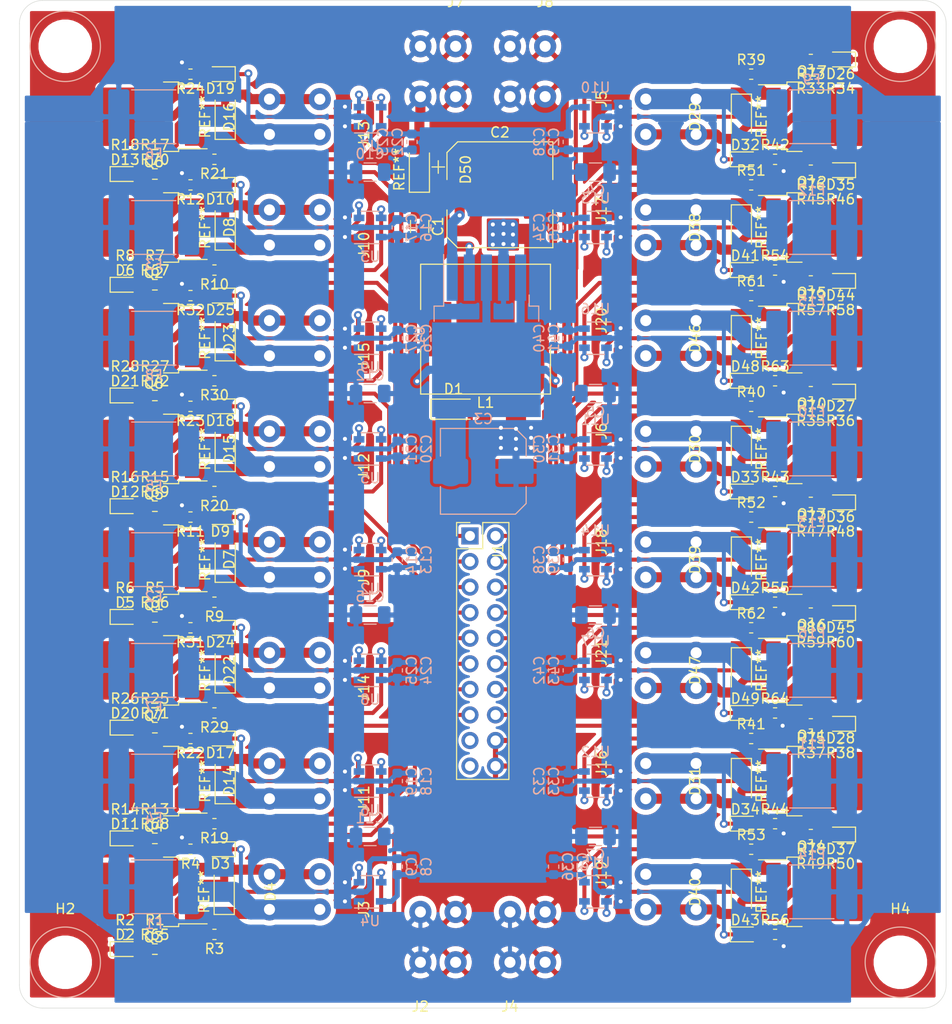
<source format=kicad_pcb>
(kicad_pcb (version 20171130) (host pcbnew "(5.1.7)-1")
  (layers (0 F.Cu signal) (31 B.Cu signal) (34 B.Paste user hide) (35 F.Paste user hide) (36 B.SilkS user hide) (37 F.SilkS user hide) (38 B.Mask user hide) (39 F.Mask user hide) (44 Edge.Cuts user))
  (net 0 "")
  (net 1 "Net-(Q1-Pad1)")
  (net 2 +48V)
  (net 3 GND)
  (net 4 "Net-(Q2-Pad1)")
  (net 5 "Net-(Q3-Pad1)")
  (net 6 "Net-(Q4-Pad1)")
  (net 7 "Net-(Q5-Pad1)")
  (net 8 "Net-(Q6-Pad1)")
  (net 9 "Net-(Q7-Pad1)")
  (net 10 "Net-(Q8-Pad1)")
  (net 11 "Net-(R1-Pad1)")
  (net 12 "Net-(R3-Pad1)")
  (net 13 "Net-(R9-Pad1)")
  (net 14 "Net-(R17-Pad1)")
  (net 15 "Net-(R19-Pad1)")
  (net 16 "Net-(R25-Pad1)")
  (net 17 +12V)
  (net 18 "Net-(D1-Pad1)")
  (net 19 "Net-(R7-Pad1)")
  (net 20 "Net-(R13-Pad1)")
  (net 21 "Net-(R29-Pad1)")
  (net 22 "Net-(R30-Pad1)")
  (net 23 "Net-(D2-Pad2)")
  (net 24 "Net-(D3-Pad2)")
  (net 25 "Net-(D3-Pad1)")
  (net 26 "Net-(D4-Pad2)")
  (net 27 "Net-(D5-Pad2)")
  (net 28 "Net-(D6-Pad2)")
  (net 29 "Net-(D9-Pad2)")
  (net 30 "Net-(D7-Pad1)")
  (net 31 "Net-(D10-Pad2)")
  (net 32 "Net-(D10-Pad1)")
  (net 33 "Net-(D11-Pad2)")
  (net 34 "Net-(D12-Pad2)")
  (net 35 "Net-(D13-Pad2)")
  (net 36 "Net-(D17-Pad2)")
  (net 37 "Net-(D14-Pad1)")
  (net 38 "Net-(D18-Pad2)")
  (net 39 "Net-(D15-Pad1)")
  (net 40 "Net-(D19-Pad2)")
  (net 41 "Net-(D16-Pad1)")
  (net 42 "Net-(D20-Pad2)")
  (net 43 "Net-(D21-Pad2)")
  (net 44 "Net-(D24-Pad2)")
  (net 45 "Net-(D22-Pad1)")
  (net 46 "Net-(D25-Pad2)")
  (net 47 "Net-(D23-Pad1)")
  (net 48 "Net-(D7-Pad2)")
  (net 49 "Net-(D8-Pad2)")
  (net 50 "Net-(D14-Pad2)")
  (net 51 "Net-(D15-Pad2)")
  (net 52 "Net-(D16-Pad2)")
  (net 53 "Net-(D22-Pad2)")
  (net 54 "Net-(D23-Pad2)")
  (net 55 "Net-(R5-Pad1)")
  (net 56 "Net-(R10-Pad1)")
  (net 57 "Net-(R15-Pad1)")
  (net 58 "Net-(R20-Pad1)")
  (net 59 "Net-(R21-Pad1)")
  (net 60 "Net-(R27-Pad1)")
  (net 61 "Net-(D26-Pad2)")
  (net 62 "Net-(D27-Pad2)")
  (net 63 "Net-(D28-Pad2)")
  (net 64 "Net-(D29-Pad1)")
  (net 65 "Net-(D29-Pad2)")
  (net 66 "Net-(D32-Pad2)")
  (net 67 "Net-(D33-Pad2)")
  (net 68 "Net-(D30-Pad1)")
  (net 69 "Net-(D34-Pad2)")
  (net 70 "Net-(D31-Pad1)")
  (net 71 "Net-(D35-Pad2)")
  (net 72 "Net-(D36-Pad2)")
  (net 73 "Net-(D37-Pad2)")
  (net 74 "Net-(D41-Pad2)")
  (net 75 "Net-(D38-Pad1)")
  (net 76 "Net-(D42-Pad2)")
  (net 77 "Net-(D39-Pad1)")
  (net 78 "Net-(D43-Pad2)")
  (net 79 "Net-(D40-Pad1)")
  (net 80 "Net-(D44-Pad2)")
  (net 81 "Net-(D45-Pad2)")
  (net 82 "Net-(D48-Pad2)")
  (net 83 "Net-(D46-Pad1)")
  (net 84 "Net-(D49-Pad2)")
  (net 85 "Net-(D47-Pad1)")
  (net 86 "Net-(D30-Pad2)")
  (net 87 "Net-(Q10-Pad1)")
  (net 88 "Net-(D31-Pad2)")
  (net 89 "Net-(Q11-Pad1)")
  (net 90 "Net-(D38-Pad2)")
  (net 91 "Net-(Q12-Pad1)")
  (net 92 "Net-(D39-Pad2)")
  (net 93 "Net-(Q13-Pad1)")
  (net 94 "Net-(D40-Pad2)")
  (net 95 "Net-(Q14-Pad1)")
  (net 96 "Net-(D46-Pad2)")
  (net 97 "Net-(Q15-Pad1)")
  (net 98 "Net-(D47-Pad2)")
  (net 99 "Net-(Q16-Pad1)")
  (net 100 "Net-(R33-Pad1)")
  (net 101 "Net-(R35-Pad1)")
  (net 102 "Net-(R37-Pad1)")
  (net 103 "Net-(R39-Pad1)")
  (net 104 "Net-(R40-Pad1)")
  (net 105 "Net-(R41-Pad1)")
  (net 106 "Net-(R45-Pad1)")
  (net 107 "Net-(R47-Pad1)")
  (net 108 "Net-(R49-Pad1)")
  (net 109 "Net-(R51-Pad1)")
  (net 110 "Net-(R52-Pad1)")
  (net 111 "Net-(R53-Pad1)")
  (net 112 "Net-(R57-Pad1)")
  (net 113 "Net-(R59-Pad1)")
  (net 114 "Net-(R61-Pad1)")
  (net 115 "Net-(R62-Pad1)")
  (net 116 "Net-(C1-Pad1)")
  (net 117 IN1)
  (net 118 IN4)
  (net 119 IN7)
  (net 120 IN2)
  (net 121 IN5)
  (net 122 IN8)
  (net 123 IN3)
  (net 124 IN6)
  (net 125 IN9)
  (net 126 IN12)
  (net 127 IN15)
  (net 128 IN10)
  (net 129 IN13)
  (net 130 IN16)
  (net 131 IN11)
  (net 132 IN14)
  (net 133 "Net-(Q17-Pad1)")
  (module Resistor_SMD:R_0603_1608Metric (layer F.Cu) (at 167.6 91.81 180)
    (fp_text reference R80 (at 0 -1.43 180) (layer F.SilkS))
    (fp_text value 3.3k)
    (pad 2 smd roundrect (at 0.7875 0 180) (size 0.875 0.95) (layers F.Cu F.Paste F.Mask) (net 132 IN14))
    (pad 1 smd roundrect (at -0.7875 0 180) (size 0.875 0.95) (layers F.Cu F.Paste F.Mask) (net 81 "Net-(D45-Pad2)"))
  )
  (module Resistor_SMD:R_0603_1608Metric (layer F.Cu) (at 167.6 58.81 180)
    (fp_text reference R79 (at 0 -1.43 180) (layer F.SilkS))
    (fp_text value 3.3k)
    (pad 2 smd roundrect (at 0.7875 0 180) (size 0.875 0.95) (layers F.Cu F.Paste F.Mask) (net 131 IN11))
    (pad 1 smd roundrect (at -0.7875 0 180) (size 0.875 0.95) (layers F.Cu F.Paste F.Mask) (net 80 "Net-(D44-Pad2)"))
  )
  (module Resistor_SMD:R_0603_1608Metric (layer F.Cu) (at 167.6 113.81 180)
    (fp_text reference R78 (at 0 -1.43 180) (layer F.SilkS))
    (fp_text value 3.3k)
    (pad 2 smd roundrect (at 0.7875 0 180) (size 0.875 0.95) (layers F.Cu F.Paste F.Mask) (net 130 IN16))
    (pad 1 smd roundrect (at -0.7875 0 180) (size 0.875 0.95) (layers F.Cu F.Paste F.Mask) (net 73 "Net-(D37-Pad2)"))
  )
  (module Resistor_SMD:R_0603_1608Metric (layer F.Cu) (at 167.6 80.81 180)
    (fp_text reference R77 (at 0 -1.43 180) (layer F.SilkS))
    (fp_text value 3.3k)
    (pad 2 smd roundrect (at 0.7875 0 180) (size 0.875 0.95) (layers F.Cu F.Paste F.Mask) (net 129 IN13))
    (pad 1 smd roundrect (at -0.7875 0 180) (size 0.875 0.95) (layers F.Cu F.Paste F.Mask) (net 72 "Net-(D36-Pad2)"))
  )
  (module Resistor_SMD:R_0603_1608Metric (layer F.Cu) (at 167.6 47.81 180)
    (fp_text reference R76 (at 0 -1.43 180) (layer F.SilkS))
    (fp_text value 3.3k)
    (pad 2 smd roundrect (at 0.7875 0 180) (size 0.875 0.95) (layers F.Cu F.Paste F.Mask) (net 128 IN10))
    (pad 1 smd roundrect (at -0.7875 0 180) (size 0.875 0.95) (layers F.Cu F.Paste F.Mask) (net 71 "Net-(D35-Pad2)"))
  )
  (module Resistor_SMD:R_0603_1608Metric (layer F.Cu) (at 167.6 102.81 180)
    (fp_text reference R75 (at 0 -1.43 180) (layer F.SilkS))
    (fp_text value 3.3k)
    (pad 2 smd roundrect (at 0.7875 0 180) (size 0.875 0.95) (layers F.Cu F.Paste F.Mask) (net 127 IN15))
    (pad 1 smd roundrect (at -0.7875 0 180) (size 0.875 0.95) (layers F.Cu F.Paste F.Mask) (net 63 "Net-(D28-Pad2)"))
  )
  (module Resistor_SMD:R_0603_1608Metric (layer F.Cu) (at 167.6 69.81 180)
    (fp_text reference R74 (at 0 -1.43 180) (layer F.SilkS))
    (fp_text value 3.3k)
    (pad 2 smd roundrect (at 0.7875 0 180) (size 0.875 0.95) (layers F.Cu F.Paste F.Mask) (net 126 IN12))
    (pad 1 smd roundrect (at -0.7875 0 180) (size 0.875 0.95) (layers F.Cu F.Paste F.Mask) (net 62 "Net-(D27-Pad2)"))
  )
  (module Resistor_SMD:R_0603_1608Metric (layer F.Cu) (at 167.6 36.81 180)
    (fp_text reference R73 (at 0 -1.43 180) (layer F.SilkS))
    (fp_text value 3.3k)
    (pad 2 smd roundrect (at 0.7875 0 180) (size 0.875 0.95) (layers F.Cu F.Paste F.Mask) (net 125 IN9))
    (pad 1 smd roundrect (at -0.7875 0 180) (size 0.875 0.95) (layers F.Cu F.Paste F.Mask) (net 61 "Net-(D26-Pad2)"))
  )
  (module Resistor_SMD:R_0603_1608Metric (layer F.Cu) (at 99.45 46.73)
    (fp_text reference R18 (at 0 -1.43) (layer F.SilkS))
    (fp_text value 80)
    (pad 1 smd roundrect (at -0.7875 0) (size 0.875 0.95) (layers F.Cu F.Paste F.Mask) (net 3 GND))
    (pad 2 smd roundrect (at 0.7875 0) (size 0.875 0.95) (layers F.Cu F.Paste F.Mask) (net 14 "Net-(R17-Pad1)"))
  )
  (module Resistor_SMD:R_0603_1608Metric (layer F.Cu) (at 102.41 70.19)
    (fp_text reference R72 (at 0 -1.43) (layer F.SilkS))
    (fp_text value 3.3k)
    (pad 2 smd roundrect (at 0.825 0) (size 0.8 0.95) (layers F.Cu F.Paste F.Mask) (net 124 IN6))
    (pad 1 smd roundrect (at -0.825 0) (size 0.8 0.95) (layers F.Cu F.Paste F.Mask) (net 43 "Net-(D21-Pad2)"))
  )
  (module Resistor_SMD:R_0603_1608Metric (layer F.Cu) (at 102.41 103.19)
    (fp_text reference R71 (at 0 -1.43) (layer F.SilkS))
    (fp_text value 3.3k)
    (pad 2 smd roundrect (at 0.825 0) (size 0.8 0.95) (layers F.Cu F.Paste F.Mask) (net 123 IN3))
    (pad 1 smd roundrect (at -0.825 0) (size 0.8 0.95) (layers F.Cu F.Paste F.Mask) (net 42 "Net-(D20-Pad2)"))
  )
  (module Resistor_SMD:R_0603_1608Metric (layer F.Cu) (at 102.41 48.19)
    (fp_text reference R70 (at 0 -1.43) (layer F.SilkS))
    (fp_text value 3.3k)
    (pad 2 smd roundrect (at 0.825 0) (size 0.8 0.95) (layers F.Cu F.Paste F.Mask) (net 122 IN8))
    (pad 1 smd roundrect (at -0.825 0) (size 0.8 0.95) (layers F.Cu F.Paste F.Mask) (net 35 "Net-(D13-Pad2)"))
  )
  (module Resistor_SMD:R_0603_1608Metric (layer F.Cu) (at 102.41 81.19)
    (fp_text reference R69 (at 0 -1.43) (layer F.SilkS))
    (fp_text value 3.3k)
    (pad 2 smd roundrect (at 0.825 0) (size 0.8 0.95) (layers F.Cu F.Paste F.Mask) (net 121 IN5))
    (pad 1 smd roundrect (at -0.825 0) (size 0.8 0.95) (layers F.Cu F.Paste F.Mask) (net 34 "Net-(D12-Pad2)"))
  )
  (module Resistor_SMD:R_0603_1608Metric (layer F.Cu) (at 102.41 114.19)
    (fp_text reference R68 (at 0 -1.43) (layer F.SilkS))
    (fp_text value 3.3k)
    (pad 2 smd roundrect (at 0.825 0) (size 0.8 0.95) (layers F.Cu F.Paste F.Mask) (net 120 IN2))
    (pad 1 smd roundrect (at -0.825 0) (size 0.8 0.95) (layers F.Cu F.Paste F.Mask) (net 33 "Net-(D11-Pad2)"))
  )
  (module Resistor_SMD:R_0603_1608Metric (layer F.Cu) (at 102.41 59.19)
    (fp_text reference R67 (at 0 -1.43) (layer F.SilkS))
    (fp_text value 3.3k)
    (pad 2 smd roundrect (at 0.825 0) (size 0.8 0.95) (layers F.Cu F.Paste F.Mask) (net 119 IN7))
    (pad 1 smd roundrect (at -0.825 0) (size 0.8 0.95) (layers F.Cu F.Paste F.Mask) (net 28 "Net-(D6-Pad2)"))
  )
  (module Resistor_SMD:R_0603_1608Metric (layer F.Cu) (at 102.41 92.19)
    (fp_text reference R66 (at 0 -1.43) (layer F.SilkS))
    (fp_text value 3.3k)
    (pad 2 smd roundrect (at 0.825 0) (size 0.8 0.95) (layers F.Cu F.Paste F.Mask) (net 118 IN4))
    (pad 1 smd roundrect (at -0.825 0) (size 0.8 0.95) (layers F.Cu F.Paste F.Mask) (net 27 "Net-(D5-Pad2)"))
  )
  (module Resistor_SMD:R_0603_1608Metric (layer F.Cu) (at 102.41 125.19)
    (fp_text reference R65 (at 0 -1.43) (layer F.SilkS))
    (fp_text value 3.3k)
    (pad 2 smd roundrect (at 0.825 0) (size 0.8 0.95) (layers F.Cu F.Paste F.Mask) (net 117 IN1))
    (pad 1 smd roundrect (at -0.825 0) (size 0.8 0.95) (layers F.Cu F.Paste F.Mask) (net 23 "Net-(D2-Pad2)"))
  )
  (module Capacitor_SMD:C_0603_1608Metric (layer B.Cu) (at 143.5 97.5 270)
    (fp_text reference C43 (at 0 1.43 270) (layer B.SilkS) (effects (justify mirror)))
    (fp_text value 100n)
    (pad 2 smd roundrect (at 0.7875 0 270) (size 0.875 0.95) (layers B.Cu B.Paste B.Mask) (net 3 GND))
    (pad 1 smd roundrect (at -0.7875 0 270) (size 0.875 0.95) (layers B.Cu B.Paste B.Mask) (net 17 +12V))
  )
  (module Capacitor_SMD:C_0603_1608Metric (layer B.Cu) (at 142.04 97.5 270)
    (fp_text reference C42 (at 0 1.43 270) (layer B.SilkS) (effects (justify mirror)))
    (fp_text value 1u)
    (pad 2 smd roundrect (at 0.7875 0 270) (size 0.875 0.95) (layers B.Cu B.Paste B.Mask) (net 3 GND))
    (pad 1 smd roundrect (at -0.7875 0 270) (size 0.875 0.95) (layers B.Cu B.Paste B.Mask) (net 17 +12V))
  )
  (module Capacitor_SMD:C_0603_1608Metric (layer B.Cu) (at 143.5 64.5 270)
    (fp_text reference C41 (at 0 1.43 270) (layer B.SilkS) (effects (justify mirror)))
    (fp_text value 100n)
    (pad 2 smd roundrect (at 0.7875 0 270) (size 0.875 0.95) (layers B.Cu B.Paste B.Mask) (net 3 GND))
    (pad 1 smd roundrect (at -0.7875 0 270) (size 0.875 0.95) (layers B.Cu B.Paste B.Mask) (net 17 +12V))
  )
  (module Capacitor_SMD:C_0603_1608Metric (layer B.Cu) (at 142.04 64.5 270)
    (fp_text reference C40 (at 0 1.43 270) (layer B.SilkS) (effects (justify mirror)))
    (fp_text value 1u)
    (pad 2 smd roundrect (at 0.7875 0 270) (size 0.875 0.95) (layers B.Cu B.Paste B.Mask) (net 3 GND))
    (pad 1 smd roundrect (at -0.7875 0 270) (size 0.875 0.95) (layers B.Cu B.Paste B.Mask) (net 17 +12V))
  )
  (module Capacitor_SMD:C_0603_1608Metric (layer B.Cu) (at 143.5 86.5 270)
    (fp_text reference C39 (at 0 1.43 270) (layer B.SilkS) (effects (justify mirror)))
    (fp_text value 100n)
    (pad 2 smd roundrect (at 0.7875 0 270) (size 0.875 0.95) (layers B.Cu B.Paste B.Mask) (net 3 GND))
    (pad 1 smd roundrect (at -0.7875 0 270) (size 0.875 0.95) (layers B.Cu B.Paste B.Mask) (net 17 +12V))
  )
  (module Capacitor_SMD:C_0603_1608Metric (layer B.Cu) (at 142.04 86.5 270)
    (fp_text reference C38 (at 0 1.43 270) (layer B.SilkS) (effects (justify mirror)))
    (fp_text value 1u)
    (pad 2 smd roundrect (at 0.7875 0 270) (size 0.875 0.95) (layers B.Cu B.Paste B.Mask) (net 3 GND))
    (pad 1 smd roundrect (at -0.7875 0 270) (size 0.875 0.95) (layers B.Cu B.Paste B.Mask) (net 17 +12V))
  )
  (module Capacitor_SMD:C_0603_1608Metric (layer B.Cu) (at 143.5 117 90)
    (fp_text reference C37 (at 0 1.43 90) (layer B.SilkS) (effects (justify mirror)))
    (fp_text value 100n)
    (pad 2 smd roundrect (at 0.7875 0 90) (size 0.875 0.95) (layers B.Cu B.Paste B.Mask) (net 3 GND))
    (pad 1 smd roundrect (at -0.7875 0 90) (size 0.875 0.95) (layers B.Cu B.Paste B.Mask) (net 17 +12V))
  )
  (module Capacitor_SMD:C_0603_1608Metric (layer B.Cu) (at 142.04 117 90)
    (fp_text reference C36 (at 0 1.43 90) (layer B.SilkS) (effects (justify mirror)))
    (fp_text value 1u)
    (pad 2 smd roundrect (at 0.7875 0 90) (size 0.875 0.95) (layers B.Cu B.Paste B.Mask) (net 3 GND))
    (pad 1 smd roundrect (at -0.7875 0 90) (size 0.875 0.95) (layers B.Cu B.Paste B.Mask) (net 17 +12V))
  )
  (module Capacitor_SMD:C_0603_1608Metric (layer B.Cu) (at 143.5 53.5 270)
    (fp_text reference C35 (at 0 1.43 270) (layer B.SilkS) (effects (justify mirror)))
    (fp_text value 100n)
    (pad 2 smd roundrect (at 0.7875 0 270) (size 0.875 0.95) (layers B.Cu B.Paste B.Mask) (net 3 GND))
    (pad 1 smd roundrect (at -0.7875 0 270) (size 0.875 0.95) (layers B.Cu B.Paste B.Mask) (net 17 +12V))
  )
  (module Capacitor_SMD:C_0603_1608Metric (layer B.Cu) (at 142.04 53.5 270)
    (fp_text reference C34 (at 0 1.43 270) (layer B.SilkS) (effects (justify mirror)))
    (fp_text value 1u)
    (pad 2 smd roundrect (at 0.7875 0 270) (size 0.875 0.95) (layers B.Cu B.Paste B.Mask) (net 3 GND))
    (pad 1 smd roundrect (at -0.7875 0 270) (size 0.875 0.95) (layers B.Cu B.Paste B.Mask) (net 17 +12V))
  )
  (module Capacitor_SMD:C_0603_1608Metric (layer B.Cu) (at 143.5 108.5 270)
    (fp_text reference C33 (at 0 1.43 270) (layer B.SilkS) (effects (justify mirror)))
    (fp_text value 100n)
    (pad 2 smd roundrect (at 0.7875 0 270) (size 0.875 0.95) (layers B.Cu B.Paste B.Mask) (net 3 GND))
    (pad 1 smd roundrect (at -0.7875 0 270) (size 0.875 0.95) (layers B.Cu B.Paste B.Mask) (net 17 +12V))
  )
  (module Capacitor_SMD:C_0603_1608Metric (layer B.Cu) (at 142.04 108.5 270)
    (fp_text reference C32 (at 0 1.43 270) (layer B.SilkS) (effects (justify mirror)))
    (fp_text value 1u)
    (pad 2 smd roundrect (at 0.7875 0 270) (size 0.875 0.95) (layers B.Cu B.Paste B.Mask) (net 3 GND))
    (pad 1 smd roundrect (at -0.7875 0 270) (size 0.875 0.95) (layers B.Cu B.Paste B.Mask) (net 17 +12V))
  )
  (module Capacitor_SMD:C_0603_1608Metric (layer B.Cu) (at 143.5 75.5 270)
    (fp_text reference C31 (at 0 1.43 270) (layer B.SilkS) (effects (justify mirror)))
    (fp_text value 100n)
    (pad 2 smd roundrect (at 0.7875 0 270) (size 0.875 0.95) (layers B.Cu B.Paste B.Mask) (net 3 GND))
    (pad 1 smd roundrect (at -0.7875 0 270) (size 0.875 0.95) (layers B.Cu B.Paste B.Mask) (net 17 +12V))
  )
  (module Capacitor_SMD:C_0603_1608Metric (layer B.Cu) (at 142.04 75.5 270)
    (fp_text reference C30 (at 0 1.43 270) (layer B.SilkS) (effects (justify mirror)))
    (fp_text value 1u)
    (pad 2 smd roundrect (at 0.7875 0 270) (size 0.875 0.95) (layers B.Cu B.Paste B.Mask) (net 3 GND))
    (pad 1 smd roundrect (at -0.7875 0 270) (size 0.875 0.95) (layers B.Cu B.Paste B.Mask) (net 17 +12V))
  )
  (module Capacitor_SMD:C_0603_1608Metric (layer B.Cu) (at 143.5 45 270)
    (fp_text reference C29 (at 0 1.43 270) (layer B.SilkS) (effects (justify mirror)))
    (fp_text value 100n)
    (pad 2 smd roundrect (at 0.7875 0 270) (size 0.875 0.95) (layers B.Cu B.Paste B.Mask) (net 3 GND))
    (pad 1 smd roundrect (at -0.7875 0 270) (size 0.875 0.95) (layers B.Cu B.Paste B.Mask) (net 17 +12V))
  )
  (module Capacitor_SMD:C_0603_1608Metric (layer B.Cu) (at 142.04 45 270)
    (fp_text reference C28 (at 0 1.43 270) (layer B.SilkS) (effects (justify mirror)))
    (fp_text value 1u)
    (pad 2 smd roundrect (at 0.7875 0 270) (size 0.875 0.95) (layers B.Cu B.Paste B.Mask) (net 3 GND))
    (pad 1 smd roundrect (at -0.7875 0 270) (size 0.875 0.95) (layers B.Cu B.Paste B.Mask) (net 17 +12V))
  )
  (module Capacitor_SMD:C_0603_1608Metric (layer B.Cu) (at 126.5 64.5 90)
    (fp_text reference C27 (at 0 1.43 90) (layer B.SilkS) (effects (justify mirror)))
    (fp_text value 100n)
    (pad 2 smd roundrect (at 0.7875 0 90) (size 0.875 0.95) (layers B.Cu B.Paste B.Mask) (net 3 GND))
    (pad 1 smd roundrect (at -0.7875 0 90) (size 0.875 0.95) (layers B.Cu B.Paste B.Mask) (net 17 +12V))
  )
  (module Capacitor_SMD:C_0603_1608Metric (layer B.Cu) (at 127.96 64.5 90)
    (fp_text reference C26 (at 0 1.43 90) (layer B.SilkS) (effects (justify mirror)))
    (fp_text value 1u)
    (pad 2 smd roundrect (at 0.7875 0 90) (size 0.875 0.95) (layers B.Cu B.Paste B.Mask) (net 3 GND))
    (pad 1 smd roundrect (at -0.7875 0 90) (size 0.875 0.95) (layers B.Cu B.Paste B.Mask) (net 17 +12V))
  )
  (module Capacitor_SMD:C_0603_1608Metric (layer B.Cu) (at 126.5 97.5 90)
    (fp_text reference C25 (at 0 1.43 90) (layer B.SilkS) (effects (justify mirror)))
    (fp_text value 100n)
    (pad 2 smd roundrect (at 0.7875 0 90) (size 0.875 0.95) (layers B.Cu B.Paste B.Mask) (net 3 GND))
    (pad 1 smd roundrect (at -0.7875 0 90) (size 0.875 0.95) (layers B.Cu B.Paste B.Mask) (net 17 +12V))
  )
  (module Capacitor_SMD:C_0603_1608Metric (layer B.Cu) (at 127.96 97.5 90)
    (fp_text reference C24 (at 0 1.43 90) (layer B.SilkS) (effects (justify mirror)))
    (fp_text value 1u)
    (pad 2 smd roundrect (at 0.7875 0 90) (size 0.875 0.95) (layers B.Cu B.Paste B.Mask) (net 3 GND))
    (pad 1 smd roundrect (at -0.7875 0 90) (size 0.875 0.95) (layers B.Cu B.Paste B.Mask) (net 17 +12V))
  )
  (module Capacitor_SMD:C_0603_1608Metric (layer B.Cu) (at 126.5 45 270)
    (fp_text reference C23 (at 0 1.43 270) (layer B.SilkS) (effects (justify mirror)))
    (fp_text value 100n)
    (pad 2 smd roundrect (at 0.7875 0 270) (size 0.875 0.95) (layers B.Cu B.Paste B.Mask) (net 3 GND))
    (pad 1 smd roundrect (at -0.7875 0 270) (size 0.875 0.95) (layers B.Cu B.Paste B.Mask) (net 17 +12V))
  )
  (module Capacitor_SMD:C_0603_1608Metric (layer B.Cu) (at 127.96 45 270)
    (fp_text reference C22 (at 0 1.43 270) (layer B.SilkS) (effects (justify mirror)))
    (fp_text value 1u)
    (pad 2 smd roundrect (at 0.7875 0 270) (size 0.875 0.95) (layers B.Cu B.Paste B.Mask) (net 3 GND))
    (pad 1 smd roundrect (at -0.7875 0 270) (size 0.875 0.95) (layers B.Cu B.Paste B.Mask) (net 17 +12V))
  )
  (module Capacitor_SMD:C_0603_1608Metric (layer B.Cu) (at 126.5 75.5 90)
    (fp_text reference C21 (at 0 1.43 90) (layer B.SilkS) (effects (justify mirror)))
    (fp_text value 100n)
    (pad 2 smd roundrect (at 0.7875 0 90) (size 0.875 0.95) (layers B.Cu B.Paste B.Mask) (net 3 GND))
    (pad 1 smd roundrect (at -0.7875 0 90) (size 0.875 0.95) (layers B.Cu B.Paste B.Mask) (net 17 +12V))
  )
  (module Capacitor_SMD:C_0603_1608Metric (layer B.Cu) (at 127.96 75.5 90)
    (fp_text reference C20 (at 0 1.43 90) (layer B.SilkS) (effects (justify mirror)))
    (fp_text value 1u)
    (pad 2 smd roundrect (at 0.7875 0 90) (size 0.875 0.95) (layers B.Cu B.Paste B.Mask) (net 3 GND))
    (pad 1 smd roundrect (at -0.7875 0 90) (size 0.875 0.95) (layers B.Cu B.Paste B.Mask) (net 17 +12V))
  )
  (module Capacitor_SMD:C_0603_1608Metric (layer B.Cu) (at 126.5 108.5 90)
    (fp_text reference C19 (at 0 1.43 90) (layer B.SilkS) (effects (justify mirror)))
    (fp_text value 100n)
    (pad 2 smd roundrect (at 0.7875 0 90) (size 0.875 0.95) (layers B.Cu B.Paste B.Mask) (net 3 GND))
    (pad 1 smd roundrect (at -0.7875 0 90) (size 0.875 0.95) (layers B.Cu B.Paste B.Mask) (net 17 +12V))
  )
  (module Capacitor_SMD:C_0603_1608Metric (layer B.Cu) (at 127.96 108.5 90)
    (fp_text reference C18 (at 0 1.43 90) (layer B.SilkS) (effects (justify mirror)))
    (fp_text value 1u)
    (pad 2 smd roundrect (at 0.7875 0 90) (size 0.875 0.95) (layers B.Cu B.Paste B.Mask) (net 3 GND))
    (pad 1 smd roundrect (at -0.7875 0 90) (size 0.875 0.95) (layers B.Cu B.Paste B.Mask) (net 17 +12V))
  )
  (module Capacitor_SMD:C_0603_1608Metric (layer B.Cu) (at 126.5 53.5 90)
    (fp_text reference C17 (at 0 1.43 90) (layer B.SilkS) (effects (justify mirror)))
    (fp_text value 100n)
    (pad 2 smd roundrect (at 0.7875 0 90) (size 0.875 0.95) (layers B.Cu B.Paste B.Mask) (net 3 GND))
    (pad 1 smd roundrect (at -0.7875 0 90) (size 0.875 0.95) (layers B.Cu B.Paste B.Mask) (net 17 +12V))
  )
  (module Capacitor_SMD:C_0603_1608Metric (layer B.Cu) (at 127.96 53.5 90)
    (fp_text reference C16 (at 0 1.43 90) (layer B.SilkS) (effects (justify mirror)))
    (fp_text value 1u)
    (pad 2 smd roundrect (at 0.7875 0 90) (size 0.875 0.95) (layers B.Cu B.Paste B.Mask) (net 3 GND))
    (pad 1 smd roundrect (at -0.7875 0 90) (size 0.875 0.95) (layers B.Cu B.Paste B.Mask) (net 17 +12V))
  )
  (module Capacitor_SMD:C_0603_1608Metric (layer B.Cu) (at 126.5 86.5 90)
    (fp_text reference C14 (at 0 1.43 90) (layer B.SilkS) (effects (justify mirror)))
    (fp_text value 100n)
    (pad 2 smd roundrect (at 0.7875 0 90) (size 0.875 0.95) (layers B.Cu B.Paste B.Mask) (net 3 GND))
    (pad 1 smd roundrect (at -0.7875 0 90) (size 0.875 0.95) (layers B.Cu B.Paste B.Mask) (net 17 +12V))
  )
  (module Capacitor_SMD:C_0603_1608Metric (layer B.Cu) (at 127.96 86.5 90)
    (fp_text reference C13 (at 0 1.43 90) (layer B.SilkS) (effects (justify mirror)))
    (fp_text value 1u)
    (pad 2 smd roundrect (at 0.7875 0 90) (size 0.875 0.95) (layers B.Cu B.Paste B.Mask) (net 3 GND))
    (pad 1 smd roundrect (at -0.7875 0 90) (size 0.875 0.95) (layers B.Cu B.Paste B.Mask) (net 17 +12V))
  )
  (module Capacitor_SMD:C_0603_1608Metric (layer B.Cu) (at 126.5 117 90)
    (fp_text reference C9 (at 0 1.43 90) (layer B.SilkS) (effects (justify mirror)))
    (fp_text value 100n)
    (pad 2 smd roundrect (at 0.7875 0 90) (size 0.875 0.95) (layers B.Cu B.Paste B.Mask) (net 3 GND))
    (pad 1 smd roundrect (at -0.7875 0 90) (size 0.875 0.95) (layers B.Cu B.Paste B.Mask) (net 17 +12V))
  )
  (module Capacitor_SMD:C_0603_1608Metric (layer B.Cu) (at 127.96 117 90)
    (fp_text reference C8 (at 0 1.43 90) (layer B.SilkS) (effects (justify mirror)))
    (fp_text value 1u)
    (pad 2 smd roundrect (at 0.7875 0 90) (size 0.875 0.95) (layers B.Cu B.Paste B.Mask) (net 3 GND))
    (pad 1 smd roundrect (at -0.7875 0 90) (size 0.875 0.95) (layers B.Cu B.Paste B.Mask) (net 17 +12V))
  )
  (module Package_TO_SOT_SMD:TO-252-2 (layer F.Cu) (at 102.3 53.5 180)
    (fp_text reference Q2 (at 0 -4.5 180) (layer F.SilkS))
    (fp_text value Q_NMOS_GSD)
    (pad 1 smd rect (at -4.2 -2.28 180) (size 2.2 1.2) (layers F.Cu F.Paste F.Mask) (net 4 "Net-(Q2-Pad1)"))
    (pad 3 smd rect (at -4.2 2.28 180) (size 2.2 1.2) (layers F.Cu F.Paste F.Mask) (net 3 GND))
    (pad 2 smd rect (at 2.1 0 180) (size 6.4 5.8) (layers F.Cu F.Mask) (net 49 "Net-(D8-Pad2)"))
  )
  (module Package_TO_SOT_SMD:TO-252-2 (layer F.Cu) (at 167.7 42.5)
    (fp_text reference Q17 (at 0 -4.5) (layer F.SilkS))
    (fp_text value Q_NMOS_GDS)
    (pad 2 smd rect (at 2.1 0) (size 6.4 5.8) (layers F.Cu F.Mask) (net 65 "Net-(D29-Pad2)"))
    (pad 3 smd rect (at -4.2 2.28) (size 2.2 1.2) (layers F.Cu F.Paste F.Mask) (net 3 GND))
    (pad 1 smd rect (at -4.2 -2.28) (size 2.2 1.2) (layers F.Cu F.Paste F.Mask) (net 133 "Net-(Q17-Pad1)"))
  )
  (module Package_TO_SOT_SMD:SOT-23-5 (layer B.Cu) (at 146.2 97.5 180)
    (fp_text reference U17 (at 0 2.9 180) (layer B.SilkS) (effects (justify mirror)))
    (fp_text value MCP1416R)
    (pad 5 smd rect (at 1.1 0.95 180) (size 1.06 0.65) (layers B.Cu B.Paste B.Mask) (net 17 +12V))
    (pad 4 smd rect (at 1.1 -0.95 180) (size 1.06 0.65) (layers B.Cu B.Paste B.Mask) (net 115 "Net-(R62-Pad1)"))
    (pad 3 smd rect (at -1.1 -0.95 180) (size 1.06 0.65) (layers B.Cu B.Paste B.Mask) (net 113 "Net-(R59-Pad1)"))
    (pad 2 smd rect (at -1.1 0 180) (size 1.06 0.65) (layers B.Cu B.Paste B.Mask) (net 3 GND))
    (pad 1 smd rect (at -1.1 0.95 180) (size 1.06 0.65) (layers B.Cu B.Paste B.Mask))
  )
  (module Package_TO_SOT_SMD:SOT-23-5 (layer B.Cu) (at 146.2 64.5 180)
    (fp_text reference U16 (at 0 2.9 180) (layer B.SilkS) (effects (justify mirror)))
    (fp_text value MCP1416R)
    (pad 5 smd rect (at 1.1 0.95 180) (size 1.06 0.65) (layers B.Cu B.Paste B.Mask) (net 17 +12V))
    (pad 4 smd rect (at 1.1 -0.95 180) (size 1.06 0.65) (layers B.Cu B.Paste B.Mask) (net 114 "Net-(R61-Pad1)"))
    (pad 3 smd rect (at -1.1 -0.95 180) (size 1.06 0.65) (layers B.Cu B.Paste B.Mask) (net 112 "Net-(R57-Pad1)"))
    (pad 2 smd rect (at -1.1 0 180) (size 1.06 0.65) (layers B.Cu B.Paste B.Mask) (net 3 GND))
    (pad 1 smd rect (at -1.1 0.95 180) (size 1.06 0.65) (layers B.Cu B.Paste B.Mask))
  )
  (module Package_TO_SOT_SMD:SOT-23-5 (layer B.Cu) (at 146.2 119.5 180)
    (fp_text reference U15 (at 0 2.9 180) (layer B.SilkS) (effects (justify mirror)))
    (fp_text value MCP1416R)
    (pad 5 smd rect (at 1.1 0.95 180) (size 1.06 0.65) (layers B.Cu B.Paste B.Mask) (net 17 +12V))
    (pad 4 smd rect (at 1.1 -0.95 180) (size 1.06 0.65) (layers B.Cu B.Paste B.Mask) (net 111 "Net-(R53-Pad1)"))
    (pad 3 smd rect (at -1.1 -0.95 180) (size 1.06 0.65) (layers B.Cu B.Paste B.Mask) (net 108 "Net-(R49-Pad1)"))
    (pad 2 smd rect (at -1.1 0 180) (size 1.06 0.65) (layers B.Cu B.Paste B.Mask) (net 3 GND))
    (pad 1 smd rect (at -1.1 0.95 180) (size 1.06 0.65) (layers B.Cu B.Paste B.Mask))
  )
  (module Package_TO_SOT_SMD:SOT-23-5 (layer B.Cu) (at 146.2 86.5 180)
    (fp_text reference U14 (at 0 2.9 180) (layer B.SilkS) (effects (justify mirror)))
    (fp_text value MCP1416R)
    (pad 5 smd rect (at 1.1 0.95 180) (size 1.06 0.65) (layers B.Cu B.Paste B.Mask) (net 17 +12V))
    (pad 4 smd rect (at 1.1 -0.95 180) (size 1.06 0.65) (layers B.Cu B.Paste B.Mask) (net 110 "Net-(R52-Pad1)"))
    (pad 3 smd rect (at -1.1 -0.95 180) (size 1.06 0.65) (layers B.Cu B.Paste B.Mask) (net 107 "Net-(R47-Pad1)"))
    (pad 2 smd rect (at -1.1 0 180) (size 1.06 0.65) (layers B.Cu B.Paste B.Mask) (net 3 GND))
    (pad 1 smd rect (at -1.1 0.95 180) (size 1.06 0.65) (layers B.Cu B.Paste B.Mask))
  )
  (module Package_TO_SOT_SMD:SOT-23-5 (layer B.Cu) (at 146.2 53.5 180)
    (fp_text reference U13 (at 0 2.9 180) (layer B.SilkS) (effects (justify mirror)))
    (fp_text value MCP1416R)
    (pad 5 smd rect (at 1.1 0.95 180) (size 1.06 0.65) (layers B.Cu B.Paste B.Mask) (net 17 +12V))
    (pad 4 smd rect (at 1.1 -0.95 180) (size 1.06 0.65) (layers B.Cu B.Paste B.Mask) (net 109 "Net-(R51-Pad1)"))
    (pad 3 smd rect (at -1.1 -0.95 180) (size 1.06 0.65) (layers B.Cu B.Paste B.Mask) (net 106 "Net-(R45-Pad1)"))
    (pad 2 smd rect (at -1.1 0 180) (size 1.06 0.65) (layers B.Cu B.Paste B.Mask) (net 3 GND))
    (pad 1 smd rect (at -1.1 0.95 180) (size 1.06 0.65) (layers B.Cu B.Paste B.Mask))
  )
  (module Package_TO_SOT_SMD:SOT-23-5 (layer B.Cu) (at 146.2 108.5 180)
    (fp_text reference U12 (at 0 2.9 180) (layer B.SilkS) (effects (justify mirror)))
    (fp_text value MCP1416R)
    (pad 5 smd rect (at 1.1 0.95 180) (size 1.06 0.65) (layers B.Cu B.Paste B.Mask) (net 17 +12V))
    (pad 4 smd rect (at 1.1 -0.95 180) (size 1.06 0.65) (layers B.Cu B.Paste B.Mask) (net 105 "Net-(R41-Pad1)"))
    (pad 3 smd rect (at -1.1 -0.95 180) (size 1.06 0.65) (layers B.Cu B.Paste B.Mask) (net 102 "Net-(R37-Pad1)"))
    (pad 2 smd rect (at -1.1 0 180) (size 1.06 0.65) (layers B.Cu B.Paste B.Mask) (net 3 GND))
    (pad 1 smd rect (at -1.1 0.95 180) (size 1.06 0.65) (layers B.Cu B.Paste B.Mask))
  )
  (module Package_TO_SOT_SMD:SOT-23-5 (layer B.Cu) (at 146.2 75.5 180)
    (fp_text reference U11 (at 0 2.9 180) (layer B.SilkS) (effects (justify mirror)))
    (fp_text value MCP1416R)
    (pad 5 smd rect (at 1.1 0.95 180) (size 1.06 0.65) (layers B.Cu B.Paste B.Mask) (net 17 +12V))
    (pad 4 smd rect (at 1.1 -0.95 180) (size 1.06 0.65) (layers B.Cu B.Paste B.Mask) (net 104 "Net-(R40-Pad1)"))
    (pad 3 smd rect (at -1.1 -0.95 180) (size 1.06 0.65) (layers B.Cu B.Paste B.Mask) (net 101 "Net-(R35-Pad1)"))
    (pad 2 smd rect (at -1.1 0 180) (size 1.06 0.65) (layers B.Cu B.Paste B.Mask) (net 3 GND))
    (pad 1 smd rect (at -1.1 0.95 180) (size 1.06 0.65) (layers B.Cu B.Paste B.Mask))
  )
  (module Package_TO_SOT_SMD:SOT-23-5 (layer B.Cu) (at 146.2 42.5 180)
    (fp_text reference U10 (at 0 2.9 180) (layer B.SilkS) (effects (justify mirror)))
    (fp_text value MCP1416R)
    (pad 5 smd rect (at 1.1 0.95 180) (size 1.06 0.65) (layers B.Cu B.Paste B.Mask) (net 17 +12V))
    (pad 4 smd rect (at 1.1 -0.95 180) (size 1.06 0.65) (layers B.Cu B.Paste B.Mask) (net 103 "Net-(R39-Pad1)"))
    (pad 3 smd rect (at -1.1 -0.95 180) (size 1.06 0.65) (layers B.Cu B.Paste B.Mask) (net 100 "Net-(R33-Pad1)"))
    (pad 2 smd rect (at -1.1 0 180) (size 1.06 0.65) (layers B.Cu B.Paste B.Mask) (net 3 GND))
    (pad 1 smd rect (at -1.1 0.95 180) (size 1.06 0.65) (layers B.Cu B.Paste B.Mask))
  )
  (module Package_TO_SOT_SMD:SOT-23-5 (layer B.Cu) (at 123.8 64.5)
    (fp_text reference U9 (at 0 2.9) (layer B.SilkS) (effects (justify mirror)))
    (fp_text value MCP1416R)
    (pad 5 smd rect (at 1.1 0.95) (size 1.06 0.65) (layers B.Cu B.Paste B.Mask) (net 17 +12V))
    (pad 4 smd rect (at 1.1 -0.95) (size 1.06 0.65) (layers B.Cu B.Paste B.Mask) (net 22 "Net-(R30-Pad1)"))
    (pad 3 smd rect (at -1.1 -0.95) (size 1.06 0.65) (layers B.Cu B.Paste B.Mask) (net 60 "Net-(R27-Pad1)"))
    (pad 2 smd rect (at -1.1 0) (size 1.06 0.65) (layers B.Cu B.Paste B.Mask) (net 3 GND))
    (pad 1 smd rect (at -1.1 0.95) (size 1.06 0.65) (layers B.Cu B.Paste B.Mask))
  )
  (module Package_TO_SOT_SMD:SOT-23-5 (layer B.Cu) (at 123.8 97.5)
    (fp_text reference U8 (at 0 2.9) (layer B.SilkS) (effects (justify mirror)))
    (fp_text value MCP1416R)
    (pad 5 smd rect (at 1.1 0.95) (size 1.06 0.65) (layers B.Cu B.Paste B.Mask) (net 17 +12V))
    (pad 4 smd rect (at 1.1 -0.95) (size 1.06 0.65) (layers B.Cu B.Paste B.Mask) (net 21 "Net-(R29-Pad1)"))
    (pad 3 smd rect (at -1.1 -0.95) (size 1.06 0.65) (layers B.Cu B.Paste B.Mask) (net 16 "Net-(R25-Pad1)"))
    (pad 2 smd rect (at -1.1 0) (size 1.06 0.65) (layers B.Cu B.Paste B.Mask) (net 3 GND))
    (pad 1 smd rect (at -1.1 0.95) (size 1.06 0.65) (layers B.Cu B.Paste B.Mask))
  )
  (module Package_TO_SOT_SMD:SOT-23-5 (layer B.Cu) (at 123.8 42.5)
    (fp_text reference U7 (at 0 2.9) (layer B.SilkS) (effects (justify mirror)))
    (fp_text value MCP1416R)
    (pad 5 smd rect (at 1.1 0.95) (size 1.06 0.65) (layers B.Cu B.Paste B.Mask) (net 17 +12V))
    (pad 4 smd rect (at 1.1 -0.95) (size 1.06 0.65) (layers B.Cu B.Paste B.Mask) (net 59 "Net-(R21-Pad1)"))
    (pad 3 smd rect (at -1.1 -0.95) (size 1.06 0.65) (layers B.Cu B.Paste B.Mask) (net 14 "Net-(R17-Pad1)"))
    (pad 2 smd rect (at -1.1 0) (size 1.06 0.65) (layers B.Cu B.Paste B.Mask) (net 3 GND))
    (pad 1 smd rect (at -1.1 0.95) (size 1.06 0.65) (layers B.Cu B.Paste B.Mask))
  )
  (module Package_TO_SOT_SMD:SOT-23-5 (layer B.Cu) (at 123.8 108.5)
    (fp_text reference U6 (at 0 2.9) (layer B.SilkS) (effects (justify mirror)))
    (fp_text value MCP1416R)
    (pad 5 smd rect (at 1.1 0.95) (size 1.06 0.65) (layers B.Cu B.Paste B.Mask) (net 17 +12V))
    (pad 4 smd rect (at 1.1 -0.95) (size 1.06 0.65) (layers B.Cu B.Paste B.Mask) (net 15 "Net-(R19-Pad1)"))
    (pad 3 smd rect (at -1.1 -0.95) (size 1.06 0.65) (layers B.Cu B.Paste B.Mask) (net 20 "Net-(R13-Pad1)"))
    (pad 2 smd rect (at -1.1 0) (size 1.06 0.65) (layers B.Cu B.Paste B.Mask) (net 3 GND))
    (pad 1 smd rect (at -1.1 0.95) (size 1.06 0.65) (layers B.Cu B.Paste B.Mask))
  )
  (module Package_TO_SOT_SMD:SOT-23-5 (layer B.Cu) (at 123.8 75.5)
    (fp_text reference U5 (at 0 2.9) (layer B.SilkS) (effects (justify mirror)))
    (fp_text value MCP1416R)
    (pad 5 smd rect (at 1.1 0.95) (size 1.06 0.65) (layers B.Cu B.Paste B.Mask) (net 17 +12V))
    (pad 4 smd rect (at 1.1 -0.95) (size 1.06 0.65) (layers B.Cu B.Paste B.Mask) (net 58 "Net-(R20-Pad1)"))
    (pad 3 smd rect (at -1.1 -0.95) (size 1.06 0.65) (layers B.Cu B.Paste B.Mask) (net 57 "Net-(R15-Pad1)"))
    (pad 2 smd rect (at -1.1 0) (size 1.06 0.65) (layers B.Cu B.Paste B.Mask) (net 3 GND))
    (pad 1 smd rect (at -1.1 0.95) (size 1.06 0.65) (layers B.Cu B.Paste B.Mask))
  )
  (module Package_TO_SOT_SMD:SOT-23-5 (layer B.Cu) (at 123.8 53.5)
    (fp_text reference U3 (at 0 2.9) (layer B.SilkS) (effects (justify mirror)))
    (fp_text value MCP1416R)
    (pad 5 smd rect (at 1.1 0.95) (size 1.06 0.65) (layers B.Cu B.Paste B.Mask) (net 17 +12V))
    (pad 4 smd rect (at 1.1 -0.95) (size 1.06 0.65) (layers B.Cu B.Paste B.Mask) (net 56 "Net-(R10-Pad1)"))
    (pad 3 smd rect (at -1.1 -0.95) (size 1.06 0.65) (layers B.Cu B.Paste B.Mask) (net 19 "Net-(R7-Pad1)"))
    (pad 2 smd rect (at -1.1 0) (size 1.06 0.65) (layers B.Cu B.Paste B.Mask) (net 3 GND))
    (pad 1 smd rect (at -1.1 0.95) (size 1.06 0.65) (layers B.Cu B.Paste B.Mask))
  )
  (module Package_TO_SOT_SMD:SOT-23-5 (layer B.Cu) (at 123.8 86.5)
    (fp_text reference U2 (at 0 2.9) (layer B.SilkS) (effects (justify mirror)))
    (fp_text value MCP1416R)
    (pad 5 smd rect (at 1.1 0.95) (size 1.06 0.65) (layers B.Cu B.Paste B.Mask) (net 17 +12V))
    (pad 4 smd rect (at 1.1 -0.95) (size 1.06 0.65) (layers B.Cu B.Paste B.Mask) (net 13 "Net-(R9-Pad1)"))
    (pad 3 smd rect (at -1.1 -0.95) (size 1.06 0.65) (layers B.Cu B.Paste B.Mask) (net 55 "Net-(R5-Pad1)"))
    (pad 2 smd rect (at -1.1 0) (size 1.06 0.65) (layers B.Cu B.Paste B.Mask) (net 3 GND))
    (pad 1 smd rect (at -1.1 0.95) (size 1.06 0.65) (layers B.Cu B.Paste B.Mask))
  )
  (module Package_TO_SOT_SMD:SOT-23-5 (layer B.Cu) (at 123.8 119.5)
    (fp_text reference U4 (at 0 2.9) (layer B.SilkS) (effects (justify mirror)))
    (fp_text value MCP1416R)
    (pad 5 smd rect (at 1.1 0.95) (size 1.06 0.65) (layers B.Cu B.Paste B.Mask) (net 17 +12V))
    (pad 4 smd rect (at 1.1 -0.95) (size 1.06 0.65) (layers B.Cu B.Paste B.Mask) (net 12 "Net-(R3-Pad1)"))
    (pad 3 smd rect (at -1.1 -0.95) (size 1.06 0.65) (layers B.Cu B.Paste B.Mask) (net 11 "Net-(R1-Pad1)"))
    (pad 2 smd rect (at -1.1 0) (size 1.06 0.65) (layers B.Cu B.Paste B.Mask) (net 3 GND))
    (pad 1 smd rect (at -1.1 0.95) (size 1.06 0.65) (layers B.Cu B.Paste B.Mask))
  )
  (module MK_Footprints:PinHeader_2x10_P2.54mm_61202022021 (layer F.Cu) (at 133.725 84.145 270)
    (fp_text reference J1 (at 1.6 -2.8 270) (layer F.SilkS))
    (fp_text value Conn_02x08_Odd_Even)
    (pad 5 thru_hole oval (at 5.08 0) (size 1.7 1.7) (drill 1) (layers *.Cu *.Mask) (net 124 IN6))
    (pad 11 thru_hole oval (at 12.7 0) (size 1.7 1.7) (drill 1) (layers *.Cu *.Mask) (net 123 IN3))
    (pad 15 thru_hole oval (at 17.78 0) (size 1.7 1.7) (drill 1) (layers *.Cu *.Mask) (net 117 IN1))
    (pad 18 thru_hole oval (at 20.32 -2.54) (size 1.7 1.7) (drill 1) (layers *.Cu *.Mask) (net 3 GND))
    (pad 19 thru_hole oval (at 22.86 0) (size 1.7 1.7) (drill 1) (layers *.Cu *.Mask))
    (pad 3 thru_hole oval (at 2.54 0) (size 1.7 1.7) (drill 1) (layers *.Cu *.Mask) (net 119 IN7))
    (pad 6 thru_hole oval (at 5.08 -2.54) (size 1.7 1.7) (drill 1) (layers *.Cu *.Mask) (net 131 IN11))
    (pad 7 thru_hole oval (at 7.62 0) (size 1.7 1.7) (drill 1) (layers *.Cu *.Mask) (net 121 IN5))
    (pad 8 thru_hole oval (at 7.62 -2.54) (size 1.7 1.7) (drill 1) (layers *.Cu *.Mask) (net 126 IN12))
    (pad 9 thru_hole oval (at 10.16 0) (size 1.7 1.7) (drill 1) (layers *.Cu *.Mask) (net 118 IN4))
    (pad 10 thru_hole oval (at 10.16 -2.54) (size 1.7 1.7) (drill 1) (layers *.Cu *.Mask) (net 129 IN13))
    (pad 4 thru_hole oval (at 2.54 -2.54) (size 1.7 1.7) (drill 1) (layers *.Cu *.Mask) (net 128 IN10))
    (pad 1 thru_hole rect (at 0 0) (size 1.7 1.7) (drill 1) (layers *.Cu *.Mask) (net 122 IN8))
    (pad 12 thru_hole oval (at 12.7 -2.54) (size 1.7 1.7) (drill 1) (layers *.Cu *.Mask) (net 132 IN14))
    (pad 16 thru_hole oval (at 17.78 -2.54) (size 1.7 1.7) (drill 1) (layers *.Cu *.Mask) (net 130 IN16))
    (pad 17 thru_hole oval (at 20.32 0) (size 1.7 1.7) (drill 1) (layers *.Cu *.Mask))
    (pad 20 thru_hole oval (at 22.86 -2.54) (size 1.7 1.7) (drill 1) (layers *.Cu *.Mask) (net 3 GND))
    (pad 2 thru_hole oval (at 0 -2.54) (size 1.7 1.7) (drill 1) (layers *.Cu *.Mask) (net 125 IN9))
    (pad 13 thru_hole oval (at 15.24 0) (size 1.7 1.7) (drill 1) (layers *.Cu *.Mask) (net 120 IN2))
    (pad 14 thru_hole oval (at 15.24 -2.54) (size 1.7 1.7) (drill 1) (layers *.Cu *.Mask) (net 127 IN15))
  )
  (module MK_Footprints:L_Bourns_5050 (layer F.Cu) (at 135.275 63.6)
    (fp_text reference L1 (at 0 7.3) (layer F.SilkS))
    (fp_text value 330u)
    (pad 1 smd rect (at -4.85 0) (size 2.9 5.4) (layers F.Cu F.Paste F.Mask) (net 18 "Net-(D1-Pad1)"))
    (pad 2 smd rect (at 4.85 0) (size 2.9 5.4) (layers F.Cu F.Paste F.Mask) (net 17 +12V))
  )
  (module MountingHole:MountingHole_4.3mm_M4 (layer F.Cu) (at 176.5 126.5)
    (fp_text reference H4 (at 0 -5.3) (layer F.SilkS))
    (fp_text value MountingHole)
    (pad 1 np_thru_hole circle (at 0 0) (size 4.3 4.3) (drill 4.3) (layers *.Cu *.Mask))
  )
  (module MountingHole:MountingHole_4.3mm_M4 (layer F.Cu) (at 176.5 35.5)
    (fp_text reference H3 (at 0 -5.3) (layer F.SilkS))
    (fp_text value MountingHole)
    (pad 1 np_thru_hole circle (at 0 0) (size 4.3 4.3) (drill 4.3) (layers *.Cu *.Mask))
  )
  (module MountingHole:MountingHole_4.3mm_M4 (layer F.Cu) (at 93.5 126.5)
    (fp_text reference H2 (at 0 -5.3) (layer F.SilkS))
    (fp_text value MountingHole)
    (pad 1 np_thru_hole circle (at 0 0) (size 4.3 4.3) (drill 4.3) (layers *.Cu *.Mask))
  )
  (module MountingHole:MountingHole_4.3mm_M4 (layer F.Cu) (at 93.5 35.5)
    (fp_text reference H1 (at 0 -5.3) (layer F.SilkS))
    (fp_text value MountingHole)
    (pad 1 np_thru_hole circle (at 0 0) (size 4.3 4.3) (drill 4.3) (layers *.Cu *.Mask))
  )
  (module MK_Footprints:D_SOD_128_2 (layer F.Cu) (at 128.7 47.75 90)
    (fp_text reference D50 (at 0 4.6 90) (layer F.SilkS))
    (fp_text value PMEG6010CEH)
    (fp_text user REF** (at 0 -2 90) (layer F.SilkS))
    (pad 1 smd rect (at -2.2 0 90) (size 1.4 2.1) (layers F.Cu F.Paste F.Mask) (net 116 "Net-(C1-Pad1)"))
    (pad 2 smd rect (at 2.2 0 90) (size 1.4 2.1) (layers F.Cu F.Paste F.Mask) (net 2 +48V))
  )
  (module MK_Footprints:SPTAF_2 (layer F.Cu) (at 153.7 95.75 270)
    (fp_text reference J21 (at 0 6.9 270) (layer F.SilkS))
    (fp_text value OUT1)
    (pad 2 thru_hole circle (at 3.5 2.5 270) (size 2.2 2.2) (drill 1.1) (layers *.Cu *.Mask) (net 98 "Net-(D47-Pad2)"))
    (pad 2 thru_hole circle (at 3.5 -2.5 270) (size 2.2 2.2) (drill 1.1) (layers *.Cu *.Mask) (net 98 "Net-(D47-Pad2)"))
    (pad 1 thru_hole circle (at 0 -2.5 270) (size 2.2 2.2) (drill 1.1) (layers *.Cu *.Mask) (net 85 "Net-(D47-Pad1)"))
    (pad 1 thru_hole circle (at 0 2.5 270) (size 2.2 2.2) (drill 1.1) (layers *.Cu *.Mask) (net 85 "Net-(D47-Pad1)"))
  )
  (module MK_Footprints:SPTAF_2 (layer F.Cu) (at 153.7 62.75 270)
    (fp_text reference J20 (at 0 6.9 270) (layer F.SilkS))
    (fp_text value OUT1)
    (pad 2 thru_hole circle (at 3.5 2.5 270) (size 2.2 2.2) (drill 1.1) (layers *.Cu *.Mask) (net 96 "Net-(D46-Pad2)"))
    (pad 2 thru_hole circle (at 3.5 -2.5 270) (size 2.2 2.2) (drill 1.1) (layers *.Cu *.Mask) (net 96 "Net-(D46-Pad2)"))
    (pad 1 thru_hole circle (at 0 -2.5 270) (size 2.2 2.2) (drill 1.1) (layers *.Cu *.Mask) (net 83 "Net-(D46-Pad1)"))
    (pad 1 thru_hole circle (at 0 2.5 270) (size 2.2 2.2) (drill 1.1) (layers *.Cu *.Mask) (net 83 "Net-(D46-Pad1)"))
  )
  (module MK_Footprints:SPTAF_2 (layer F.Cu) (at 153.7 117.75 270)
    (fp_text reference J19 (at 0 6.9 270) (layer F.SilkS))
    (fp_text value OUT1)
    (pad 2 thru_hole circle (at 3.5 2.5 270) (size 2.2 2.2) (drill 1.1) (layers *.Cu *.Mask) (net 94 "Net-(D40-Pad2)"))
    (pad 2 thru_hole circle (at 3.5 -2.5 270) (size 2.2 2.2) (drill 1.1) (layers *.Cu *.Mask) (net 94 "Net-(D40-Pad2)"))
    (pad 1 thru_hole circle (at 0 -2.5 270) (size 2.2 2.2) (drill 1.1) (layers *.Cu *.Mask) (net 79 "Net-(D40-Pad1)"))
    (pad 1 thru_hole circle (at 0 2.5 270) (size 2.2 2.2) (drill 1.1) (layers *.Cu *.Mask) (net 79 "Net-(D40-Pad1)"))
  )
  (module MK_Footprints:SPTAF_2 (layer F.Cu) (at 153.7 84.75 270)
    (fp_text reference J18 (at 0 6.9 270) (layer F.SilkS))
    (fp_text value OUT1)
    (pad 2 thru_hole circle (at 3.5 2.5 270) (size 2.2 2.2) (drill 1.1) (layers *.Cu *.Mask) (net 92 "Net-(D39-Pad2)"))
    (pad 2 thru_hole circle (at 3.5 -2.5 270) (size 2.2 2.2) (drill 1.1) (layers *.Cu *.Mask) (net 92 "Net-(D39-Pad2)"))
    (pad 1 thru_hole circle (at 0 -2.5 270) (size 2.2 2.2) (drill 1.1) (layers *.Cu *.Mask) (net 77 "Net-(D39-Pad1)"))
    (pad 1 thru_hole circle (at 0 2.5 270) (size 2.2 2.2) (drill 1.1) (layers *.Cu *.Mask) (net 77 "Net-(D39-Pad1)"))
  )
  (module MK_Footprints:SPTAF_2 (layer F.Cu) (at 153.7 51.75 270)
    (fp_text reference J17 (at 0 6.9 270) (layer F.SilkS))
    (fp_text value OUT1)
    (pad 2 thru_hole circle (at 3.5 2.5 270) (size 2.2 2.2) (drill 1.1) (layers *.Cu *.Mask) (net 90 "Net-(D38-Pad2)"))
    (pad 2 thru_hole circle (at 3.5 -2.5 270) (size 2.2 2.2) (drill 1.1) (layers *.Cu *.Mask) (net 90 "Net-(D38-Pad2)"))
    (pad 1 thru_hole circle (at 0 -2.5 270) (size 2.2 2.2) (drill 1.1) (layers *.Cu *.Mask) (net 75 "Net-(D38-Pad1)"))
    (pad 1 thru_hole circle (at 0 2.5 270) (size 2.2 2.2) (drill 1.1) (layers *.Cu *.Mask) (net 75 "Net-(D38-Pad1)"))
  )
  (module MK_Footprints:SPTAF_2 (layer F.Cu) (at 153.7 106.75 270)
    (fp_text reference J16 (at 0 6.9 270) (layer F.SilkS))
    (fp_text value OUT1)
    (pad 2 thru_hole circle (at 3.5 2.5 270) (size 2.2 2.2) (drill 1.1) (layers *.Cu *.Mask) (net 88 "Net-(D31-Pad2)"))
    (pad 2 thru_hole circle (at 3.5 -2.5 270) (size 2.2 2.2) (drill 1.1) (layers *.Cu *.Mask) (net 88 "Net-(D31-Pad2)"))
    (pad 1 thru_hole circle (at 0 -2.5 270) (size 2.2 2.2) (drill 1.1) (layers *.Cu *.Mask) (net 70 "Net-(D31-Pad1)"))
    (pad 1 thru_hole circle (at 0 2.5 270) (size 2.2 2.2) (drill 1.1) (layers *.Cu *.Mask) (net 70 "Net-(D31-Pad1)"))
  )
  (module MK_Footprints:SPTAF_2 (layer F.Cu) (at 141.2 38 180)
    (fp_text reference J8 (at 0 6.9 180) (layer F.SilkS))
    (fp_text value OUT1)
    (pad 2 thru_hole circle (at 3.5 2.5 180) (size 2.2 2.2) (drill 1.1) (layers *.Cu *.Mask) (net 2 +48V))
    (pad 2 thru_hole circle (at 3.5 -2.5 180) (size 2.2 2.2) (drill 1.1) (layers *.Cu *.Mask) (net 2 +48V))
    (pad 1 thru_hole circle (at 0 -2.5 180) (size 2.2 2.2) (drill 1.1) (layers *.Cu *.Mask) (net 3 GND))
    (pad 1 thru_hole circle (at 0 2.5 180) (size 2.2 2.2) (drill 1.1) (layers *.Cu *.Mask) (net 3 GND))
  )
  (module MK_Footprints:SPTAF_2 (layer F.Cu) (at 132.3 38 180)
    (fp_text reference J7 (at 0 6.9 180) (layer F.SilkS))
    (fp_text value OUT1)
    (pad 2 thru_hole circle (at 3.5 2.5 180) (size 2.2 2.2) (drill 1.1) (layers *.Cu *.Mask) (net 2 +48V))
    (pad 2 thru_hole circle (at 3.5 -2.5 180) (size 2.2 2.2) (drill 1.1) (layers *.Cu *.Mask) (net 2 +48V))
    (pad 1 thru_hole circle (at 0 -2.5 180) (size 2.2 2.2) (drill 1.1) (layers *.Cu *.Mask) (net 3 GND))
    (pad 1 thru_hole circle (at 0 2.5 180) (size 2.2 2.2) (drill 1.1) (layers *.Cu *.Mask) (net 3 GND))
  )
  (module MK_Footprints:SPTAF_2 (layer F.Cu) (at 153.7 73.75 270)
    (fp_text reference J6 (at 0 6.9 270) (layer F.SilkS))
    (fp_text value OUT1)
    (pad 2 thru_hole circle (at 3.5 2.5 270) (size 2.2 2.2) (drill 1.1) (layers *.Cu *.Mask) (net 86 "Net-(D30-Pad2)"))
    (pad 2 thru_hole circle (at 3.5 -2.5 270) (size 2.2 2.2) (drill 1.1) (layers *.Cu *.Mask) (net 86 "Net-(D30-Pad2)"))
    (pad 1 thru_hole circle (at 0 -2.5 270) (size 2.2 2.2) (drill 1.1) (layers *.Cu *.Mask) (net 68 "Net-(D30-Pad1)"))
    (pad 1 thru_hole circle (at 0 2.5 270) (size 2.2 2.2) (drill 1.1) (layers *.Cu *.Mask) (net 68 "Net-(D30-Pad1)"))
  )
  (module MK_Footprints:SPTAF_2 (layer F.Cu) (at 153.7 40.75 270)
    (fp_text reference J5 (at 0 6.9 270) (layer F.SilkS))
    (fp_text value OUT1)
    (pad 2 thru_hole circle (at 3.5 2.5 270) (size 2.2 2.2) (drill 1.1) (layers *.Cu *.Mask) (net 65 "Net-(D29-Pad2)"))
    (pad 2 thru_hole circle (at 3.5 -2.5 270) (size 2.2 2.2) (drill 1.1) (layers *.Cu *.Mask) (net 65 "Net-(D29-Pad2)"))
    (pad 1 thru_hole circle (at 0 -2.5 270) (size 2.2 2.2) (drill 1.1) (layers *.Cu *.Mask) (net 64 "Net-(D29-Pad1)"))
    (pad 1 thru_hole circle (at 0 2.5 270) (size 2.2 2.2) (drill 1.1) (layers *.Cu *.Mask) (net 64 "Net-(D29-Pad1)"))
  )
  (module MK_Footprints:SPTAF_2 (layer F.Cu) (at 137.7 124)
    (fp_text reference J4 (at 0 6.9) (layer F.SilkS))
    (fp_text value OUT1)
    (pad 2 thru_hole circle (at 3.5 2.5) (size 2.2 2.2) (drill 1.1) (layers *.Cu *.Mask) (net 3 GND))
    (pad 2 thru_hole circle (at 3.5 -2.5) (size 2.2 2.2) (drill 1.1) (layers *.Cu *.Mask) (net 3 GND))
    (pad 1 thru_hole circle (at 0 -2.5) (size 2.2 2.2) (drill 1.1) (layers *.Cu *.Mask) (net 2 +48V))
    (pad 1 thru_hole circle (at 0 2.5) (size 2.2 2.2) (drill 1.1) (layers *.Cu *.Mask) (net 2 +48V))
  )
  (module MK_Footprints:SPTAF_2 (layer F.Cu) (at 128.8 124)
    (fp_text reference J2 (at 0 6.9) (layer F.SilkS))
    (fp_text value OUT1)
    (pad 2 thru_hole circle (at 3.5 2.5) (size 2.2 2.2) (drill 1.1) (layers *.Cu *.Mask) (net 3 GND))
    (pad 2 thru_hole circle (at 3.5 -2.5) (size 2.2 2.2) (drill 1.1) (layers *.Cu *.Mask) (net 3 GND))
    (pad 1 thru_hole circle (at 0 -2.5) (size 2.2 2.2) (drill 1.1) (layers *.Cu *.Mask) (net 2 +48V))
    (pad 1 thru_hole circle (at 0 2.5) (size 2.2 2.2) (drill 1.1) (layers *.Cu *.Mask) (net 2 +48V))
  )
  (module MK_Footprints:SPTAF_2 (layer F.Cu) (at 116.3 44.25 90)
    (fp_text reference J13 (at 0 6.9 90) (layer F.SilkS))
    (fp_text value OUT1)
    (pad 2 thru_hole circle (at 3.5 2.5 90) (size 2.2 2.2) (drill 1.1) (layers *.Cu *.Mask) (net 52 "Net-(D16-Pad2)"))
    (pad 2 thru_hole circle (at 3.5 -2.5 90) (size 2.2 2.2) (drill 1.1) (layers *.Cu *.Mask) (net 52 "Net-(D16-Pad2)"))
    (pad 1 thru_hole circle (at 0 -2.5 90) (size 2.2 2.2) (drill 1.1) (layers *.Cu *.Mask) (net 41 "Net-(D16-Pad1)"))
    (pad 1 thru_hole circle (at 0 2.5 90) (size 2.2 2.2) (drill 1.1) (layers *.Cu *.Mask) (net 41 "Net-(D16-Pad1)"))
  )
  (module MK_Footprints:SPTAF_2 (layer F.Cu) (at 116.3 55.25 90)
    (fp_text reference J10 (at 0 6.9 90) (layer F.SilkS))
    (fp_text value OUT1)
    (pad 2 thru_hole circle (at 3.5 2.5 90) (size 2.2 2.2) (drill 1.1) (layers *.Cu *.Mask) (net 49 "Net-(D8-Pad2)"))
    (pad 2 thru_hole circle (at 3.5 -2.5 90) (size 2.2 2.2) (drill 1.1) (layers *.Cu *.Mask) (net 49 "Net-(D8-Pad2)"))
    (pad 1 thru_hole circle (at 0 -2.5 90) (size 2.2 2.2) (drill 1.1) (layers *.Cu *.Mask) (net 32 "Net-(D10-Pad1)"))
    (pad 1 thru_hole circle (at 0 2.5 90) (size 2.2 2.2) (drill 1.1) (layers *.Cu *.Mask) (net 32 "Net-(D10-Pad1)"))
  )
  (module MK_Footprints:SPTAF_2 (layer F.Cu) (at 116.3 66.25 90)
    (fp_text reference J15 (at 0 6.9 90) (layer F.SilkS))
    (fp_text value OUT1)
    (pad 2 thru_hole circle (at 3.5 2.5 90) (size 2.2 2.2) (drill 1.1) (layers *.Cu *.Mask) (net 54 "Net-(D23-Pad2)"))
    (pad 2 thru_hole circle (at 3.5 -2.5 90) (size 2.2 2.2) (drill 1.1) (layers *.Cu *.Mask) (net 54 "Net-(D23-Pad2)"))
    (pad 1 thru_hole circle (at 0 -2.5 90) (size 2.2 2.2) (drill 1.1) (layers *.Cu *.Mask) (net 47 "Net-(D23-Pad1)"))
    (pad 1 thru_hole circle (at 0 2.5 90) (size 2.2 2.2) (drill 1.1) (layers *.Cu *.Mask) (net 47 "Net-(D23-Pad1)"))
  )
  (module MK_Footprints:SPTAF_2 (layer F.Cu) (at 116.3 77.25 90)
    (fp_text reference J12 (at 0 6.9 90) (layer F.SilkS))
    (fp_text value OUT1)
    (pad 2 thru_hole circle (at 3.5 2.5 90) (size 2.2 2.2) (drill 1.1) (layers *.Cu *.Mask) (net 51 "Net-(D15-Pad2)"))
    (pad 2 thru_hole circle (at 3.5 -2.5 90) (size 2.2 2.2) (drill 1.1) (layers *.Cu *.Mask) (net 51 "Net-(D15-Pad2)"))
    (pad 1 thru_hole circle (at 0 -2.5 90) (size 2.2 2.2) (drill 1.1) (layers *.Cu *.Mask) (net 39 "Net-(D15-Pad1)"))
    (pad 1 thru_hole circle (at 0 2.5 90) (size 2.2 2.2) (drill 1.1) (layers *.Cu *.Mask) (net 39 "Net-(D15-Pad1)"))
  )
  (module MK_Footprints:SPTAF_2 (layer F.Cu) (at 116.3 88.25 90)
    (fp_text reference J9 (at 0 6.9 90) (layer F.SilkS))
    (fp_text value OUT1)
    (pad 2 thru_hole circle (at 3.5 2.5 90) (size 2.2 2.2) (drill 1.1) (layers *.Cu *.Mask) (net 48 "Net-(D7-Pad2)"))
    (pad 2 thru_hole circle (at 3.5 -2.5 90) (size 2.2 2.2) (drill 1.1) (layers *.Cu *.Mask) (net 48 "Net-(D7-Pad2)"))
    (pad 1 thru_hole circle (at 0 -2.5 90) (size 2.2 2.2) (drill 1.1) (layers *.Cu *.Mask) (net 30 "Net-(D7-Pad1)"))
    (pad 1 thru_hole circle (at 0 2.5 90) (size 2.2 2.2) (drill 1.1) (layers *.Cu *.Mask) (net 30 "Net-(D7-Pad1)"))
  )
  (module MK_Footprints:SPTAF_2 (layer F.Cu) (at 116.3 99.25 90)
    (fp_text reference J14 (at 0 6.9 90) (layer F.SilkS))
    (fp_text value OUT1)
    (pad 2 thru_hole circle (at 3.5 2.5 90) (size 2.2 2.2) (drill 1.1) (layers *.Cu *.Mask) (net 53 "Net-(D22-Pad2)"))
    (pad 2 thru_hole circle (at 3.5 -2.5 90) (size 2.2 2.2) (drill 1.1) (layers *.Cu *.Mask) (net 53 "Net-(D22-Pad2)"))
    (pad 1 thru_hole circle (at 0 -2.5 90) (size 2.2 2.2) (drill 1.1) (layers *.Cu *.Mask) (net 45 "Net-(D22-Pad1)"))
    (pad 1 thru_hole circle (at 0 2.5 90) (size 2.2 2.2) (drill 1.1) (layers *.Cu *.Mask) (net 45 "Net-(D22-Pad1)"))
  )
  (module MK_Footprints:SPTAF_2 (layer F.Cu) (at 116.3 110.25 90)
    (fp_text reference J11 (at 0 6.9 90) (layer F.SilkS))
    (fp_text value OUT1)
    (pad 2 thru_hole circle (at 3.5 2.5 90) (size 2.2 2.2) (drill 1.1) (layers *.Cu *.Mask) (net 50 "Net-(D14-Pad2)"))
    (pad 2 thru_hole circle (at 3.5 -2.5 90) (size 2.2 2.2) (drill 1.1) (layers *.Cu *.Mask) (net 50 "Net-(D14-Pad2)"))
    (pad 1 thru_hole circle (at 0 -2.5 90) (size 2.2 2.2) (drill 1.1) (layers *.Cu *.Mask) (net 37 "Net-(D14-Pad1)"))
    (pad 1 thru_hole circle (at 0 2.5 90) (size 2.2 2.2) (drill 1.1) (layers *.Cu *.Mask) (net 37 "Net-(D14-Pad1)"))
  )
  (module MK_Footprints:SPTAF_2 (layer F.Cu) (at 116.3 121.25 90)
    (fp_text reference J3 (at 0 6.9 90) (layer F.SilkS))
    (fp_text value OUT1)
    (pad 2 thru_hole circle (at 3.5 2.5 90) (size 2.2 2.2) (drill 1.1) (layers *.Cu *.Mask) (net 26 "Net-(D4-Pad2)"))
    (pad 2 thru_hole circle (at 3.5 -2.5 90) (size 2.2 2.2) (drill 1.1) (layers *.Cu *.Mask) (net 26 "Net-(D4-Pad2)"))
    (pad 1 thru_hole circle (at 0 -2.5 90) (size 2.2 2.2) (drill 1.1) (layers *.Cu *.Mask) (net 25 "Net-(D3-Pad1)"))
    (pad 1 thru_hole circle (at 0 2.5 90) (size 2.2 2.2) (drill 1.1) (layers *.Cu *.Mask) (net 25 "Net-(D3-Pad1)"))
  )
  (module MK_Footprints:D_SOD_128_2 (layer F.Cu) (at 160.7 64.5 270)
    (fp_text reference D46 (at 0 4.6 270) (layer F.SilkS))
    (fp_text value PMEG6010CEH)
    (fp_text user REF** (at 0 -2 270) (layer F.SilkS))
    (pad 1 smd rect (at -2.2 0 270) (size 1.4 2.1) (layers F.Cu F.Paste F.Mask) (net 83 "Net-(D46-Pad1)"))
    (pad 2 smd rect (at 2.2 0 270) (size 1.4 2.1) (layers F.Cu F.Paste F.Mask) (net 96 "Net-(D46-Pad2)"))
  )
  (module MK_Footprints:D_SOD_128_2 (layer F.Cu) (at 160.7 53.5 270)
    (fp_text reference D38 (at 0 4.6 270) (layer F.SilkS))
    (fp_text value PMEG6010CEH)
    (fp_text user REF** (at 0 -2 270) (layer F.SilkS))
    (pad 1 smd rect (at -2.2 0 270) (size 1.4 2.1) (layers F.Cu F.Paste F.Mask) (net 75 "Net-(D38-Pad1)"))
    (pad 2 smd rect (at 2.2 0 270) (size 1.4 2.1) (layers F.Cu F.Paste F.Mask) (net 90 "Net-(D38-Pad2)"))
  )
  (module MK_Footprints:D_SOD_128_2 (layer F.Cu) (at 160.7 97.5 270)
    (fp_text reference D47 (at 0 4.6 270) (layer F.SilkS))
    (fp_text value PMEG6010CEH)
    (fp_text user REF** (at 0 -2 270) (layer F.SilkS))
    (pad 1 smd rect (at -2.2 0 270) (size 1.4 2.1) (layers F.Cu F.Paste F.Mask) (net 85 "Net-(D47-Pad1)"))
    (pad 2 smd rect (at 2.2 0 270) (size 1.4 2.1) (layers F.Cu F.Paste F.Mask) (net 98 "Net-(D47-Pad2)"))
  )
  (module MK_Footprints:D_SOD_128_2 (layer F.Cu) (at 160.7 119.5 270)
    (fp_text reference D40 (at 0 4.6 270) (layer F.SilkS))
    (fp_text value PMEG6010CEH)
    (fp_text user REF** (at 0 -2 270) (layer F.SilkS))
    (pad 1 smd rect (at -2.2 0 270) (size 1.4 2.1) (layers F.Cu F.Paste F.Mask) (net 79 "Net-(D40-Pad1)"))
    (pad 2 smd rect (at 2.2 0 270) (size 1.4 2.1) (layers F.Cu F.Paste F.Mask) (net 94 "Net-(D40-Pad2)"))
  )
  (module MK_Footprints:D_SOD_128_2 (layer F.Cu) (at 160.7 86.5 270)
    (fp_text reference D39 (at 0 4.6 270) (layer F.SilkS))
    (fp_text value PMEG6010CEH)
    (fp_text user REF** (at 0 -2 270) (layer F.SilkS))
    (pad 1 smd rect (at -2.2 0 270) (size 1.4 2.1) (layers F.Cu F.Paste F.Mask) (net 77 "Net-(D39-Pad1)"))
    (pad 2 smd rect (at 2.2 0 270) (size 1.4 2.1) (layers F.Cu F.Paste F.Mask) (net 92 "Net-(D39-Pad2)"))
  )
  (module MK_Footprints:D_SOD_128_2 (layer F.Cu) (at 160.7 108.5 270)
    (fp_text reference D31 (at 0 4.6 270) (layer F.SilkS))
    (fp_text value PMEG6010CEH)
    (fp_text user REF** (at 0 -2 270) (layer F.SilkS))
    (pad 1 smd rect (at -2.2 0 270) (size 1.4 2.1) (layers F.Cu F.Paste F.Mask) (net 70 "Net-(D31-Pad1)"))
    (pad 2 smd rect (at 2.2 0 270) (size 1.4 2.1) (layers F.Cu F.Paste F.Mask) (net 88 "Net-(D31-Pad2)"))
  )
  (module MK_Footprints:D_SOD_128_2 (layer F.Cu) (at 160.7 75.5 270)
    (fp_text reference D30 (at 0 4.6 270) (layer F.SilkS))
    (fp_text value PMEG6010CEH)
    (fp_text user REF** (at 0 -2 270) (layer F.SilkS))
    (pad 1 smd rect (at -2.2 0 270) (size 1.4 2.1) (layers F.Cu F.Paste F.Mask) (net 68 "Net-(D30-Pad1)"))
    (pad 2 smd rect (at 2.2 0 270) (size 1.4 2.1) (layers F.Cu F.Paste F.Mask) (net 86 "Net-(D30-Pad2)"))
  )
  (module Resistor_SMD:R_0603_1608Metric (layer F.Cu) (at 164.05 101.73)
    (fp_text reference R64 (at 0 -1.43) (layer F.SilkS))
    (fp_text value 9.5k)
    (pad 2 smd roundrect (at 0.7875 0) (size 0.875 0.95) (layers F.Cu F.Paste F.Mask) (net 2 +48V))
    (pad 1 smd roundrect (at -0.7875 0) (size 0.875 0.95) (layers F.Cu F.Paste F.Mask) (net 84 "Net-(D49-Pad2)"))
  )
  (module Resistor_SMD:R_0603_1608Metric (layer F.Cu) (at 164.05 68.73)
    (fp_text reference R63 (at 0 -1.43) (layer F.SilkS))
    (fp_text value 9.5k)
    (pad 2 smd roundrect (at 0.7875 0) (size 0.875 0.95) (layers F.Cu F.Paste F.Mask) (net 2 +48V))
    (pad 1 smd roundrect (at -0.7875 0) (size 0.875 0.95) (layers F.Cu F.Paste F.Mask) (net 82 "Net-(D48-Pad2)"))
  )
  (module Resistor_SMD:R_0603_1608Metric (layer F.Cu) (at 161.675 93.27)
    (fp_text reference R62 (at 0 -1.43) (layer F.SilkS))
    (fp_text value 10)
    (pad 2 smd roundrect (at 0.7875 0) (size 0.875 0.95) (layers F.Cu F.Paste F.Mask) (net 99 "Net-(Q16-Pad1)"))
    (pad 1 smd roundrect (at -0.7875 0) (size 0.875 0.95) (layers F.Cu F.Paste F.Mask) (net 115 "Net-(R62-Pad1)"))
  )
  (module Resistor_SMD:R_0603_1608Metric (layer F.Cu) (at 161.675 60.27)
    (fp_text reference R61 (at 0 -1.43) (layer F.SilkS))
    (fp_text value 10)
    (pad 2 smd roundrect (at 0.7875 0) (size 0.875 0.95) (layers F.Cu F.Paste F.Mask) (net 97 "Net-(Q15-Pad1)"))
    (pad 1 smd roundrect (at -0.7875 0) (size 0.875 0.95) (layers F.Cu F.Paste F.Mask) (net 114 "Net-(R61-Pad1)"))
  )
  (module Resistor_SMD:R_0603_1608Metric (layer F.Cu) (at 170.56 93.27 180)
    (fp_text reference R60 (at 0 -1.43 180) (layer F.SilkS))
    (fp_text value 80)
    (pad 2 smd roundrect (at 0.7875 0 180) (size 0.875 0.95) (layers F.Cu F.Paste F.Mask) (net 113 "Net-(R59-Pad1)"))
    (pad 1 smd roundrect (at -0.7875 0 180) (size 0.875 0.95) (layers F.Cu F.Paste F.Mask) (net 3 GND))
  )
  (module Resistor_SMD:R_0603_1608Metric (layer F.Cu) (at 167.6 93.27 180)
    (fp_text reference R59 (at 0 -1.43 180) (layer F.SilkS))
    (fp_text value 10k)
    (pad 2 smd roundrect (at 0.7875 0 180) (size 0.875 0.95) (layers F.Cu F.Paste F.Mask) (net 132 IN14))
    (pad 1 smd roundrect (at -0.7875 0 180) (size 0.875 0.95) (layers F.Cu F.Paste F.Mask) (net 113 "Net-(R59-Pad1)"))
  )
  (module Resistor_SMD:R_0603_1608Metric (layer F.Cu) (at 170.56 60.27 180)
    (fp_text reference R58 (at 0 -1.43 180) (layer F.SilkS))
    (fp_text value 80)
    (pad 2 smd roundrect (at 0.7875 0 180) (size 0.875 0.95) (layers F.Cu F.Paste F.Mask) (net 112 "Net-(R57-Pad1)"))
    (pad 1 smd roundrect (at -0.7875 0 180) (size 0.875 0.95) (layers F.Cu F.Paste F.Mask) (net 3 GND))
  )
  (module Resistor_SMD:R_0603_1608Metric (layer F.Cu) (at 167.6 60.27 180)
    (fp_text reference R57 (at 0 -1.43 180) (layer F.SilkS))
    (fp_text value 10k)
    (pad 2 smd roundrect (at 0.7875 0 180) (size 0.875 0.95) (layers F.Cu F.Paste F.Mask) (net 131 IN11))
    (pad 1 smd roundrect (at -0.7875 0 180) (size 0.875 0.95) (layers F.Cu F.Paste F.Mask) (net 112 "Net-(R57-Pad1)"))
  )
  (module Resistor_SMD:R_0603_1608Metric (layer F.Cu) (at 164.05 123.73)
    (fp_text reference R56 (at 0 -1.43) (layer F.SilkS))
    (fp_text value 9.5k)
    (pad 2 smd roundrect (at 0.7875 0) (size 0.875 0.95) (layers F.Cu F.Paste F.Mask) (net 2 +48V))
    (pad 1 smd roundrect (at -0.7875 0) (size 0.875 0.95) (layers F.Cu F.Paste F.Mask) (net 78 "Net-(D43-Pad2)"))
  )
  (module Resistor_SMD:R_0603_1608Metric (layer F.Cu) (at 164.05 90.73)
    (fp_text reference R55 (at 0 -1.43) (layer F.SilkS))
    (fp_text value 9.5k)
    (pad 2 smd roundrect (at 0.7875 0) (size 0.875 0.95) (layers F.Cu F.Paste F.Mask) (net 2 +48V))
    (pad 1 smd roundrect (at -0.7875 0) (size 0.875 0.95) (layers F.Cu F.Paste F.Mask) (net 76 "Net-(D42-Pad2)"))
  )
  (module Resistor_SMD:R_0603_1608Metric (layer F.Cu) (at 164.05 57.73)
    (fp_text reference R54 (at 0 -1.43) (layer F.SilkS))
    (fp_text value 9.5k)
    (pad 2 smd roundrect (at 0.7875 0) (size 0.875 0.95) (layers F.Cu F.Paste F.Mask) (net 2 +48V))
    (pad 1 smd roundrect (at -0.7875 0) (size 0.875 0.95) (layers F.Cu F.Paste F.Mask) (net 74 "Net-(D41-Pad2)"))
  )
  (module Resistor_SMD:R_0603_1608Metric (layer F.Cu) (at 161.675 115.27)
    (fp_text reference R53 (at 0 -1.43) (layer F.SilkS))
    (fp_text value 10)
    (pad 2 smd roundrect (at 0.7875 0) (size 0.875 0.95) (layers F.Cu F.Paste F.Mask) (net 95 "Net-(Q14-Pad1)"))
    (pad 1 smd roundrect (at -0.7875 0) (size 0.875 0.95) (layers F.Cu F.Paste F.Mask) (net 111 "Net-(R53-Pad1)"))
  )
  (module Resistor_SMD:R_0603_1608Metric (layer F.Cu) (at 161.675 82.27)
    (fp_text reference R52 (at 0 -1.43) (layer F.SilkS))
    (fp_text value 10)
    (pad 2 smd roundrect (at 0.7875 0) (size 0.875 0.95) (layers F.Cu F.Paste F.Mask) (net 93 "Net-(Q13-Pad1)"))
    (pad 1 smd roundrect (at -0.7875 0) (size 0.875 0.95) (layers F.Cu F.Paste F.Mask) (net 110 "Net-(R52-Pad1)"))
  )
  (module Resistor_SMD:R_0603_1608Metric (layer F.Cu) (at 161.675 49.27)
    (fp_text reference R51 (at 0 -1.43) (layer F.SilkS))
    (fp_text value 10)
    (pad 2 smd roundrect (at 0.7875 0) (size 0.875 0.95) (layers F.Cu F.Paste F.Mask) (net 91 "Net-(Q12-Pad1)"))
    (pad 1 smd roundrect (at -0.7875 0) (size 0.875 0.95) (layers F.Cu F.Paste F.Mask) (net 109 "Net-(R51-Pad1)"))
  )
  (module Resistor_SMD:R_0603_1608Metric (layer F.Cu) (at 170.56 115.27 180)
    (fp_text reference R50 (at 0 -1.43 180) (layer F.SilkS))
    (fp_text value 80)
    (pad 2 smd roundrect (at 0.7875 0 180) (size 0.875 0.95) (layers F.Cu F.Paste F.Mask) (net 108 "Net-(R49-Pad1)"))
    (pad 1 smd roundrect (at -0.7875 0 180) (size 0.875 0.95) (layers F.Cu F.Paste F.Mask) (net 3 GND))
  )
  (module Resistor_SMD:R_0603_1608Metric (layer F.Cu) (at 167.6 115.27 180)
    (fp_text reference R49 (at 0 -1.43 180) (layer F.SilkS))
    (fp_text value 10k)
    (pad 2 smd roundrect (at 0.7875 0 180) (size 0.875 0.95) (layers F.Cu F.Paste F.Mask) (net 130 IN16))
    (pad 1 smd roundrect (at -0.7875 0 180) (size 0.875 0.95) (layers F.Cu F.Paste F.Mask) (net 108 "Net-(R49-Pad1)"))
  )
  (module Resistor_SMD:R_0603_1608Metric (layer F.Cu) (at 170.56 82.27 180)
    (fp_text reference R48 (at 0 -1.43 180) (layer F.SilkS))
    (fp_text value 80)
    (pad 2 smd roundrect (at 0.7875 0 180) (size 0.875 0.95) (layers F.Cu F.Paste F.Mask) (net 107 "Net-(R47-Pad1)"))
    (pad 1 smd roundrect (at -0.7875 0 180) (size 0.875 0.95) (layers F.Cu F.Paste F.Mask) (net 3 GND))
  )
  (module Resistor_SMD:R_0603_1608Metric (layer F.Cu) (at 167.6 82.27 180)
    (fp_text reference R47 (at 0 -1.43 180) (layer F.SilkS))
    (fp_text value 10k)
    (pad 2 smd roundrect (at 0.7875 0 180) (size 0.875 0.95) (layers F.Cu F.Paste F.Mask) (net 129 IN13))
    (pad 1 smd roundrect (at -0.7875 0 180) (size 0.875 0.95) (layers F.Cu F.Paste F.Mask) (net 107 "Net-(R47-Pad1)"))
  )
  (module Resistor_SMD:R_0603_1608Metric (layer F.Cu) (at 170.56 49.27 180)
    (fp_text reference R46 (at 0 -1.43 180) (layer F.SilkS))
    (fp_text value 80)
    (pad 2 smd roundrect (at 0.7875 0 180) (size 0.875 0.95) (layers F.Cu F.Paste F.Mask) (net 106 "Net-(R45-Pad1)"))
    (pad 1 smd roundrect (at -0.7875 0 180) (size 0.875 0.95) (layers F.Cu F.Paste F.Mask) (net 3 GND))
  )
  (module Resistor_SMD:R_0603_1608Metric (layer F.Cu) (at 167.6 49.27 180)
    (fp_text reference R45 (at 0 -1.43 180) (layer F.SilkS))
    (fp_text value 10k)
    (pad 2 smd roundrect (at 0.7875 0 180) (size 0.875 0.95) (layers F.Cu F.Paste F.Mask) (net 128 IN10))
    (pad 1 smd roundrect (at -0.7875 0 180) (size 0.875 0.95) (layers F.Cu F.Paste F.Mask) (net 106 "Net-(R45-Pad1)"))
  )
  (module Resistor_SMD:R_0603_1608Metric (layer F.Cu) (at 164.05 112.73)
    (fp_text reference R44 (at 0 -1.43) (layer F.SilkS))
    (fp_text value 9.5k)
    (pad 2 smd roundrect (at 0.7875 0) (size 0.875 0.95) (layers F.Cu F.Paste F.Mask) (net 2 +48V))
    (pad 1 smd roundrect (at -0.7875 0) (size 0.875 0.95) (layers F.Cu F.Paste F.Mask) (net 69 "Net-(D34-Pad2)"))
  )
  (module Resistor_SMD:R_0603_1608Metric (layer F.Cu) (at 164.05 79.73)
    (fp_text reference R43 (at 0 -1.43) (layer F.SilkS))
    (fp_text value 9.5k)
    (pad 2 smd roundrect (at 0.7875 0) (size 0.875 0.95) (layers F.Cu F.Paste F.Mask) (net 2 +48V))
    (pad 1 smd roundrect (at -0.7875 0) (size 0.875 0.95) (layers F.Cu F.Paste F.Mask) (net 67 "Net-(D33-Pad2)"))
  )
  (module Resistor_SMD:R_0603_1608Metric (layer F.Cu) (at 164.05 46.73)
    (fp_text reference R42 (at 0 -1.43) (layer F.SilkS))
    (fp_text value 9.5k)
    (pad 2 smd roundrect (at 0.7875 0) (size 0.875 0.95) (layers F.Cu F.Paste F.Mask) (net 2 +48V))
    (pad 1 smd roundrect (at -0.7875 0) (size 0.875 0.95) (layers F.Cu F.Paste F.Mask) (net 66 "Net-(D32-Pad2)"))
  )
  (module Resistor_SMD:R_0603_1608Metric (layer F.Cu) (at 161.675 104.27)
    (fp_text reference R41 (at 0 -1.43) (layer F.SilkS))
    (fp_text value 10)
    (pad 2 smd roundrect (at 0.7875 0) (size 0.875 0.95) (layers F.Cu F.Paste F.Mask) (net 89 "Net-(Q11-Pad1)"))
    (pad 1 smd roundrect (at -0.7875 0) (size 0.875 0.95) (layers F.Cu F.Paste F.Mask) (net 105 "Net-(R41-Pad1)"))
  )
  (module Resistor_SMD:R_0603_1608Metric (layer F.Cu) (at 161.675 71.27)
    (fp_text reference R40 (at 0 -1.43) (layer F.SilkS))
    (fp_text value 10)
    (pad 2 smd roundrect (at 0.7875 0) (size 0.875 0.95) (layers F.Cu F.Paste F.Mask) (net 87 "Net-(Q10-Pad1)"))
    (pad 1 smd roundrect (at -0.7875 0) (size 0.875 0.95) (layers F.Cu F.Paste F.Mask) (net 104 "Net-(R40-Pad1)"))
  )
  (module Resistor_SMD:R_0603_1608Metric (layer F.Cu) (at 161.675 38.27)
    (fp_text reference R39 (at 0 -1.43) (layer F.SilkS))
    (fp_text value 10)
    (pad 2 smd roundrect (at 0.7875 0) (size 0.875 0.95) (layers F.Cu F.Paste F.Mask) (net 133 "Net-(Q17-Pad1)"))
    (pad 1 smd roundrect (at -0.7875 0) (size 0.875 0.95) (layers F.Cu F.Paste F.Mask) (net 103 "Net-(R39-Pad1)"))
  )
  (module Resistor_SMD:R_0603_1608Metric (layer F.Cu) (at 170.56 104.27 180)
    (fp_text reference R38 (at 0 -1.43 180) (layer F.SilkS))
    (fp_text value 80)
    (pad 2 smd roundrect (at 0.7875 0 180) (size 0.875 0.95) (layers F.Cu F.Paste F.Mask) (net 102 "Net-(R37-Pad1)"))
    (pad 1 smd roundrect (at -0.7875 0 180) (size 0.875 0.95) (layers F.Cu F.Paste F.Mask) (net 3 GND))
  )
  (module Resistor_SMD:R_0603_1608Metric (layer F.Cu) (at 167.6 104.27 180)
    (fp_text reference R37 (at 0 -1.43 180) (layer F.SilkS))
    (fp_text value 10k)
    (pad 2 smd roundrect (at 0.7875 0 180) (size 0.875 0.95) (layers F.Cu F.Paste F.Mask) (net 127 IN15))
    (pad 1 smd roundrect (at -0.7875 0 180) (size 0.875 0.95) (layers F.Cu F.Paste F.Mask) (net 102 "Net-(R37-Pad1)"))
  )
  (module Resistor_SMD:R_0603_1608Metric (layer F.Cu) (at 170.56 71.27 180)
    (fp_text reference R36 (at 0 -1.43 180) (layer F.SilkS))
    (fp_text value 80)
    (pad 2 smd roundrect (at 0.7875 0 180) (size 0.875 0.95) (layers F.Cu F.Paste F.Mask) (net 101 "Net-(R35-Pad1)"))
    (pad 1 smd roundrect (at -0.7875 0 180) (size 0.875 0.95) (layers F.Cu F.Paste F.Mask) (net 3 GND))
  )
  (module Resistor_SMD:R_0603_1608Metric (layer F.Cu) (at 167.6 71.27 180)
    (fp_text reference R35 (at 0 -1.43 180) (layer F.SilkS))
    (fp_text value 10k)
    (pad 2 smd roundrect (at 0.7875 0 180) (size 0.875 0.95) (layers F.Cu F.Paste F.Mask) (net 126 IN12))
    (pad 1 smd roundrect (at -0.7875 0 180) (size 0.875 0.95) (layers F.Cu F.Paste F.Mask) (net 101 "Net-(R35-Pad1)"))
  )
  (module Resistor_SMD:R_0603_1608Metric (layer F.Cu) (at 170.56 38.27 180)
    (fp_text reference R34 (at 0 -1.43 180) (layer F.SilkS))
    (fp_text value 80)
    (pad 2 smd roundrect (at 0.7875 0 180) (size 0.875 0.95) (layers F.Cu F.Paste F.Mask) (net 100 "Net-(R33-Pad1)"))
    (pad 1 smd roundrect (at -0.7875 0 180) (size 0.875 0.95) (layers F.Cu F.Paste F.Mask) (net 3 GND))
  )
  (module Resistor_SMD:R_0603_1608Metric (layer F.Cu) (at 167.6 38.27 180)
    (fp_text reference R33 (at 0 -1.43 180) (layer F.SilkS))
    (fp_text value 10k)
    (pad 2 smd roundrect (at 0.7875 0 180) (size 0.875 0.95) (layers F.Cu F.Paste F.Mask) (net 125 IN9))
    (pad 1 smd roundrect (at -0.7875 0 180) (size 0.875 0.95) (layers F.Cu F.Paste F.Mask) (net 100 "Net-(R33-Pad1)"))
  )
  (module Package_TO_SOT_SMD:TO-252-2 (layer F.Cu) (at 167.7 97.5)
    (fp_text reference Q16 (at 0 -4.5) (layer F.SilkS))
    (fp_text value Q_NMOS_GSD)
    (pad 2 smd rect (at 2.1 0) (size 6.4 5.8) (layers F.Cu F.Mask) (net 98 "Net-(D47-Pad2)"))
    (pad 3 smd rect (at -4.2 2.28) (size 2.2 1.2) (layers F.Cu F.Paste F.Mask) (net 3 GND))
    (pad 1 smd rect (at -4.2 -2.28) (size 2.2 1.2) (layers F.Cu F.Paste F.Mask) (net 99 "Net-(Q16-Pad1)"))
  )
  (module Package_TO_SOT_SMD:TO-252-2 (layer F.Cu) (at 167.7 64.5)
    (fp_text reference Q15 (at 0 -4.5) (layer F.SilkS))
    (fp_text value Q_NMOS_GSD)
    (pad 2 smd rect (at 2.1 0) (size 6.4 5.8) (layers F.Cu F.Mask) (net 96 "Net-(D46-Pad2)"))
    (pad 3 smd rect (at -4.2 2.28) (size 2.2 1.2) (layers F.Cu F.Paste F.Mask) (net 3 GND))
    (pad 1 smd rect (at -4.2 -2.28) (size 2.2 1.2) (layers F.Cu F.Paste F.Mask) (net 97 "Net-(Q15-Pad1)"))
  )
  (module Package_TO_SOT_SMD:TO-252-2 (layer F.Cu) (at 167.7 119.5)
    (fp_text reference Q14 (at 0 -4.5) (layer F.SilkS))
    (fp_text value Q_NMOS_GSD)
    (pad 2 smd rect (at 2.1 0) (size 6.4 5.8) (layers F.Cu F.Mask) (net 94 "Net-(D40-Pad2)"))
    (pad 3 smd rect (at -4.2 2.28) (size 2.2 1.2) (layers F.Cu F.Paste F.Mask) (net 3 GND))
    (pad 1 smd rect (at -4.2 -2.28) (size 2.2 1.2) (layers F.Cu F.Paste F.Mask) (net 95 "Net-(Q14-Pad1)"))
  )
  (module Package_TO_SOT_SMD:TO-252-2 (layer F.Cu) (at 167.7 86.5)
    (fp_text reference Q13 (at 0 -4.5) (layer F.SilkS))
    (fp_text value Q_NMOS_GSD)
    (pad 2 smd rect (at 2.1 0) (size 6.4 5.8) (layers F.Cu F.Mask) (net 92 "Net-(D39-Pad2)"))
    (pad 3 smd rect (at -4.2 2.28) (size 2.2 1.2) (layers F.Cu F.Paste F.Mask) (net 3 GND))
    (pad 1 smd rect (at -4.2 -2.28) (size 2.2 1.2) (layers F.Cu F.Paste F.Mask) (net 93 "Net-(Q13-Pad1)"))
  )
  (module Package_TO_SOT_SMD:TO-252-2 (layer F.Cu) (at 167.7 53.5)
    (fp_text reference Q12 (at 0 -4.5) (layer F.SilkS))
    (fp_text value Q_NMOS_GSD)
    (pad 2 smd rect (at 2.1 0) (size 6.4 5.8) (layers F.Cu F.Mask) (net 90 "Net-(D38-Pad2)"))
    (pad 3 smd rect (at -4.2 2.28) (size 2.2 1.2) (layers F.Cu F.Paste F.Mask) (net 3 GND))
    (pad 1 smd rect (at -4.2 -2.28) (size 2.2 1.2) (layers F.Cu F.Paste F.Mask) (net 91 "Net-(Q12-Pad1)"))
  )
  (module Package_TO_SOT_SMD:TO-252-2 (layer F.Cu) (at 167.7 108.5)
    (fp_text reference Q11 (at 0 -4.5) (layer F.SilkS))
    (fp_text value Q_NMOS_GSD)
    (pad 2 smd rect (at 2.1 0) (size 6.4 5.8) (layers F.Cu F.Mask) (net 88 "Net-(D31-Pad2)"))
    (pad 3 smd rect (at -4.2 2.28) (size 2.2 1.2) (layers F.Cu F.Paste F.Mask) (net 3 GND))
    (pad 1 smd rect (at -4.2 -2.28) (size 2.2 1.2) (layers F.Cu F.Paste F.Mask) (net 89 "Net-(Q11-Pad1)"))
  )
  (module Package_TO_SOT_SMD:TO-252-2 (layer F.Cu) (at 167.7 75.5)
    (fp_text reference Q10 (at 0 -4.5) (layer F.SilkS))
    (fp_text value Q_NMOS_GSD)
    (pad 2 smd rect (at 2.1 0) (size 6.4 5.8) (layers F.Cu F.Mask) (net 86 "Net-(D30-Pad2)"))
    (pad 3 smd rect (at -4.2 2.28) (size 2.2 1.2) (layers F.Cu F.Paste F.Mask) (net 3 GND))
    (pad 1 smd rect (at -4.2 -2.28) (size 2.2 1.2) (layers F.Cu F.Paste F.Mask) (net 87 "Net-(Q10-Pad1)"))
  )
  (module Fuse:Fuse_2920_7451Metric_Pad2.10x5.45mm_HandSolder (layer B.Cu) (at 167.7 97.5 180)
    (fp_text reference F16 (at 0 3.68 180) (layer B.SilkS) (effects (justify mirror)))
    (fp_text value Fuse)
    (pad 2 smd roundrect (at 3.475 0 180) (size 2.1 5.45) (layers B.Cu B.Paste B.Mask) (roundrect_rratio 0.119048) (net 85 "Net-(D47-Pad1)"))
    (pad 1 smd roundrect (at -3.475 0 180) (size 2.1 5.45) (layers B.Cu B.Paste B.Mask) (roundrect_rratio 0.119048) (net 2 +48V))
  )
  (module Fuse:Fuse_2920_7451Metric_Pad2.10x5.45mm_HandSolder (layer B.Cu) (at 167.7 64.5 180)
    (fp_text reference F15 (at 0 3.68 180) (layer B.SilkS) (effects (justify mirror)))
    (fp_text value Fuse)
    (pad 2 smd roundrect (at 3.475 0 180) (size 2.1 5.45) (layers B.Cu B.Paste B.Mask) (roundrect_rratio 0.119048) (net 83 "Net-(D46-Pad1)"))
    (pad 1 smd roundrect (at -3.475 0 180) (size 2.1 5.45) (layers B.Cu B.Paste B.Mask) (roundrect_rratio 0.119048) (net 2 +48V))
  )
  (module Fuse:Fuse_2920_7451Metric_Pad2.10x5.45mm_HandSolder (layer B.Cu) (at 167.7 119.5 180)
    (fp_text reference F14 (at 0 3.68 180) (layer B.SilkS) (effects (justify mirror)))
    (fp_text value Fuse)
    (pad 2 smd roundrect (at 3.475 0 180) (size 2.1 5.45) (layers B.Cu B.Paste B.Mask) (roundrect_rratio 0.119048) (net 79 "Net-(D40-Pad1)"))
    (pad 1 smd roundrect (at -3.475 0 180) (size 2.1 5.45) (layers B.Cu B.Paste B.Mask) (roundrect_rratio 0.119048) (net 2 +48V))
  )
  (module Fuse:Fuse_2920_7451Metric_Pad2.10x5.45mm_HandSolder (layer B.Cu) (at 167.7 86.5 180)
    (fp_text reference F13 (at 0 3.68 180) (layer B.SilkS) (effects (justify mirror)))
    (fp_text value Fuse)
    (pad 2 smd roundrect (at 3.475 0 180) (size 2.1 5.45) (layers B.Cu B.Paste B.Mask) (roundrect_rratio 0.119048) (net 77 "Net-(D39-Pad1)"))
    (pad 1 smd roundrect (at -3.475 0 180) (size 2.1 5.45) (layers B.Cu B.Paste B.Mask) (roundrect_rratio 0.119048) (net 2 +48V))
  )
  (module Fuse:Fuse_2920_7451Metric_Pad2.10x5.45mm_HandSolder (layer B.Cu) (at 167.7 53.5 180)
    (fp_text reference F12 (at 0 3.68 180) (layer B.SilkS) (effects (justify mirror)))
    (fp_text value Fuse)
    (pad 2 smd roundrect (at 3.475 0 180) (size 2.1 5.45) (layers B.Cu B.Paste B.Mask) (roundrect_rratio 0.119048) (net 75 "Net-(D38-Pad1)"))
    (pad 1 smd roundrect (at -3.475 0 180) (size 2.1 5.45) (layers B.Cu B.Paste B.Mask) (roundrect_rratio 0.119048) (net 2 +48V))
  )
  (module Fuse:Fuse_2920_7451Metric_Pad2.10x5.45mm_HandSolder (layer B.Cu) (at 167.7 108.5 180)
    (fp_text reference F11 (at 0 3.68 180) (layer B.SilkS) (effects (justify mirror)))
    (fp_text value Fuse)
    (pad 2 smd roundrect (at 3.475 0 180) (size 2.1 5.45) (layers B.Cu B.Paste B.Mask) (roundrect_rratio 0.119048) (net 70 "Net-(D31-Pad1)"))
    (pad 1 smd roundrect (at -3.475 0 180) (size 2.1 5.45) (layers B.Cu B.Paste B.Mask) (roundrect_rratio 0.119048) (net 2 +48V))
  )
  (module Fuse:Fuse_2920_7451Metric_Pad2.10x5.45mm_HandSolder (layer B.Cu) (at 167.7 75.5 180)
    (fp_text reference F10 (at 0 3.68 180) (layer B.SilkS) (effects (justify mirror)))
    (fp_text value Fuse)
    (pad 2 smd roundrect (at 3.475 0 180) (size 2.1 5.45) (layers B.Cu B.Paste B.Mask) (roundrect_rratio 0.119048) (net 68 "Net-(D30-Pad1)"))
    (pad 1 smd roundrect (at -3.475 0 180) (size 2.1 5.45) (layers B.Cu B.Paste B.Mask) (roundrect_rratio 0.119048) (net 2 +48V))
  )
  (module Fuse:Fuse_2920_7451Metric_Pad2.10x5.45mm_HandSolder (layer B.Cu) (at 167.7 42.5 180)
    (fp_text reference F9 (at 0 3.68 180) (layer B.SilkS) (effects (justify mirror)))
    (fp_text value Fuse)
    (pad 2 smd roundrect (at 3.475 0 180) (size 2.1 5.45) (layers B.Cu B.Paste B.Mask) (roundrect_rratio 0.119048) (net 64 "Net-(D29-Pad1)"))
    (pad 1 smd roundrect (at -3.475 0 180) (size 2.1 5.45) (layers B.Cu B.Paste B.Mask) (roundrect_rratio 0.119048) (net 2 +48V))
  )
  (module LED_SMD:LED_0603_1608Metric (layer F.Cu) (at 161.09 101.73)
    (fp_text reference D49 (at 0 -1.43) (layer F.SilkS))
    (fp_text value LED)
    (pad 2 smd roundrect (at 0.7875 0) (size 0.875 0.95) (layers F.Cu F.Paste F.Mask) (net 84 "Net-(D49-Pad2)"))
    (pad 1 smd roundrect (at -0.7875 0) (size 0.875 0.95) (layers F.Cu F.Paste F.Mask) (net 85 "Net-(D47-Pad1)"))
  )
  (module LED_SMD:LED_0603_1608Metric (layer F.Cu) (at 161.09 68.73)
    (fp_text reference D48 (at 0 -1.43) (layer F.SilkS))
    (fp_text value LED)
    (pad 2 smd roundrect (at 0.7875 0) (size 0.875 0.95) (layers F.Cu F.Paste F.Mask) (net 82 "Net-(D48-Pad2)"))
    (pad 1 smd roundrect (at -0.7875 0) (size 0.875 0.95) (layers F.Cu F.Paste F.Mask) (net 83 "Net-(D46-Pad1)"))
  )
  (module LED_SMD:LED_0603_1608Metric (layer F.Cu) (at 170.56 91.81 180)
    (fp_text reference D45 (at 0 -1.43 180) (layer F.SilkS))
    (fp_text value LED)
    (pad 2 smd roundrect (at 0.7875 0 180) (size 0.875 0.95) (layers F.Cu F.Paste F.Mask) (net 81 "Net-(D45-Pad2)"))
    (pad 1 smd roundrect (at -0.7875 0 180) (size 0.875 0.95) (layers F.Cu F.Paste F.Mask) (net 3 GND))
  )
  (module LED_SMD:LED_0603_1608Metric (layer F.Cu) (at 170.56 58.81 180)
    (fp_text reference D44 (at 0 -1.43 180) (layer F.SilkS))
    (fp_text value LED)
    (pad 2 smd roundrect (at 0.7875 0 180) (size 0.875 0.95) (layers F.Cu F.Paste F.Mask) (net 80 "Net-(D44-Pad2)"))
    (pad 1 smd roundrect (at -0.7875 0 180) (size 0.875 0.95) (layers F.Cu F.Paste F.Mask) (net 3 GND))
  )
  (module LED_SMD:LED_0603_1608Metric (layer F.Cu) (at 161.09 123.73)
    (fp_text reference D43 (at 0 -1.43) (layer F.SilkS))
    (fp_text value LED)
    (pad 2 smd roundrect (at 0.7875 0) (size 0.875 0.95) (layers F.Cu F.Paste F.Mask) (net 78 "Net-(D43-Pad2)"))
    (pad 1 smd roundrect (at -0.7875 0) (size 0.875 0.95) (layers F.Cu F.Paste F.Mask) (net 79 "Net-(D40-Pad1)"))
  )
  (module LED_SMD:LED_0603_1608Metric (layer F.Cu) (at 161.09 90.73)
    (fp_text reference D42 (at 0 -1.43) (layer F.SilkS))
    (fp_text value LED)
    (pad 2 smd roundrect (at 0.7875 0) (size 0.875 0.95) (layers F.Cu F.Paste F.Mask) (net 76 "Net-(D42-Pad2)"))
    (pad 1 smd roundrect (at -0.7875 0) (size 0.875 0.95) (layers F.Cu F.Paste F.Mask) (net 77 "Net-(D39-Pad1)"))
  )
  (module LED_SMD:LED_0603_1608Metric (layer F.Cu) (at 161.09 57.73)
    (fp_text reference D41 (at 0 -1.43) (layer F.SilkS))
    (fp_text value LED)
    (pad 2 smd roundrect (at 0.7875 0) (size 0.875 0.95) (layers F.Cu F.Paste F.Mask) (net 74 "Net-(D41-Pad2)"))
    (pad 1 smd roundrect (at -0.7875 0) (size 0.875 0.95) (layers F.Cu F.Paste F.Mask) (net 75 "Net-(D38-Pad1)"))
  )
  (module LED_SMD:LED_0603_1608Metric (layer F.Cu) (at 170.56 113.81 180)
    (fp_text reference D37 (at 0 -1.43 180) (layer F.SilkS))
    (fp_text value LED)
    (pad 2 smd roundrect (at 0.7875 0 180) (size 0.875 0.95) (layers F.Cu F.Paste F.Mask) (net 73 "Net-(D37-Pad2)"))
    (pad 1 smd roundrect (at -0.7875 0 180) (size 0.875 0.95) (layers F.Cu F.Paste F.Mask) (net 3 GND))
  )
  (module LED_SMD:LED_0603_1608Metric (layer F.Cu) (at 170.56 80.81 180)
    (fp_text reference D36 (at 0 -1.43 180) (layer F.SilkS))
    (fp_text value LED)
    (pad 2 smd roundrect (at 0.7875 0 180) (size 0.875 0.95) (layers F.Cu F.Paste F.Mask) (net 72 "Net-(D36-Pad2)"))
    (pad 1 smd roundrect (at -0.7875 0 180) (size 0.875 0.95) (layers F.Cu F.Paste F.Mask) (net 3 GND))
  )
  (module LED_SMD:LED_0603_1608Metric (layer F.Cu) (at 170.56 47.81 180)
    (fp_text reference D35 (at 0 -1.43 180) (layer F.SilkS))
    (fp_text value LED)
    (pad 2 smd roundrect (at 0.7875 0 180) (size 0.875 0.95) (layers F.Cu F.Paste F.Mask) (net 71 "Net-(D35-Pad2)"))
    (pad 1 smd roundrect (at -0.7875 0 180) (size 0.875 0.95) (layers F.Cu F.Paste F.Mask) (net 3 GND))
  )
  (module LED_SMD:LED_0603_1608Metric (layer F.Cu) (at 161.09 112.73)
    (fp_text reference D34 (at 0 -1.43) (layer F.SilkS))
    (fp_text value LED)
    (pad 2 smd roundrect (at 0.7875 0) (size 0.875 0.95) (layers F.Cu F.Paste F.Mask) (net 69 "Net-(D34-Pad2)"))
    (pad 1 smd roundrect (at -0.7875 0) (size 0.875 0.95) (layers F.Cu F.Paste F.Mask) (net 70 "Net-(D31-Pad1)"))
  )
  (module LED_SMD:LED_0603_1608Metric (layer F.Cu) (at 161.09 79.73)
    (fp_text reference D33 (at 0 -1.43) (layer F.SilkS))
    (fp_text value LED)
    (pad 2 smd roundrect (at 0.7875 0) (size 0.875 0.95) (layers F.Cu F.Paste F.Mask) (net 67 "Net-(D33-Pad2)"))
    (pad 1 smd roundrect (at -0.7875 0) (size 0.875 0.95) (layers F.Cu F.Paste F.Mask) (net 68 "Net-(D30-Pad1)"))
  )
  (module LED_SMD:LED_0603_1608Metric (layer F.Cu) (at 161.09 46.73)
    (fp_text reference D32 (at 0 -1.43) (layer F.SilkS))
    (fp_text value LED)
    (pad 2 smd roundrect (at 0.7875 0) (size 0.875 0.95) (layers F.Cu F.Paste F.Mask) (net 66 "Net-(D32-Pad2)"))
    (pad 1 smd roundrect (at -0.7875 0) (size 0.875 0.95) (layers F.Cu F.Paste F.Mask) (net 64 "Net-(D29-Pad1)"))
  )
  (module MK_Footprints:D_SOD_128_2 (layer F.Cu) (at 160.7 42.5 270)
    (fp_text reference D29 (at 0 4.6 270) (layer F.SilkS))
    (fp_text value PMEG6010CEH)
    (fp_text user REF** (at 0 -2 270) (layer F.SilkS))
    (pad 1 smd rect (at -2.2 0 270) (size 1.4 2.1) (layers F.Cu F.Paste F.Mask) (net 64 "Net-(D29-Pad1)"))
    (pad 2 smd rect (at 2.2 0 270) (size 1.4 2.1) (layers F.Cu F.Paste F.Mask) (net 65 "Net-(D29-Pad2)"))
  )
  (module LED_SMD:LED_0603_1608Metric (layer F.Cu) (at 170.56 102.81 180)
    (fp_text reference D28 (at 0 -1.43 180) (layer F.SilkS))
    (fp_text value LED)
    (pad 2 smd roundrect (at 0.7875 0 180) (size 0.875 0.95) (layers F.Cu F.Paste F.Mask) (net 63 "Net-(D28-Pad2)"))
    (pad 1 smd roundrect (at -0.7875 0 180) (size 0.875 0.95) (layers F.Cu F.Paste F.Mask) (net 3 GND))
  )
  (module LED_SMD:LED_0603_1608Metric (layer F.Cu) (at 170.56 69.81 180)
    (fp_text reference D27 (at 0 -1.43 180) (layer F.SilkS))
    (fp_text value LED)
    (pad 2 smd roundrect (at 0.7875 0 180) (size 0.875 0.95) (layers F.Cu F.Paste F.Mask) (net 62 "Net-(D27-Pad2)"))
    (pad 1 smd roundrect (at -0.7875 0 180) (size 0.875 0.95) (layers F.Cu F.Paste F.Mask) (net 3 GND))
  )
  (module LED_SMD:LED_0603_1608Metric (layer F.Cu) (at 170.56 36.81 180)
    (fp_text reference D26 (at 0 -1.43 180) (layer F.SilkS))
    (fp_text value LED)
    (pad 2 smd roundrect (at 0.7875 0 180) (size 0.875 0.95) (layers F.Cu F.Paste F.Mask) (net 61 "Net-(D26-Pad2)"))
    (pad 1 smd roundrect (at -0.7875 0 180) (size 0.875 0.95) (layers F.Cu F.Paste F.Mask) (net 3 GND))
  )
  (module Capacitor_SMD:C_1206_3216Metric (layer B.Cu) (at 146.2 114)
    (fp_text reference C7 (at 0 1.82) (layer B.SilkS) (effects (justify mirror)))
    (fp_text value 100n)
    (pad 2 smd roundrect (at 1.4 0) (size 1.25 1.75) (layers B.Cu B.Paste B.Mask) (roundrect_rratio 0.2) (net 3 GND))
    (pad 1 smd roundrect (at -1.4 0) (size 1.25 1.75) (layers B.Cu B.Paste B.Mask) (roundrect_rratio 0.2) (net 17 +12V))
  )
  (module Capacitor_SMD:C_1206_3216Metric (layer B.Cu) (at 146.2 92)
    (fp_text reference C6 (at 0 1.82) (layer B.SilkS) (effects (justify mirror)))
    (fp_text value 100n)
    (pad 2 smd roundrect (at 1.4 0) (size 1.25 1.75) (layers B.Cu B.Paste B.Mask) (roundrect_rratio 0.2) (net 3 GND))
    (pad 1 smd roundrect (at -1.4 0) (size 1.25 1.75) (layers B.Cu B.Paste B.Mask) (roundrect_rratio 0.2) (net 17 +12V))
  )
  (module Capacitor_SMD:C_1206_3216Metric (layer B.Cu) (at 146.2 70)
    (fp_text reference C5 (at 0 1.82) (layer B.SilkS) (effects (justify mirror)))
    (fp_text value 100n)
    (pad 2 smd roundrect (at 1.4 0) (size 1.25 1.75) (layers B.Cu B.Paste B.Mask) (roundrect_rratio 0.2) (net 3 GND))
    (pad 1 smd roundrect (at -1.4 0) (size 1.25 1.75) (layers B.Cu B.Paste B.Mask) (roundrect_rratio 0.2) (net 17 +12V))
  )
  (module Capacitor_SMD:C_1206_3216Metric (layer B.Cu) (at 146.2 48)
    (fp_text reference C4 (at 0 1.82) (layer B.SilkS) (effects (justify mirror)))
    (fp_text value 100n)
    (pad 2 smd roundrect (at 1.4 0) (size 1.25 1.75) (layers B.Cu B.Paste B.Mask) (roundrect_rratio 0.2) (net 3 GND))
    (pad 1 smd roundrect (at -1.4 0) (size 1.25 1.75) (layers B.Cu B.Paste B.Mask) (roundrect_rratio 0.2) (net 17 +12V))
  )
  (module MK_Footprints:SOD_128 (layer F.Cu) (at 109.3 64.5 90)
    (fp_text reference D23 (at 0 0.5 90) (layer F.SilkS))
    (fp_text value PMEG6010CEH)
    (fp_text user REF** (at 0 -1.9 90) (layer F.SilkS))
    (pad 1 smd rect (at -2.2 0.1 90) (size 1.4 2.1) (layers F.Cu F.Paste F.Mask) (net 47 "Net-(D23-Pad1)"))
    (pad 2 smd rect (at 2.2 0.1 90) (size 1.4 2.1) (layers F.Cu F.Paste F.Mask) (net 54 "Net-(D23-Pad2)"))
  )
  (module MK_Footprints:SOD_128 (layer F.Cu) (at 109.3 97.5 90)
    (fp_text reference D22 (at 0 0.5 90) (layer F.SilkS))
    (fp_text value PMEG6010CEH)
    (fp_text user REF** (at 0 -1.9 90) (layer F.SilkS))
    (pad 1 smd rect (at -2.2 0.1 90) (size 1.4 2.1) (layers F.Cu F.Paste F.Mask) (net 45 "Net-(D22-Pad1)"))
    (pad 2 smd rect (at 2.2 0.1 90) (size 1.4 2.1) (layers F.Cu F.Paste F.Mask) (net 53 "Net-(D22-Pad2)"))
  )
  (module MK_Footprints:SOD_128 (layer F.Cu) (at 109.3 42.5 90)
    (fp_text reference D16 (at 0 0.5 90) (layer F.SilkS))
    (fp_text value PMEG6010CEH)
    (fp_text user REF** (at 0 -1.9 90) (layer F.SilkS))
    (pad 1 smd rect (at -2.2 0.1 90) (size 1.4 2.1) (layers F.Cu F.Paste F.Mask) (net 41 "Net-(D16-Pad1)"))
    (pad 2 smd rect (at 2.2 0.1 90) (size 1.4 2.1) (layers F.Cu F.Paste F.Mask) (net 52 "Net-(D16-Pad2)"))
  )
  (module MK_Footprints:SOD_128 (layer F.Cu) (at 109.3 75.5 90)
    (fp_text reference D15 (at 0 0.5 90) (layer F.SilkS))
    (fp_text value PMEG6010CEH)
    (fp_text user REF** (at 0 -1.9 90) (layer F.SilkS))
    (pad 1 smd rect (at -2.2 0.1 90) (size 1.4 2.1) (layers F.Cu F.Paste F.Mask) (net 39 "Net-(D15-Pad1)"))
    (pad 2 smd rect (at 2.2 0.1 90) (size 1.4 2.1) (layers F.Cu F.Paste F.Mask) (net 51 "Net-(D15-Pad2)"))
  )
  (module MK_Footprints:SOD_128 (layer F.Cu) (at 109.3 53.5 90)
    (fp_text reference D8 (at 0 0.5 90) (layer F.SilkS))
    (fp_text value PMEG6010CEH)
    (fp_text user REF** (at 0 -1.9 90) (layer F.SilkS))
    (pad 1 smd rect (at -2.2 0.1 90) (size 1.4 2.1) (layers F.Cu F.Paste F.Mask) (net 32 "Net-(D10-Pad1)"))
    (pad 2 smd rect (at 2.2 0.1 90) (size 1.4 2.1) (layers F.Cu F.Paste F.Mask) (net 49 "Net-(D8-Pad2)"))
  )
  (module MK_Footprints:SOD_128 (layer F.Cu) (at 109.3 86.5 90)
    (fp_text reference D7 (at 0 0.5 90) (layer F.SilkS))
    (fp_text value PMEG6010CEH)
    (fp_text user REF** (at 0 -1.9 90) (layer F.SilkS))
    (pad 1 smd rect (at -2.2 0.1 90) (size 1.4 2.1) (layers F.Cu F.Paste F.Mask) (net 30 "Net-(D7-Pad1)"))
    (pad 2 smd rect (at 2.2 0.1 90) (size 1.4 2.1) (layers F.Cu F.Paste F.Mask) (net 48 "Net-(D7-Pad2)"))
  )
  (module MK_Footprints:SOD_128 (layer F.Cu) (at 109.3 108.5 90)
    (fp_text reference D14 (at 0 0.5 90) (layer F.SilkS))
    (fp_text value PMEG6010CEH)
    (fp_text user REF** (at 0 -1.9 90) (layer F.SilkS))
    (pad 1 smd rect (at -2.2 0.1 90) (size 1.4 2.1) (layers F.Cu F.Paste F.Mask) (net 37 "Net-(D14-Pad1)"))
    (pad 2 smd rect (at 2.2 0.1 90) (size 1.4 2.1) (layers F.Cu F.Paste F.Mask) (net 50 "Net-(D14-Pad2)"))
  )
  (module Resistor_SMD:R_0603_1608Metric (layer F.Cu) (at 105.95 60.27 180)
    (fp_text reference R32 (at 0 -1.43 180) (layer F.SilkS))
    (fp_text value 9.5k)
    (pad 1 smd roundrect (at -0.7875 0 180) (size 0.875 0.95) (layers F.Cu F.Paste F.Mask) (net 46 "Net-(D25-Pad2)"))
    (pad 2 smd roundrect (at 0.7875 0 180) (size 0.875 0.95) (layers F.Cu F.Paste F.Mask) (net 2 +48V))
  )
  (module Resistor_SMD:R_0603_1608Metric (layer F.Cu) (at 105.95 93.27 180)
    (fp_text reference R31 (at 0 -1.43 180) (layer F.SilkS))
    (fp_text value 9.5k)
    (pad 1 smd roundrect (at -0.7875 0 180) (size 0.875 0.95) (layers F.Cu F.Paste F.Mask) (net 44 "Net-(D24-Pad2)"))
    (pad 2 smd roundrect (at 0.7875 0 180) (size 0.875 0.95) (layers F.Cu F.Paste F.Mask) (net 2 +48V))
  )
  (module Resistor_SMD:R_0603_1608Metric (layer F.Cu) (at 108.33 68.73 180)
    (fp_text reference R30 (at 0 -1.43 180) (layer F.SilkS))
    (fp_text value 10)
    (pad 1 smd roundrect (at -0.7875 0 180) (size 0.875 0.95) (layers F.Cu F.Paste F.Mask) (net 22 "Net-(R30-Pad1)"))
    (pad 2 smd roundrect (at 0.7875 0 180) (size 0.875 0.95) (layers F.Cu F.Paste F.Mask) (net 10 "Net-(Q8-Pad1)"))
  )
  (module Resistor_SMD:R_0603_1608Metric (layer F.Cu) (at 108.33 101.73 180)
    (fp_text reference R29 (at 0 -1.43 180) (layer F.SilkS))
    (fp_text value 10)
    (pad 1 smd roundrect (at -0.7875 0 180) (size 0.875 0.95) (layers F.Cu F.Paste F.Mask) (net 21 "Net-(R29-Pad1)"))
    (pad 2 smd roundrect (at 0.7875 0 180) (size 0.875 0.95) (layers F.Cu F.Paste F.Mask) (net 9 "Net-(Q7-Pad1)"))
  )
  (module Resistor_SMD:R_0603_1608Metric (layer F.Cu) (at 99.45 68.73)
    (fp_text reference R28 (at 0 -1.43) (layer F.SilkS))
    (fp_text value 80)
    (pad 1 smd roundrect (at -0.7875 0) (size 0.875 0.95) (layers F.Cu F.Paste F.Mask) (net 3 GND))
    (pad 2 smd roundrect (at 0.7875 0) (size 0.875 0.95) (layers F.Cu F.Paste F.Mask) (net 60 "Net-(R27-Pad1)"))
  )
  (module Resistor_SMD:R_0603_1608Metric (layer F.Cu) (at 102.41 68.73)
    (fp_text reference R27 (at 0 -1.43) (layer F.SilkS))
    (fp_text value 10k)
    (pad 1 smd roundrect (at -0.7875 0) (size 0.875 0.95) (layers F.Cu F.Paste F.Mask) (net 60 "Net-(R27-Pad1)"))
    (pad 2 smd roundrect (at 0.7875 0) (size 0.875 0.95) (layers F.Cu F.Paste F.Mask) (net 124 IN6))
  )
  (module Resistor_SMD:R_0603_1608Metric (layer F.Cu) (at 99.45 101.73)
    (fp_text reference R26 (at 0 -1.43) (layer F.SilkS))
    (fp_text value 80)
    (pad 1 smd roundrect (at -0.7875 0) (size 0.875 0.95) (layers F.Cu F.Paste F.Mask) (net 3 GND))
    (pad 2 smd roundrect (at 0.7875 0) (size 0.875 0.95) (layers F.Cu F.Paste F.Mask) (net 16 "Net-(R25-Pad1)"))
  )
  (module Resistor_SMD:R_0603_1608Metric (layer F.Cu) (at 102.41 101.73)
    (fp_text reference R25 (at 0 -1.43) (layer F.SilkS))
    (fp_text value 10k)
    (pad 1 smd roundrect (at -0.7875 0) (size 0.875 0.95) (layers F.Cu F.Paste F.Mask) (net 16 "Net-(R25-Pad1)"))
    (pad 2 smd roundrect (at 0.7875 0) (size 0.875 0.95) (layers F.Cu F.Paste F.Mask) (net 123 IN3))
  )
  (module Resistor_SMD:R_0603_1608Metric (layer F.Cu) (at 105.95 38.27 180)
    (fp_text reference R24 (at 0 -1.43 180) (layer F.SilkS))
    (fp_text value 9.5k)
    (pad 1 smd roundrect (at -0.7875 0 180) (size 0.875 0.95) (layers F.Cu F.Paste F.Mask) (net 40 "Net-(D19-Pad2)"))
    (pad 2 smd roundrect (at 0.7875 0 180) (size 0.875 0.95) (layers F.Cu F.Paste F.Mask) (net 2 +48V))
  )
  (module Resistor_SMD:R_0603_1608Metric (layer F.Cu) (at 105.95 71.27 180)
    (fp_text reference R23 (at 0 -1.43 180) (layer F.SilkS))
    (fp_text value 9.5k)
    (pad 1 smd roundrect (at -0.7875 0 180) (size 0.875 0.95) (layers F.Cu F.Paste F.Mask) (net 38 "Net-(D18-Pad2)"))
    (pad 2 smd roundrect (at 0.7875 0 180) (size 0.875 0.95) (layers F.Cu F.Paste F.Mask) (net 2 +48V))
  )
  (module Resistor_SMD:R_0603_1608Metric (layer F.Cu) (at 105.95 104.27 180)
    (fp_text reference R22 (at 0 -1.43 180) (layer F.SilkS))
    (fp_text value 9.5k)
    (pad 1 smd roundrect (at -0.7875 0 180) (size 0.875 0.95) (layers F.Cu F.Paste F.Mask) (net 36 "Net-(D17-Pad2)"))
    (pad 2 smd roundrect (at 0.7875 0 180) (size 0.875 0.95) (layers F.Cu F.Paste F.Mask) (net 2 +48V))
  )
  (module Resistor_SMD:R_0603_1608Metric (layer F.Cu) (at 108.33 46.73 180)
    (fp_text reference R21 (at 0 -1.43 180) (layer F.SilkS))
    (fp_text value 10)
    (pad 1 smd roundrect (at -0.7875 0 180) (size 0.875 0.95) (layers F.Cu F.Paste F.Mask) (net 59 "Net-(R21-Pad1)"))
    (pad 2 smd roundrect (at 0.7875 0 180) (size 0.875 0.95) (layers F.Cu F.Paste F.Mask) (net 8 "Net-(Q6-Pad1)"))
  )
  (module Resistor_SMD:R_0603_1608Metric (layer F.Cu) (at 108.33 79.73 180)
    (fp_text reference R20 (at 0 -1.43 180) (layer F.SilkS))
    (fp_text value 10)
    (pad 1 smd roundrect (at -0.7875 0 180) (size 0.875 0.95) (layers F.Cu F.Paste F.Mask) (net 58 "Net-(R20-Pad1)"))
    (pad 2 smd roundrect (at 0.7875 0 180) (size 0.875 0.95) (layers F.Cu F.Paste F.Mask) (net 7 "Net-(Q5-Pad1)"))
  )
  (module Resistor_SMD:R_0603_1608Metric (layer F.Cu) (at 108.33 112.73 180)
    (fp_text reference R19 (at 0 -1.43 180) (layer F.SilkS))
    (fp_text value 10)
    (pad 1 smd roundrect (at -0.7875 0 180) (size 0.875 0.95) (layers F.Cu F.Paste F.Mask) (net 15 "Net-(R19-Pad1)"))
    (pad 2 smd roundrect (at 0.7875 0 180) (size 0.875 0.95) (layers F.Cu F.Paste F.Mask) (net 6 "Net-(Q4-Pad1)"))
  )
  (module Resistor_SMD:R_0603_1608Metric (layer F.Cu) (at 102.41 46.73)
    (fp_text reference R17 (at 0 -1.43) (layer F.SilkS))
    (fp_text value 10k)
    (pad 1 smd roundrect (at -0.7875 0) (size 0.875 0.95) (layers F.Cu F.Paste F.Mask) (net 14 "Net-(R17-Pad1)"))
    (pad 2 smd roundrect (at 0.7875 0) (size 0.875 0.95) (layers F.Cu F.Paste F.Mask) (net 122 IN8))
  )
  (module Resistor_SMD:R_0603_1608Metric (layer F.Cu) (at 99.45 79.73)
    (fp_text reference R16 (at 0 -1.43) (layer F.SilkS))
    (fp_text value 80)
    (pad 1 smd roundrect (at -0.7875 0) (size 0.875 0.95) (layers F.Cu F.Paste F.Mask) (net 3 GND))
    (pad 2 smd roundrect (at 0.7875 0) (size 0.875 0.95) (layers F.Cu F.Paste F.Mask) (net 57 "Net-(R15-Pad1)"))
  )
  (module Resistor_SMD:R_0603_1608Metric (layer F.Cu) (at 102.41 79.73)
    (fp_text reference R15 (at 0 -1.43) (layer F.SilkS))
    (fp_text value 10k)
    (pad 1 smd roundrect (at -0.7875 0) (size 0.875 0.95) (layers F.Cu F.Paste F.Mask) (net 57 "Net-(R15-Pad1)"))
    (pad 2 smd roundrect (at 0.7875 0) (size 0.875 0.95) (layers F.Cu F.Paste F.Mask) (net 121 IN5))
  )
  (module Resistor_SMD:R_0603_1608Metric (layer F.Cu) (at 99.45 112.73)
    (fp_text reference R14 (at 0 -1.43) (layer F.SilkS))
    (fp_text value 80)
    (pad 1 smd roundrect (at -0.7875 0) (size 0.875 0.95) (layers F.Cu F.Paste F.Mask) (net 3 GND))
    (pad 2 smd roundrect (at 0.7875 0) (size 0.875 0.95) (layers F.Cu F.Paste F.Mask) (net 20 "Net-(R13-Pad1)"))
  )
  (module Resistor_SMD:R_0603_1608Metric (layer F.Cu) (at 102.41 112.73)
    (fp_text reference R13 (at 0 -1.43) (layer F.SilkS))
    (fp_text value 10k)
    (pad 1 smd roundrect (at -0.7875 0) (size 0.875 0.95) (layers F.Cu F.Paste F.Mask) (net 20 "Net-(R13-Pad1)"))
    (pad 2 smd roundrect (at 0.7875 0) (size 0.875 0.95) (layers F.Cu F.Paste F.Mask) (net 120 IN2))
  )
  (module Resistor_SMD:R_0603_1608Metric (layer F.Cu) (at 105.95 49.27 180)
    (fp_text reference R12 (at 0 -1.43 180) (layer F.SilkS))
    (fp_text value 9.5k)
    (pad 1 smd roundrect (at -0.7875 0 180) (size 0.875 0.95) (layers F.Cu F.Paste F.Mask) (net 31 "Net-(D10-Pad2)"))
    (pad 2 smd roundrect (at 0.7875 0 180) (size 0.875 0.95) (layers F.Cu F.Paste F.Mask) (net 2 +48V))
  )
  (module Resistor_SMD:R_0603_1608Metric (layer F.Cu) (at 105.95 82.27 180)
    (fp_text reference R11 (at 0 -1.43 180) (layer F.SilkS))
    (fp_text value 9.5k)
    (pad 1 smd roundrect (at -0.7875 0 180) (size 0.875 0.95) (layers F.Cu F.Paste F.Mask) (net 29 "Net-(D9-Pad2)"))
    (pad 2 smd roundrect (at 0.7875 0 180) (size 0.875 0.95) (layers F.Cu F.Paste F.Mask) (net 2 +48V))
  )
  (module Resistor_SMD:R_0603_1608Metric (layer F.Cu) (at 108.33 57.73 180)
    (fp_text reference R10 (at 0 -1.43 180) (layer F.SilkS))
    (fp_text value 10)
    (pad 1 smd roundrect (at -0.7875 0 180) (size 0.875 0.95) (layers F.Cu F.Paste F.Mask) (net 56 "Net-(R10-Pad1)"))
    (pad 2 smd roundrect (at 0.7875 0 180) (size 0.875 0.95) (layers F.Cu F.Paste F.Mask) (net 4 "Net-(Q2-Pad1)"))
  )
  (module Resistor_SMD:R_0603_1608Metric (layer F.Cu) (at 108.33 90.73 180)
    (fp_text reference R9 (at 0 -1.43 180) (layer F.SilkS))
    (fp_text value 10)
    (pad 1 smd roundrect (at -0.7875 0 180) (size 0.875 0.95) (layers F.Cu F.Paste F.Mask) (net 13 "Net-(R9-Pad1)"))
    (pad 2 smd roundrect (at 0.7875 0 180) (size 0.875 0.95) (layers F.Cu F.Paste F.Mask) (net 1 "Net-(Q1-Pad1)"))
  )
  (module Resistor_SMD:R_0603_1608Metric (layer F.Cu) (at 99.45 57.73)
    (fp_text reference R8 (at 0 -1.43) (layer F.SilkS))
    (fp_text value 80)
    (pad 1 smd roundrect (at -0.7875 0) (size 0.875 0.95) (layers F.Cu F.Paste F.Mask) (net 3 GND))
    (pad 2 smd roundrect (at 0.7875 0) (size 0.875 0.95) (layers F.Cu F.Paste F.Mask) (net 19 "Net-(R7-Pad1)"))
  )
  (module Resistor_SMD:R_0603_1608Metric (layer F.Cu) (at 102.41 57.73)
    (fp_text reference R7 (at 0 -1.43) (layer F.SilkS))
    (fp_text value 10k)
    (pad 1 smd roundrect (at -0.7875 0) (size 0.875 0.95) (layers F.Cu F.Paste F.Mask) (net 19 "Net-(R7-Pad1)"))
    (pad 2 smd roundrect (at 0.7875 0) (size 0.875 0.95) (layers F.Cu F.Paste F.Mask) (net 119 IN7))
  )
  (module Resistor_SMD:R_0603_1608Metric (layer F.Cu) (at 99.45 90.73)
    (fp_text reference R6 (at 0 -1.43) (layer F.SilkS))
    (fp_text value 80)
    (pad 1 smd roundrect (at -0.7875 0) (size 0.875 0.95) (layers F.Cu F.Paste F.Mask) (net 3 GND))
    (pad 2 smd roundrect (at 0.7875 0) (size 0.875 0.95) (layers F.Cu F.Paste F.Mask) (net 55 "Net-(R5-Pad1)"))
  )
  (module Resistor_SMD:R_0603_1608Metric (layer F.Cu) (at 102.41 90.73)
    (fp_text reference R5 (at 0 -1.43) (layer F.SilkS))
    (fp_text value 10k)
    (pad 1 smd roundrect (at -0.7875 0) (size 0.875 0.95) (layers F.Cu F.Paste F.Mask) (net 55 "Net-(R5-Pad1)"))
    (pad 2 smd roundrect (at 0.7875 0) (size 0.875 0.95) (layers F.Cu F.Paste F.Mask) (net 118 IN4))
  )
  (module Package_TO_SOT_SMD:TO-252-2 (layer F.Cu) (at 102.3 64.5 180)
    (fp_text reference Q8 (at 0 -4.5 180) (layer F.SilkS))
    (fp_text value Q_NMOS_GSD)
    (pad 1 smd rect (at -4.2 -2.28 180) (size 2.2 1.2) (layers F.Cu F.Paste F.Mask) (net 10 "Net-(Q8-Pad1)"))
    (pad 3 smd rect (at -4.2 2.28 180) (size 2.2 1.2) (layers F.Cu F.Paste F.Mask) (net 3 GND))
    (pad 2 smd rect (at 2.1 0 180) (size 6.4 5.8) (layers F.Cu F.Mask) (net 54 "Net-(D23-Pad2)"))
  )
  (module Package_TO_SOT_SMD:TO-252-2 (layer F.Cu) (at 102.3 97.5 180)
    (fp_text reference Q7 (at 0 -4.5 180) (layer F.SilkS))
    (fp_text value Q_NMOS_GSD)
    (pad 1 smd rect (at -4.2 -2.28 180) (size 2.2 1.2) (layers F.Cu F.Paste F.Mask) (net 9 "Net-(Q7-Pad1)"))
    (pad 3 smd rect (at -4.2 2.28 180) (size 2.2 1.2) (layers F.Cu F.Paste F.Mask) (net 3 GND))
    (pad 2 smd rect (at 2.1 0 180) (size 6.4 5.8) (layers F.Cu F.Mask) (net 53 "Net-(D22-Pad2)"))
  )
  (module Package_TO_SOT_SMD:TO-252-2 (layer F.Cu) (at 102.3 42.5 180)
    (fp_text reference Q6 (at 0 -4.5 180) (layer F.SilkS))
    (fp_text value Q_NMOS_GSD)
    (pad 1 smd rect (at -4.2 -2.28 180) (size 2.2 1.2) (layers F.Cu F.Paste F.Mask) (net 8 "Net-(Q6-Pad1)"))
    (pad 3 smd rect (at -4.2 2.28 180) (size 2.2 1.2) (layers F.Cu F.Paste F.Mask) (net 3 GND))
    (pad 2 smd rect (at 2.1 0 180) (size 6.4 5.8) (layers F.Cu F.Mask) (net 52 "Net-(D16-Pad2)"))
  )
  (module Package_TO_SOT_SMD:TO-252-2 (layer F.Cu) (at 102.3 75.5 180)
    (fp_text reference Q5 (at 0 -4.5 180) (layer F.SilkS))
    (fp_text value Q_NMOS_GSD)
    (pad 1 smd rect (at -4.2 -2.28 180) (size 2.2 1.2) (layers F.Cu F.Paste F.Mask) (net 7 "Net-(Q5-Pad1)"))
    (pad 3 smd rect (at -4.2 2.28 180) (size 2.2 1.2) (layers F.Cu F.Paste F.Mask) (net 3 GND))
    (pad 2 smd rect (at 2.1 0 180) (size 6.4 5.8) (layers F.Cu F.Mask) (net 51 "Net-(D15-Pad2)"))
  )
  (module Package_TO_SOT_SMD:TO-252-2 (layer F.Cu) (at 102.3 108.5 180)
    (fp_text reference Q4 (at 0 -4.5 180) (layer F.SilkS))
    (fp_text value Q_NMOS_GSD)
    (pad 1 smd rect (at -4.2 -2.28 180) (size 2.2 1.2) (layers F.Cu F.Paste F.Mask) (net 6 "Net-(Q4-Pad1)"))
    (pad 3 smd rect (at -4.2 2.28 180) (size 2.2 1.2) (layers F.Cu F.Paste F.Mask) (net 3 GND))
    (pad 2 smd rect (at 2.1 0 180) (size 6.4 5.8) (layers F.Cu F.Mask) (net 50 "Net-(D14-Pad2)"))
  )
  (module Package_TO_SOT_SMD:TO-252-2 (layer F.Cu) (at 102.3 86.5 180)
    (fp_text reference Q1 (at 0 -4.5 180) (layer F.SilkS))
    (fp_text value Q_NMOS_GSD)
    (pad 1 smd rect (at -4.2 -2.28 180) (size 2.2 1.2) (layers F.Cu F.Paste F.Mask) (net 1 "Net-(Q1-Pad1)"))
    (pad 3 smd rect (at -4.2 2.28 180) (size 2.2 1.2) (layers F.Cu F.Paste F.Mask) (net 3 GND))
    (pad 2 smd rect (at 2.1 0 180) (size 6.4 5.8) (layers F.Cu F.Mask) (net 48 "Net-(D7-Pad2)"))
  )
  (module Fuse:Fuse_2920_7451Metric_Pad2.10x5.45mm_HandSolder (layer B.Cu) (at 102.3 64.5)
    (fp_text reference F8 (at 0 3.68) (layer B.SilkS) (effects (justify mirror)))
    (fp_text value Fuse)
    (pad 1 smd roundrect (at -3.475 0) (size 2.1 5.45) (layers B.Cu B.Paste B.Mask) (roundrect_rratio 0.119048) (net 2 +48V))
    (pad 2 smd roundrect (at 3.475 0) (size 2.1 5.45) (layers B.Cu B.Paste B.Mask) (roundrect_rratio 0.119048) (net 47 "Net-(D23-Pad1)"))
  )
  (module Fuse:Fuse_2920_7451Metric_Pad2.10x5.45mm_HandSolder (layer B.Cu) (at 102.3 97.5)
    (fp_text reference F7 (at 0 3.68) (layer B.SilkS) (effects (justify mirror)))
    (fp_text value Fuse)
    (pad 1 smd roundrect (at -3.475 0) (size 2.1 5.45) (layers B.Cu B.Paste B.Mask) (roundrect_rratio 0.119048) (net 2 +48V))
    (pad 2 smd roundrect (at 3.475 0) (size 2.1 5.45) (layers B.Cu B.Paste B.Mask) (roundrect_rratio 0.119048) (net 45 "Net-(D22-Pad1)"))
  )
  (module Fuse:Fuse_2920_7451Metric_Pad2.10x5.45mm_HandSolder (layer B.Cu) (at 102.3 42.5)
    (fp_text reference F6 (at 0 3.68) (layer B.SilkS) (effects (justify mirror)))
    (fp_text value Fuse)
    (pad 1 smd roundrect (at -3.475 0) (size 2.1 5.45) (layers B.Cu B.Paste B.Mask) (roundrect_rratio 0.119048) (net 2 +48V))
    (pad 2 smd roundrect (at 3.475 0) (size 2.1 5.45) (layers B.Cu B.Paste B.Mask) (roundrect_rratio 0.119048) (net 41 "Net-(D16-Pad1)"))
  )
  (module Fuse:Fuse_2920_7451Metric_Pad2.10x5.45mm_HandSolder (layer B.Cu) (at 102.3 75.5)
    (fp_text reference F5 (at 0 3.68) (layer B.SilkS) (effects (justify mirror)))
    (fp_text value Fuse)
    (pad 1 smd roundrect (at -3.475 0) (size 2.1 5.45) (layers B.Cu B.Paste B.Mask) (roundrect_rratio 0.119048) (net 2 +48V))
    (pad 2 smd roundrect (at 3.475 0) (size 2.1 5.45) (layers B.Cu B.Paste B.Mask) (roundrect_rratio 0.119048) (net 39 "Net-(D15-Pad1)"))
  )
  (module Fuse:Fuse_2920_7451Metric_Pad2.10x5.45mm_HandSolder (layer B.Cu) (at 102.3 108.5)
    (fp_text reference F4 (at 0 3.68) (layer B.SilkS) (effects (justify mirror)))
    (fp_text value Fuse)
    (pad 1 smd roundrect (at -3.475 0) (size 2.1 5.45) (layers B.Cu B.Paste B.Mask) (roundrect_rratio 0.119048) (net 2 +48V))
    (pad 2 smd roundrect (at 3.475 0) (size 2.1 5.45) (layers B.Cu B.Paste B.Mask) (roundrect_rratio 0.119048) (net 37 "Net-(D14-Pad1)"))
  )
  (module Fuse:Fuse_2920_7451Metric_Pad2.10x5.45mm_HandSolder (layer B.Cu) (at 102.3 53.5)
    (fp_text reference F3 (at 0 3.68) (layer B.SilkS) (effects (justify mirror)))
    (fp_text value Fuse)
    (pad 1 smd roundrect (at -3.475 0) (size 2.1 5.45) (layers B.Cu B.Paste B.Mask) (roundrect_rratio 0.119048) (net 2 +48V))
    (pad 2 smd roundrect (at 3.475 0) (size 2.1 5.45) (layers B.Cu B.Paste B.Mask) (roundrect_rratio 0.119048) (net 32 "Net-(D10-Pad1)"))
  )
  (module Fuse:Fuse_2920_7451Metric_Pad2.10x5.45mm_HandSolder (layer B.Cu) (at 102.3 86.5)
    (fp_text reference F2 (at 0 3.68) (layer B.SilkS) (effects (justify mirror)))
    (fp_text value Fuse)
    (pad 1 smd roundrect (at -3.475 0) (size 2.1 5.45) (layers B.Cu B.Paste B.Mask) (roundrect_rratio 0.119048) (net 2 +48V))
    (pad 2 smd roundrect (at 3.475 0) (size 2.1 5.45) (layers B.Cu B.Paste B.Mask) (roundrect_rratio 0.119048) (net 30 "Net-(D7-Pad1)"))
  )
  (module LED_SMD:LED_0603_1608Metric (layer F.Cu) (at 108.91 60.27 180)
    (fp_text reference D25 (at 0 -1.43 180) (layer F.SilkS))
    (fp_text value LED)
    (pad 1 smd roundrect (at -0.7875 0 180) (size 0.875 0.95) (layers F.Cu F.Paste F.Mask) (net 47 "Net-(D23-Pad1)"))
    (pad 2 smd roundrect (at 0.7875 0 180) (size 0.875 0.95) (layers F.Cu F.Paste F.Mask) (net 46 "Net-(D25-Pad2)"))
  )
  (module LED_SMD:LED_0603_1608Metric (layer F.Cu) (at 108.91 93.27 180)
    (fp_text reference D24 (at 0 -1.43 180) (layer F.SilkS))
    (fp_text value LED)
    (pad 1 smd roundrect (at -0.7875 0 180) (size 0.875 0.95) (layers F.Cu F.Paste F.Mask) (net 45 "Net-(D22-Pad1)"))
    (pad 2 smd roundrect (at 0.7875 0 180) (size 0.875 0.95) (layers F.Cu F.Paste F.Mask) (net 44 "Net-(D24-Pad2)"))
  )
  (module LED_SMD:LED_0603_1608Metric (layer F.Cu) (at 99.45 70.19)
    (fp_text reference D21 (at 0 -1.43) (layer F.SilkS))
    (fp_text value LED)
    (pad 1 smd roundrect (at -0.7875 0) (size 0.875 0.95) (layers F.Cu F.Paste F.Mask) (net 3 GND))
    (pad 2 smd roundrect (at 0.7875 0) (size 0.875 0.95) (layers F.Cu F.Paste F.Mask) (net 43 "Net-(D21-Pad2)"))
  )
  (module LED_SMD:LED_0603_1608Metric (layer F.Cu) (at 99.45 103.19)
    (fp_text reference D20 (at 0 -1.43) (layer F.SilkS))
    (fp_text value LED)
    (pad 1 smd roundrect (at -0.7875 0) (size 0.875 0.95) (layers F.Cu F.Paste F.Mask) (net 3 GND))
    (pad 2 smd roundrect (at 0.7875 0) (size 0.875 0.95) (layers F.Cu F.Paste F.Mask) (net 42 "Net-(D20-Pad2)"))
  )
  (module LED_SMD:LED_0603_1608Metric (layer F.Cu) (at 108.91 38.27 180)
    (fp_text reference D19 (at 0 -1.43 180) (layer F.SilkS))
    (fp_text value LED)
    (pad 1 smd roundrect (at -0.7875 0 180) (size 0.875 0.95) (layers F.Cu F.Paste F.Mask) (net 41 "Net-(D16-Pad1)"))
    (pad 2 smd roundrect (at 0.7875 0 180) (size 0.875 0.95) (layers F.Cu F.Paste F.Mask) (net 40 "Net-(D19-Pad2)"))
  )
  (module LED_SMD:LED_0603_1608Metric (layer F.Cu) (at 108.91 71.27 180)
    (fp_text reference D18 (at 0 -1.43 180) (layer F.SilkS))
    (fp_text value LED)
    (pad 1 smd roundrect (at -0.7875 0 180) (size 0.875 0.95) (layers F.Cu F.Paste F.Mask) (net 39 "Net-(D15-Pad1)"))
    (pad 2 smd roundrect (at 0.7875 0 180) (size 0.875 0.95) (layers F.Cu F.Paste F.Mask) (net 38 "Net-(D18-Pad2)"))
  )
  (module LED_SMD:LED_0603_1608Metric (layer F.Cu) (at 108.91 104.27 180)
    (fp_text reference D17 (at 0 -1.43 180) (layer F.SilkS))
    (fp_text value LED)
    (pad 1 smd roundrect (at -0.7875 0 180) (size 0.875 0.95) (layers F.Cu F.Paste F.Mask) (net 37 "Net-(D14-Pad1)"))
    (pad 2 smd roundrect (at 0.7875 0 180) (size 0.875 0.95) (layers F.Cu F.Paste F.Mask) (net 36 "Net-(D17-Pad2)"))
  )
  (module LED_SMD:LED_0603_1608Metric (layer F.Cu) (at 99.45 48.19)
    (fp_text reference D13 (at 0 -1.43) (layer F.SilkS))
    (fp_text value LED)
    (pad 1 smd roundrect (at -0.7875 0) (size 0.875 0.95) (layers F.Cu F.Paste F.Mask) (net 3 GND))
    (pad 2 smd roundrect (at 0.7875 0) (size 0.875 0.95) (layers F.Cu F.Paste F.Mask) (net 35 "Net-(D13-Pad2)"))
  )
  (module LED_SMD:LED_0603_1608Metric (layer F.Cu) (at 99.45 81.19)
    (fp_text reference D12 (at 0 -1.43) (layer F.SilkS))
    (fp_text value LED)
    (pad 1 smd roundrect (at -0.7875 0) (size 0.875 0.95) (layers F.Cu F.Paste F.Mask) (net 3 GND))
    (pad 2 smd roundrect (at 0.7875 0) (size 0.875 0.95) (layers F.Cu F.Paste F.Mask) (net 34 "Net-(D12-Pad2)"))
  )
  (module LED_SMD:LED_0603_1608Metric (layer F.Cu) (at 99.45 114.19)
    (fp_text reference D11 (at 0 -1.43) (layer F.SilkS))
    (fp_text value LED)
    (pad 1 smd roundrect (at -0.7875 0) (size 0.875 0.95) (layers F.Cu F.Paste F.Mask) (net 3 GND))
    (pad 2 smd roundrect (at 0.7875 0) (size 0.875 0.95) (layers F.Cu F.Paste F.Mask) (net 33 "Net-(D11-Pad2)"))
  )
  (module LED_SMD:LED_0603_1608Metric (layer F.Cu) (at 108.91 49.27 180)
    (fp_text reference D10 (at 0 -1.43 180) (layer F.SilkS))
    (fp_text value LED)
    (pad 1 smd roundrect (at -0.7875 0 180) (size 0.875 0.95) (layers F.Cu F.Paste F.Mask) (net 32 "Net-(D10-Pad1)"))
    (pad 2 smd roundrect (at 0.7875 0 180) (size 0.875 0.95) (layers F.Cu F.Paste F.Mask) (net 31 "Net-(D10-Pad2)"))
  )
  (module LED_SMD:LED_0603_1608Metric (layer F.Cu) (at 108.91 82.27 180)
    (fp_text reference D9 (at 0 -1.43 180) (layer F.SilkS))
    (fp_text value LED_R)
    (pad 1 smd roundrect (at -0.7875 0 180) (size 0.875 0.95) (layers F.Cu F.Paste F.Mask) (net 30 "Net-(D7-Pad1)"))
    (pad 2 smd roundrect (at 0.7875 0 180) (size 0.875 0.95) (layers F.Cu F.Paste F.Mask) (net 29 "Net-(D9-Pad2)"))
  )
  (module LED_SMD:LED_0603_1608Metric (layer F.Cu) (at 99.45 59.19)
    (fp_text reference D6 (at 0 -1.43) (layer F.SilkS))
    (fp_text value LED)
    (pad 1 smd roundrect (at -0.7875 0) (size 0.875 0.95) (layers F.Cu F.Paste F.Mask) (net 3 GND))
    (pad 2 smd roundrect (at 0.7875 0) (size 0.875 0.95) (layers F.Cu F.Paste F.Mask) (net 28 "Net-(D6-Pad2)"))
  )
  (module LED_SMD:LED_0603_1608Metric (layer F.Cu) (at 99.45 92.19)
    (fp_text reference D5 (at 0 -1.43) (layer F.SilkS))
    (fp_text value LED)
    (pad 1 smd roundrect (at -0.7875 0) (size 0.875 0.95) (layers F.Cu F.Paste F.Mask) (net 3 GND))
    (pad 2 smd roundrect (at 0.7875 0) (size 0.875 0.95) (layers F.Cu F.Paste F.Mask) (net 27 "Net-(D5-Pad2)"))
  )
  (module Resistor_SMD:R_0603_1608Metric (layer F.Cu) (at 105.95 115.27 180)
    (fp_text reference R4 (at 0 -1.43 180) (layer F.SilkS))
    (fp_text value 9.5k)
    (pad 1 smd roundrect (at -0.7875 0 180) (size 0.875 0.95) (layers F.Cu F.Paste F.Mask) (net 24 "Net-(D3-Pad2)"))
    (pad 2 smd roundrect (at 0.7875 0 180) (size 0.875 0.95) (layers F.Cu F.Paste F.Mask) (net 2 +48V))
  )
  (module Resistor_SMD:R_0603_1608Metric (layer F.Cu) (at 108.33 123.73 180)
    (fp_text reference R3 (at 0 -1.43 180) (layer F.SilkS))
    (fp_text value 10)
    (pad 1 smd roundrect (at -0.7875 0 180) (size 0.875 0.95) (layers F.Cu F.Paste F.Mask) (net 12 "Net-(R3-Pad1)"))
    (pad 2 smd roundrect (at 0.7875 0 180) (size 0.875 0.95) (layers F.Cu F.Paste F.Mask) (net 5 "Net-(Q3-Pad1)"))
  )
  (module Resistor_SMD:R_0603_1608Metric (layer F.Cu) (at 99.45 123.73)
    (fp_text reference R2 (at 0 -1.43) (layer F.SilkS))
    (fp_text value 10k)
    (pad 1 smd roundrect (at -0.7875 0) (size 0.875 0.95) (layers F.Cu F.Paste F.Mask) (net 3 GND))
    (pad 2 smd roundrect (at 0.7875 0) (size 0.875 0.95) (layers F.Cu F.Paste F.Mask) (net 11 "Net-(R1-Pad1)"))
  )
  (module Resistor_SMD:R_0603_1608Metric (layer F.Cu) (at 102.41 123.73)
    (fp_text reference R1 (at 0 -1.43) (layer F.SilkS))
    (fp_text value 10k)
    (pad 1 smd roundrect (at -0.7875 0) (size 0.875 0.95) (layers F.Cu F.Paste F.Mask) (net 11 "Net-(R1-Pad1)"))
    (pad 2 smd roundrect (at 0.7875 0) (size 0.875 0.95) (layers F.Cu F.Paste F.Mask) (net 117 IN1))
  )
  (module Fuse:Fuse_2920_7451Metric_Pad2.10x5.45mm_HandSolder (layer B.Cu) (at 102.3 119)
    (fp_text reference F1 (at 0 3.68) (layer B.SilkS) (effects (justify mirror)))
    (fp_text value Fuse)
    (pad 1 smd roundrect (at -3.475 0) (size 2.1 5.45) (layers B.Cu B.Paste B.Mask) (roundrect_rratio 0.119048) (net 2 +48V))
    (pad 2 smd roundrect (at 3.475 0) (size 2.1 5.45) (layers B.Cu B.Paste B.Mask) (roundrect_rratio 0.119048) (net 25 "Net-(D3-Pad1)"))
  )
  (module LED_SMD:LED_0603_1608Metric (layer F.Cu) (at 108.91 115.27 180)
    (fp_text reference D3 (at 0 -1.43 180) (layer F.SilkS))
    (fp_text value LED_R)
    (pad 1 smd roundrect (at -0.7875 0 180) (size 0.875 0.95) (layers F.Cu F.Paste F.Mask) (net 25 "Net-(D3-Pad1)"))
    (pad 2 smd roundrect (at 0.7875 0 180) (size 0.875 0.95) (layers F.Cu F.Paste F.Mask) (net 24 "Net-(D3-Pad2)"))
  )
  (module LED_SMD:LED_0603_1608Metric (layer F.Cu) (at 99.45 125.19)
    (fp_text reference D2 (at 0 -1.43) (layer F.SilkS))
    (fp_text value LED)
    (pad 1 smd roundrect (at -0.7875 0) (size 0.875 0.95) (layers F.Cu F.Paste F.Mask) (net 3 GND))
    (pad 2 smd roundrect (at 0.7875 0) (size 0.875 0.95) (layers F.Cu F.Paste F.Mask) (net 23 "Net-(D2-Pad2)"))
  )
  (module Package_TO_SOT_SMD:TO-263-5_TabPin3 (layer B.Cu) (at 135.36 64.26 270)
    (fp_text reference U1 (at 0 6.65 270) (layer B.SilkS) (effects (justify mirror)))
    (fp_text value TL2575)
    (pad 3 smd rect (at 3.375 0 270) (size 9.4 10.8) (layers B.Cu B.Mask) (net 3 GND))
    (pad 5 smd rect (at -5.775 -3.4 270) (size 4.6 1.1) (layers B.Cu B.Paste B.Mask) (net 3 GND))
    (pad 4 smd rect (at -5.775 -1.7 270) (size 4.6 1.1) (layers B.Cu B.Paste B.Mask) (net 17 +12V))
    (pad 3 smd rect (at -5.775 0 270) (size 4.6 1.1) (layers B.Cu B.Paste B.Mask) (net 3 GND))
    (pad 2 smd rect (at -5.775 1.7 270) (size 4.6 1.1) (layers B.Cu B.Paste B.Mask) (net 18 "Net-(D1-Pad1)"))
    (pad 1 smd rect (at -5.775 3.4 270) (size 4.6 1.1) (layers B.Cu B.Paste B.Mask) (net 116 "Net-(C1-Pad1)"))
  )
  (module Package_TO_SOT_SMD:TO-252-2 (layer F.Cu) (at 102.3 119.5 180)
    (fp_text reference Q3 (at 0 -4.5 180) (layer F.SilkS))
    (fp_text value Q_NMOS_GSD)
    (pad 1 smd rect (at -4.2 -2.28 180) (size 2.2 1.2) (layers F.Cu F.Paste F.Mask) (net 5 "Net-(Q3-Pad1)"))
    (pad 3 smd rect (at -4.2 2.28 180) (size 2.2 1.2) (layers F.Cu F.Paste F.Mask) (net 3 GND))
    (pad 2 smd rect (at 2.1 0 180) (size 6.4 5.8) (layers F.Cu F.Mask) (net 26 "Net-(D4-Pad2)"))
  )
  (module MK_Footprints:D_SOD_128_2 (layer F.Cu) (at 109.3 119.5 90)
    (fp_text reference D4 (at 0 4.6 90) (layer F.SilkS))
    (fp_text value PMEG6010CEH)
    (fp_text user REF** (at 0 -2 90) (layer F.SilkS))
    (pad 2 smd rect (at 2.2 0 90) (size 1.4 2.1) (layers F.Cu F.Paste F.Mask) (net 26 "Net-(D4-Pad2)"))
    (pad 1 smd rect (at -2.2 0 90) (size 1.4 2.1) (layers F.Cu F.Paste F.Mask) (net 25 "Net-(D3-Pad1)"))
  )
  (module Diode_SMD:D_SOD-123 (layer F.Cu) (at 132.1 71.55)
    (fp_text reference D1 (at 0 -2 180) (layer F.SilkS))
    (fp_text value 1N5819)
    (pad 2 smd rect (at 1.65 0) (size 0.9 1.2) (layers F.Cu F.Paste F.Mask) (net 3 GND))
    (pad 1 smd rect (at -1.65 0) (size 0.9 1.2) (layers F.Cu F.Paste F.Mask) (net 18 "Net-(D1-Pad1)"))
  )
  (module Capacitor_SMD:C_1206_3216Metric (layer B.Cu) (at 123.8 92 180)
    (fp_text reference C15 (at 0 1.82 180) (layer B.SilkS) (effects (justify mirror)))
    (fp_text value 100n)
    (pad 1 smd roundrect (at -1.4 0 180) (size 1.25 1.75) (layers B.Cu B.Paste B.Mask) (roundrect_rratio 0.2) (net 17 +12V))
    (pad 2 smd roundrect (at 1.4 0 180) (size 1.25 1.75) (layers B.Cu B.Paste B.Mask) (roundrect_rratio 0.2) (net 3 GND))
  )
  (module Capacitor_SMD:C_1206_3216Metric (layer B.Cu) (at 123.8 70 180)
    (fp_text reference C12 (at 0 1.82 180) (layer B.SilkS) (effects (justify mirror)))
    (fp_text value 100n)
    (pad 1 smd roundrect (at -1.4 0 180) (size 1.25 1.75) (layers B.Cu B.Paste B.Mask) (roundrect_rratio 0.2) (net 17 +12V))
    (pad 2 smd roundrect (at 1.4 0 180) (size 1.25 1.75) (layers B.Cu B.Paste B.Mask) (roundrect_rratio 0.2) (net 3 GND))
  )
  (module Capacitor_SMD:C_1206_3216Metric (layer B.Cu) (at 123.8 114 180)
    (fp_text reference C11 (at 0 1.82 180) (layer B.SilkS) (effects (justify mirror)))
    (fp_text value 100n)
    (pad 1 smd roundrect (at -1.4 0 180) (size 1.25 1.75) (layers B.Cu B.Paste B.Mask) (roundrect_rratio 0.2) (net 17 +12V))
    (pad 2 smd roundrect (at 1.4 0 180) (size 1.25 1.75) (layers B.Cu B.Paste B.Mask) (roundrect_rratio 0.2) (net 3 GND))
  )
  (module Capacitor_SMD:C_1206_3216Metric (layer B.Cu) (at 123.8 48 180)
    (fp_text reference C10 (at 0 1.82 180) (layer B.SilkS) (effects (justify mirror)))
    (fp_text value 100n)
    (pad 1 smd roundrect (at -1.4 0 180) (size 1.25 1.75) (layers B.Cu B.Paste B.Mask) (roundrect_rratio 0.2) (net 17 +12V))
    (pad 2 smd roundrect (at 1.4 0 180) (size 1.25 1.75) (layers B.Cu B.Paste B.Mask) (roundrect_rratio 0.2) (net 3 GND))
  )
  (module Capacitor_SMD:CP_Elec_8x10 (layer B.Cu) (at 135.05 77.725 180)
    (fp_text reference C3 (at 0 5.2 180) (layer B.SilkS) (effects (justify mirror)))
    (fp_text value 330u)
    (pad 2 smd roundrect (at 3.25 0 180) (size 3.5 2.5) (layers B.Cu B.Paste B.Mask) (roundrect_rratio 0.1) (net 3 GND))
    (pad 1 smd roundrect (at -3.25 0 180) (size 3.5 2.5) (layers B.Cu B.Paste B.Mask) (roundrect_rratio 0.1) (net 17 +12V))
  )
  (module Capacitor_SMD:CP_Elec_10x10 (layer F.Cu) (at 136.7 50.25)
    (fp_text reference C2 (at 0 -6.2) (layer F.SilkS))
    (fp_text value 100u)
    (pad 2 smd roundrect (at 4 0) (size 4 2.5) (layers F.Cu F.Paste F.Mask) (roundrect_rratio 0.1) (net 3 GND))
    (pad 1 smd roundrect (at -4 0) (size 4 2.5) (layers F.Cu F.Paste F.Mask) (roundrect_rratio 0.1) (net 116 "Net-(C1-Pad1)"))
  )
  (module Capacitor_SMD:C_1206_3216Metric (layer F.Cu) (at 128.725 53.4 270)
    (fp_text reference C1 (at 0 -1.82 270) (layer F.SilkS))
    (fp_text value 100n)
    (pad 2 smd roundrect (at 1.4 0 270) (size 1.25 1.75) (layers F.Cu F.Paste F.Mask) (roundrect_rratio 0.2) (net 3 GND))
    (pad 1 smd roundrect (at -1.4 0 270) (size 1.25 1.75) (layers F.Cu F.Paste F.Mask) (roundrect_rratio 0.2) (net 116 "Net-(C1-Pad1)"))
  )
  (gr_arc (start 178.75 33.25) (end 181.05 33.25) (angle -90) (layer Edge.Cuts) (width 0.05))
  (gr_arc (start 91.25 33.25) (end 91.25 30.95) (angle -90) (layer Edge.Cuts) (width 0.05))
  (gr_arc (start 91.25 128.75) (end 88.95 128.75) (angle -90) (layer Edge.Cuts) (width 0.05))
  (gr_arc (start 178.75 128.75) (end 178.75 131.05) (angle -90) (layer Edge.Cuts) (width 0.05))
  (gr_circle (center 93.5 126.5) (end 97 126.5) (layer B.SilkS) (width 0.12))
  (gr_circle (center 176.5 126.5) (end 180 126.5) (layer B.SilkS) (width 0.12))
  (gr_circle (center 176.5 35.5) (end 180 35.5) (layer B.SilkS) (width 0.12))
  (gr_circle (center 93.5 35.5) (end 97 35.5) (layer B.SilkS) (width 0.12))
  (gr_line (start 88.95 128.75) (end 88.95 33.25) (layer Edge.Cuts) (width 0.05))
  (gr_line (start 178.75 30.95) (end 91.25 30.95) (layer Edge.Cuts) (width 0.05))
  (gr_line (start 181.05 128.75) (end 181.05 33.25) (layer Edge.Cuts) (width 0.05))
  (gr_line (start 91.25 131.05) (end 178.75 131.05) (layer Edge.Cuts) (width 0.05))
  (segment (start 107.5425 89.8225) (end 106.5 88.78) (width 0.4) (layer F.Cu) (net 1))
  (segment (start 107.5425 90.73) (end 107.5425 89.8225) (width 0.4) (layer F.Cu) (net 1))
  (segment (start 98.825 97.5) (end 98.825 93.275) (width 2) (layer B.Cu) (net 2))
  (segment (start 98.825 93.275) (end 98.825 86.5) (width 2) (layer B.Cu) (net 2))
  (segment (start 98.825 86.5) (end 98.825 82.275) (width 2) (layer B.Cu) (net 2))
  (segment (start 98.825 82.275) (end 98.825 75.5) (width 2) (layer B.Cu) (net 2))
  (segment (start 98.825 75.5) (end 98.825 71.225) (width 2) (layer B.Cu) (net 2))
  (segment (start 98.825 71.225) (end 98.825 64.5) (width 2) (layer B.Cu) (net 2))
  (segment (start 98.825 64.5) (end 98.825 60.275) (width 2) (layer B.Cu) (net 2))
  (segment (start 98.825 60.275) (end 98.825 53.5) (width 2) (layer B.Cu) (net 2))
  (segment (start 98.825 42.5) (end 98.825 49.275) (width 2) (layer B.Cu) (net 2))
  (segment (start 98.825 49.275) (end 98.825 53.5) (width 2) (layer B.Cu) (net 2))
  (segment (start 98.825 108.5) (end 98.825 104.255) (width 2) (layer B.Cu) (net 2))
  (segment (start 98.825 104.255) (end 98.825 97.5) (width 2) (layer B.Cu) (net 2))
  (segment (start 98.825 119) (end 98.825 115.255) (width 2) (layer B.Cu) (net 2))
  (segment (start 98.825 115.255) (end 98.825 108.5) (width 2) (layer B.Cu) (net 2))
  (segment (start 171.175 108.5) (end 171.175 112.725) (width 2) (layer B.Cu) (net 2))
  (segment (start 171.175 112.725) (end 171.175 119.5) (width 2) (layer B.Cu) (net 2))
  (segment (start 171.175 97.5) (end 171.175 101.725) (width 2) (layer B.Cu) (net 2))
  (segment (start 171.175 101.725) (end 171.175 108.5) (width 2) (layer B.Cu) (net 2))
  (segment (start 171.175 86.5) (end 171.175 90.725) (width 2) (layer B.Cu) (net 2))
  (segment (start 171.175 90.725) (end 171.175 97.5) (width 2) (layer B.Cu) (net 2))
  (segment (start 171.175 75.5) (end 171.175 79.725) (width 2) (layer B.Cu) (net 2))
  (segment (start 171.175 79.725) (end 171.175 86.5) (width 2) (layer B.Cu) (net 2))
  (segment (start 171.175 64.5) (end 171.175 68.725) (width 2) (layer B.Cu) (net 2))
  (segment (start 171.175 68.725) (end 171.175 75.5) (width 2) (layer B.Cu) (net 2))
  (segment (start 171.175 53.5) (end 171.175 57.725) (width 2) (layer B.Cu) (net 2))
  (segment (start 171.175 57.725) (end 171.175 64.5) (width 2) (layer B.Cu) (net 2))
  (segment (start 171.175 42.5) (end 171.175 46.725) (width 2) (layer B.Cu) (net 2))
  (segment (start 171.175 46.725) (end 171.175 53.5) (width 2) (layer B.Cu) (net 2))
  (via (at 164.8 103) (size 0.8) (drill 0.4) (layers F.Cu B.Cu) (net 2))
  (segment (start 164.8375 101.73) (end 164.8375 102.9625) (width 0.25) (layer F.Cu) (net 2))
  (segment (start 164.8375 102.9625) (end 164.8 103) (width 0.25) (layer F.Cu) (net 2))
  (via (at 164.9 113.7) (size 0.8) (drill 0.4) (layers F.Cu B.Cu) (net 2))
  (segment (start 164.8375 112.73) (end 164.8375 113.6375) (width 0.4) (layer F.Cu) (net 2))
  (segment (start 164.8375 113.6375) (end 164.9 113.7) (width 0.4) (layer F.Cu) (net 2))
  (via (at 164.9 124.9) (size 0.8) (drill 0.4) (layers F.Cu B.Cu) (net 2))
  (segment (start 164.8375 123.73) (end 164.8375 124.8375) (width 0.4) (layer F.Cu) (net 2))
  (segment (start 164.8375 124.8375) (end 164.9 124.9) (width 0.4) (layer F.Cu) (net 2))
  (via (at 164.9 91.9) (size 0.8) (drill 0.4) (layers F.Cu B.Cu) (net 2))
  (segment (start 164.8375 90.73) (end 164.8375 91.8375) (width 0.4) (layer F.Cu) (net 2))
  (segment (start 164.8375 91.8375) (end 164.9 91.9) (width 0.4) (layer F.Cu) (net 2))
  (via (at 164.9 80.9) (size 0.8) (drill 0.4) (layers F.Cu B.Cu) (net 2))
  (segment (start 164.8375 79.73) (end 164.8375 80.8375) (width 0.4) (layer F.Cu) (net 2))
  (segment (start 164.8375 80.8375) (end 164.9 80.9) (width 0.4) (layer F.Cu) (net 2))
  (via (at 164.9 69.9) (size 0.8) (drill 0.4) (layers F.Cu B.Cu) (net 2))
  (segment (start 164.8375 68.73) (end 164.8375 69.8375) (width 0.4) (layer F.Cu) (net 2))
  (segment (start 164.8375 69.8375) (end 164.9 69.9) (width 0.4) (layer F.Cu) (net 2))
  (via (at 164.9 58.9) (size 0.8) (drill 0.4) (layers F.Cu B.Cu) (net 2))
  (segment (start 164.8375 57.73) (end 164.8375 58.8375) (width 0.4) (layer F.Cu) (net 2))
  (segment (start 164.8375 58.8375) (end 164.9 58.9) (width 0.4) (layer F.Cu) (net 2))
  (via (at 164.9 47.9) (size 0.8) (drill 0.4) (layers F.Cu B.Cu) (net 2))
  (segment (start 164.8375 46.73) (end 164.8375 47.8375) (width 0.4) (layer F.Cu) (net 2))
  (segment (start 164.8375 47.8375) (end 164.9 47.9) (width 0.4) (layer F.Cu) (net 2))
  (via (at 105.1 103.1) (size 0.8) (drill 0.4) (layers F.Cu B.Cu) (net 2))
  (segment (start 105.1625 104.27) (end 105.1625 103.1625) (width 0.4) (layer F.Cu) (net 2))
  (segment (start 105.1625 103.1625) (end 105.1 103.1) (width 0.4) (layer F.Cu) (net 2))
  (via (at 105.1 114.1) (size 0.8) (drill 0.4) (layers F.Cu B.Cu) (net 2))
  (segment (start 105.1625 115.27) (end 105.1625 114.1625) (width 0.4) (layer F.Cu) (net 2))
  (segment (start 105.1625 114.1625) (end 105.1 114.1) (width 0.4) (layer F.Cu) (net 2))
  (via (at 105.1 92.1) (size 0.8) (drill 0.4) (layers F.Cu B.Cu) (net 2))
  (segment (start 105.1625 93.27) (end 105.1625 92.1625) (width 0.4) (layer F.Cu) (net 2))
  (segment (start 105.1625 92.1625) (end 105.1 92.1) (width 0.4) (layer F.Cu) (net 2))
  (via (at 105.1 81.1) (size 0.8) (drill 0.4) (layers F.Cu B.Cu) (net 2))
  (segment (start 105.1625 82.27) (end 105.1625 81.1625) (width 0.4) (layer F.Cu) (net 2))
  (segment (start 105.1625 81.1625) (end 105.1 81.1) (width 0.4) (layer F.Cu) (net 2))
  (via (at 105.1 70.1) (size 0.8) (drill 0.4) (layers F.Cu B.Cu) (net 2))
  (segment (start 105.1625 71.27) (end 105.1625 70.1625) (width 0.4) (layer F.Cu) (net 2))
  (segment (start 105.1625 70.1625) (end 105.1 70.1) (width 0.4) (layer F.Cu) (net 2))
  (via (at 105.1 59.1) (size 0.8) (drill 0.4) (layers F.Cu B.Cu) (net 2))
  (segment (start 105.1625 60.27) (end 105.1625 59.1625) (width 0.4) (layer F.Cu) (net 2))
  (segment (start 105.1625 59.1625) (end 105.1 59.1) (width 0.4) (layer F.Cu) (net 2))
  (via (at 105.1 48.1) (size 0.8) (drill 0.4) (layers F.Cu B.Cu) (net 2))
  (segment (start 105.1625 49.27) (end 105.1625 48.1625) (width 0.4) (layer F.Cu) (net 2))
  (segment (start 105.1625 48.1625) (end 105.1 48.1) (width 0.4) (layer F.Cu) (net 2))
  (via (at 105.1 37.1) (size 0.8) (drill 0.4) (layers F.Cu B.Cu) (net 2))
  (segment (start 105.1625 38.27) (end 105.1625 37.1625) (width 0.4) (layer F.Cu) (net 2))
  (segment (start 105.1625 37.1625) (end 105.1 37.1) (width 0.4) (layer F.Cu) (net 2))
  (segment (start 128.7 45.55) (end 128.7 42.65) (width 1) (layer F.Cu) (net 2))
  (segment (start 128.8 42.55) (end 128.7 42.65) (width 1) (layer F.Cu) (net 2))
  (segment (start 128.8 40.5) (end 128.8 42.55) (width 1) (layer F.Cu) (net 2))
  (segment (start 128.8 121.5) (end 128.8 126.5) (width 0.4) (layer B.Cu) (net 2))
  (segment (start 137.7 121.5) (end 137.7 126.5) (width 0.4) (layer B.Cu) (net 2))
  (via (at 121.3 85.5) (size 0.8) (drill 0.4) (layers F.Cu B.Cu) (net 3))
  (segment (start 148.75 48) (end 147.6 48) (width 0.4) (layer B.Cu) (net 3))
  (segment (start 149 47.75) (end 149 47.75) (width 0.4) (layer B.Cu) (net 3))
  (segment (start 149 47.75) (end 148.75 48) (width 0.4) (layer B.Cu) (net 3))
  (segment (start 135.36 58.485) (end 135.36 67.635) (width 0.8) (layer B.Cu) (net 3))
  (segment (start 138.76 64.235) (end 135.36 67.635) (width 0.8) (layer B.Cu) (net 3))
  (segment (start 138.76 58.485) (end 138.76 64.235) (width 0.8) (layer B.Cu) (net 3))
  (via (at 128.475 68.775) (size 0.8) (drill 0.4) (layers F.Cu B.Cu) (net 3))
  (segment (start 135.36 67.635) (end 129.615 67.635) (width 0.8) (layer B.Cu) (net 3))
  (segment (start 129.615 67.635) (end 128.475 68.775) (width 0.8) (layer B.Cu) (net 3))
  (via (at 142.25 68.725) (size 0.8) (drill 0.4) (layers F.Cu B.Cu) (net 3))
  (segment (start 135.36 67.635) (end 141.21 67.635) (width 0.8) (layer B.Cu) (net 3))
  (segment (start 136.265 104.465) (end 136.265 107.005) (width 0.4) (layer F.Cu) (net 3))
  (segment (start 142.04 116.2125) (end 143.5 116.2125) (width 0.5) (layer B.Cu) (net 3))
  (segment (start 123.415002 119.5) (end 123.75 119.165002) (width 0.5) (layer B.Cu) (net 3))
  (segment (start 122.7 119.5) (end 123.415002 119.5) (width 0.5) (layer B.Cu) (net 3))
  (segment (start 123.75 119.165002) (end 123.75 116.55) (width 0.5) (layer B.Cu) (net 3))
  (segment (start 124.0875 116.2125) (end 126.5 116.2125) (width 0.5) (layer B.Cu) (net 3))
  (segment (start 123.75 116.55) (end 124.0875 116.2125) (width 0.5) (layer B.Cu) (net 3))
  (segment (start 125.7125 108.5) (end 126.5 107.7125) (width 0.5) (layer B.Cu) (net 3))
  (segment (start 122.7 108.5) (end 125.7125 108.5) (width 0.5) (layer B.Cu) (net 3))
  (segment (start 126.5 107.7125) (end 127.96 107.7125) (width 0.5) (layer B.Cu) (net 3))
  (segment (start 125.7125 97.5) (end 126.5 96.7125) (width 0.5) (layer B.Cu) (net 3))
  (segment (start 122.7 97.5) (end 125.7125 97.5) (width 0.5) (layer B.Cu) (net 3))
  (segment (start 126.5 96.7125) (end 127.96 96.7125) (width 0.5) (layer B.Cu) (net 3))
  (segment (start 125.7125 86.5) (end 126.5 85.7125) (width 0.5) (layer B.Cu) (net 3))
  (segment (start 122.7 86.5) (end 125.7125 86.5) (width 0.5) (layer B.Cu) (net 3))
  (segment (start 126.5 85.7125) (end 127.96 85.7125) (width 0.5) (layer B.Cu) (net 3))
  (segment (start 125.7125 75.5) (end 126.5 74.7125) (width 0.5) (layer B.Cu) (net 3))
  (segment (start 122.7 75.5) (end 125.7125 75.5) (width 0.5) (layer B.Cu) (net 3))
  (segment (start 126.5 74.7125) (end 127.96 74.7125) (width 0.5) (layer B.Cu) (net 3))
  (segment (start 125.7125 64.5) (end 126.5 63.7125) (width 0.5) (layer B.Cu) (net 3))
  (segment (start 122.7 64.5) (end 125.7125 64.5) (width 0.5) (layer B.Cu) (net 3))
  (segment (start 126.5 63.7125) (end 127.96 63.7125) (width 0.5) (layer B.Cu) (net 3))
  (segment (start 125.7125 53.5) (end 126.5 52.7125) (width 0.5) (layer B.Cu) (net 3))
  (segment (start 122.7 53.5) (end 125.7125 53.5) (width 0.5) (layer B.Cu) (net 3))
  (segment (start 126.5 52.7125) (end 127.96 52.7125) (width 0.5) (layer B.Cu) (net 3))
  (segment (start 126.5 45.7875) (end 127.96 45.7875) (width 0.5) (layer B.Cu) (net 3))
  (segment (start 123.4 42.5) (end 122.7 42.5) (width 0.5) (layer B.Cu) (net 3))
  (segment (start 123.8 42.9) (end 123.4 42.5) (width 0.5) (layer B.Cu) (net 3))
  (segment (start 123.8 44.8) (end 123.8 42.9) (width 0.5) (layer B.Cu) (net 3))
  (segment (start 124.7875 45.7875) (end 123.8 44.8) (width 0.5) (layer B.Cu) (net 3))
  (segment (start 126.5 45.7875) (end 124.7875 45.7875) (width 0.5) (layer B.Cu) (net 3))
  (segment (start 146.584998 42.5) (end 146.2 42.884998) (width 0.5) (layer B.Cu) (net 3))
  (segment (start 147.3 42.5) (end 146.584998 42.5) (width 0.5) (layer B.Cu) (net 3))
  (segment (start 146.2 42.884998) (end 146.2 45.5) (width 0.5) (layer B.Cu) (net 3))
  (segment (start 145.9125 45.7875) (end 143.5 45.7875) (width 0.5) (layer B.Cu) (net 3))
  (segment (start 146.2 45.5) (end 145.9125 45.7875) (width 0.5) (layer B.Cu) (net 3))
  (segment (start 143.5 45.7875) (end 142.04 45.7875) (width 0.5) (layer B.Cu) (net 3))
  (segment (start 144.2875 53.5) (end 143.5 54.2875) (width 0.5) (layer B.Cu) (net 3))
  (segment (start 147.3 53.5) (end 144.2875 53.5) (width 0.5) (layer B.Cu) (net 3))
  (segment (start 143.5 54.2875) (end 142.04 54.2875) (width 0.5) (layer B.Cu) (net 3))
  (segment (start 144.2875 64.5) (end 143.5 65.2875) (width 0.5) (layer B.Cu) (net 3))
  (segment (start 147.3 64.5) (end 144.2875 64.5) (width 0.5) (layer B.Cu) (net 3))
  (segment (start 143.5 65.2875) (end 142.04 65.2875) (width 0.5) (layer B.Cu) (net 3))
  (segment (start 144.2875 75.5) (end 143.5 76.2875) (width 0.5) (layer B.Cu) (net 3))
  (segment (start 147.3 75.5) (end 144.2875 75.5) (width 0.5) (layer B.Cu) (net 3))
  (segment (start 143.5 76.2875) (end 142.04 76.2875) (width 0.5) (layer B.Cu) (net 3))
  (segment (start 142.04 87.2875) (end 143.5 87.2875) (width 0.5) (layer B.Cu) (net 3))
  (segment (start 144.2875 86.5) (end 143.5 87.2875) (width 0.5) (layer B.Cu) (net 3))
  (segment (start 147.3 86.5) (end 144.2875 86.5) (width 0.5) (layer B.Cu) (net 3))
  (segment (start 144.2875 97.5) (end 143.5 98.2875) (width 0.5) (layer B.Cu) (net 3))
  (segment (start 147.3 97.5) (end 144.2875 97.5) (width 0.5) (layer B.Cu) (net 3))
  (segment (start 143.5 98.2875) (end 142.04 98.2875) (width 0.5) (layer B.Cu) (net 3))
  (segment (start 144.2875 108.5) (end 143.5 109.2875) (width 0.5) (layer B.Cu) (net 3))
  (segment (start 147.3 108.5) (end 144.2875 108.5) (width 0.5) (layer B.Cu) (net 3))
  (segment (start 143.5 109.2875) (end 142.04 109.2875) (width 0.5) (layer B.Cu) (net 3))
  (segment (start 146.584998 119.5) (end 146.2 119.115002) (width 0.5) (layer B.Cu) (net 3))
  (segment (start 147.3 119.5) (end 146.584998 119.5) (width 0.5) (layer B.Cu) (net 3))
  (segment (start 146.2 119.115002) (end 146.2 116.5) (width 0.5) (layer B.Cu) (net 3))
  (segment (start 145.9125 116.2125) (end 143.5 116.2125) (width 0.5) (layer B.Cu) (net 3))
  (segment (start 146.2 116.5) (end 145.9125 116.2125) (width 0.5) (layer B.Cu) (net 3))
  (segment (start 126.5 116.2125) (end 127.96 116.2125) (width 0.5) (layer B.Cu) (net 3))
  (segment (start 141.2 45.1) (end 140.7 45.6) (width 2) (layer F.Cu) (net 3))
  (segment (start 141.2 40.5) (end 141.2 45.1) (width 2) (layer F.Cu) (net 3))
  (segment (start 140.7 50.25) (end 140.7 45.6) (width 2) (layer F.Cu) (net 3))
  (segment (start 141.21 67.685) (end 142.25 68.725) (width 0.4) (layer B.Cu) (net 3))
  (segment (start 141.21 67.635) (end 141.21 67.685) (width 0.4) (layer B.Cu) (net 3))
  (via (at 148.7 120.45) (size 0.8) (drill 0.4) (layers F.Cu B.Cu) (net 3))
  (via (at 148.7 118.55) (size 0.8) (drill 0.4) (layers F.Cu B.Cu) (net 3))
  (via (at 148.7 109.45) (size 0.8) (drill 0.4) (layers F.Cu B.Cu) (net 3))
  (via (at 148.7 107.5) (size 0.8) (drill 0.4) (layers F.Cu B.Cu) (net 3))
  (via (at 148.7 98.45) (size 0.8) (drill 0.4) (layers F.Cu B.Cu) (net 3))
  (via (at 148.7 96.5) (size 0.8) (drill 0.4) (layers F.Cu B.Cu) (net 3))
  (via (at 148.7 87.45) (size 0.8) (drill 0.4) (layers F.Cu B.Cu) (net 3))
  (via (at 148.7 85.55) (size 0.8) (drill 0.4) (layers F.Cu B.Cu) (net 3))
  (via (at 148.7 76.4) (size 0.8) (drill 0.4) (layers F.Cu B.Cu) (net 3))
  (via (at 148.7 74.55) (size 0.8) (drill 0.4) (layers F.Cu B.Cu) (net 3))
  (via (at 148.7 65.4) (size 0.8) (drill 0.4) (layers F.Cu B.Cu) (net 3))
  (via (at 148.7 63.5) (size 0.8) (drill 0.4) (layers F.Cu B.Cu) (net 3))
  (via (at 148.7 54.45) (size 0.8) (drill 0.4) (layers F.Cu B.Cu) (net 3))
  (via (at 148.7 52.5) (size 0.8) (drill 0.4) (layers F.Cu B.Cu) (net 3))
  (via (at 148.7 43.45) (size 0.8) (drill 0.4) (layers F.Cu B.Cu) (net 3))
  (via (at 148.7 41.5) (size 0.8) (drill 0.4) (layers F.Cu B.Cu) (net 3))
  (via (at 121.3 120.45) (size 0.8) (drill 0.4) (layers F.Cu B.Cu) (net 3))
  (via (at 121.3 118.55) (size 0.8) (drill 0.4) (layers F.Cu B.Cu) (net 3))
  (via (at 121.3 109.4) (size 0.8) (drill 0.4) (layers F.Cu B.Cu) (net 3))
  (via (at 121.3 107.55) (size 0.8) (drill 0.4) (layers F.Cu B.Cu) (net 3))
  (via (at 121.3 98.45) (size 0.8) (drill 0.4) (layers F.Cu B.Cu) (net 3))
  (via (at 121.3 96.55) (size 0.8) (drill 0.4) (layers F.Cu B.Cu) (net 3))
  (via (at 121.3 87.4) (size 0.8) (drill 0.4) (layers F.Cu B.Cu) (net 3))
  (via (at 121.3 76.4) (size 0.8) (drill 0.4) (layers F.Cu B.Cu) (net 3))
  (via (at 121.3 74.5) (size 0.8) (drill 0.4) (layers F.Cu B.Cu) (net 3))
  (via (at 121.3 65.45) (size 0.8) (drill 0.4) (layers F.Cu B.Cu) (net 3))
  (via (at 121.3 52.5) (size 0.8) (drill 0.4) (layers F.Cu B.Cu) (net 3))
  (via (at 121.3 54.45) (size 0.8) (drill 0.4) (layers F.Cu B.Cu) (net 3))
  (via (at 121.3 43.45) (size 0.8) (drill 0.4) (layers F.Cu B.Cu) (net 3))
  (via (at 121.3 63.55) (size 0.8) (drill 0.4) (layers F.Cu B.Cu) (net 3))
  (via (at 121.3 41.5) (size 0.8) (drill 0.4) (layers F.Cu B.Cu) (net 3))
  (segment (start 131.8 71.195) (end 135.36 67.635) (width 3) (layer B.Cu) (net 3))
  (segment (start 131.8 77.725) (end 131.8 71.195) (width 3) (layer B.Cu) (net 3))
  (segment (start 107.5425 56.8225) (end 106.5 55.78) (width 0.4) (layer F.Cu) (net 4))
  (segment (start 107.5425 57.73) (end 107.5425 56.8225) (width 0.4) (layer F.Cu) (net 4))
  (segment (start 107.5425 122.8225) (end 106.5 121.78) (width 0.4) (layer F.Cu) (net 5))
  (segment (start 107.5425 123.73) (end 107.5425 122.8225) (width 0.4) (layer F.Cu) (net 5))
  (segment (start 107.5425 111.8225) (end 106.5 110.78) (width 0.4) (layer F.Cu) (net 6))
  (segment (start 107.5425 112.73) (end 107.5425 111.8225) (width 0.4) (layer F.Cu) (net 6))
  (segment (start 107.5425 78.8225) (end 106.5 77.78) (width 0.4) (layer F.Cu) (net 7))
  (segment (start 107.5425 79.73) (end 107.5425 78.8225) (width 0.4) (layer F.Cu) (net 7))
  (segment (start 107.5425 45.8225) (end 106.5 44.78) (width 0.5) (layer F.Cu) (net 8))
  (segment (start 107.5425 46.73) (end 107.5425 45.8225) (width 0.5) (layer F.Cu) (net 8))
  (segment (start 107.5425 100.8225) (end 106.5 99.78) (width 0.4) (layer F.Cu) (net 9))
  (segment (start 107.5425 101.73) (end 107.5425 100.8225) (width 0.4) (layer F.Cu) (net 9))
  (segment (start 107.5425 67.8225) (end 106.5 66.78) (width 0.4) (layer F.Cu) (net 10))
  (segment (start 107.5425 68.73) (end 107.5425 67.8225) (width 0.4) (layer F.Cu) (net 10))
  (segment (start 105.39 119.5) (end 104.5825 120.3075) (width 0.4) (layer F.Cu) (net 11))
  (via (at 122.7 117.1) (size 0.8) (drill 0.4) (layers F.Cu B.Cu) (net 11))
  (segment (start 122.7 118.55) (end 122.7 117.1) (width 0.4) (layer B.Cu) (net 11))
  (segment (start 122.7 117.1) (end 122.7 118.6) (width 0.4) (layer F.Cu) (net 11))
  (segment (start 121.8 119.5) (end 119.9 119.5) (width 0.4) (layer F.Cu) (net 11))
  (segment (start 122.7 118.6) (end 121.8 119.5) (width 0.4) (layer F.Cu) (net 11))
  (segment (start 120.3 119.5) (end 119.9 119.5) (width 0.4) (layer F.Cu) (net 11))
  (segment (start 119.9 119.5) (end 105.39 119.5) (width 0.4) (layer F.Cu) (net 11))
  (segment (start 100.2375 123.73) (end 101.6225 123.73) (width 0.4) (layer F.Cu) (net 11))
  (segment (start 101.6225 123.155) (end 101.9375 122.84) (width 0.4) (layer F.Cu) (net 11))
  (segment (start 101.6225 123.73) (end 101.6225 123.155) (width 0.4) (layer F.Cu) (net 11))
  (segment (start 104.07 122.84) (end 104.5825 122.3275) (width 0.4) (layer F.Cu) (net 11))
  (segment (start 101.9375 122.84) (end 104.07 122.84) (width 0.4) (layer F.Cu) (net 11))
  (segment (start 104.5825 120.3075) (end 104.5825 122.3275) (width 0.4) (layer F.Cu) (net 11))
  (via (at 124.9 117.6) (size 0.8) (drill 0.4) (layers F.Cu B.Cu) (net 12))
  (segment (start 109.1175 123.73) (end 124.07 123.73) (width 0.4) (layer F.Cu) (net 12))
  (segment (start 124.07 123.73) (end 124.9 122.9) (width 0.4) (layer F.Cu) (net 12))
  (segment (start 124.9 122.9) (end 124.9 117.6) (width 0.4) (layer F.Cu) (net 12))
  (segment (start 124.9 117.6) (end 124.9 118.55) (width 0.4) (layer B.Cu) (net 12))
  (segment (start 109.1175 90.73) (end 124.07 90.73) (width 0.4) (layer F.Cu) (net 13))
  (segment (start 124.07 90.73) (end 124.9 89.9) (width 0.4) (layer F.Cu) (net 13))
  (segment (start 124.9 84.6) (end 124.9 85.55) (width 0.4) (layer B.Cu) (net 13))
  (segment (start 124.9 89.9) (end 124.9 84.6) (width 0.4) (layer F.Cu) (net 13))
  (via (at 124.9 84.6) (size 0.8) (drill 0.4) (layers F.Cu B.Cu) (net 13))
  (segment (start 104.5825 43.3075) (end 104.5825 45.3275) (width 0.4) (layer F.Cu) (net 14))
  (segment (start 104.07 45.84) (end 104.5825 45.3275) (width 0.4) (layer F.Cu) (net 14))
  (segment (start 101.9375 45.84) (end 104.07 45.84) (width 0.4) (layer F.Cu) (net 14))
  (segment (start 101.6225 46.73) (end 101.6225 46.155) (width 0.4) (layer F.Cu) (net 14))
  (segment (start 101.6225 46.155) (end 101.9375 45.84) (width 0.4) (layer F.Cu) (net 14))
  (segment (start 101.6025 46.73) (end 101.6125 46.74) (width 0.25) (layer F.Cu) (net 14))
  (segment (start 100.2375 46.73) (end 101.6025 46.73) (width 0.25) (layer F.Cu) (net 14))
  (via (at 122.7 40.3) (size 0.8) (drill 0.4) (layers F.Cu B.Cu) (net 14))
  (segment (start 122.7 42.2) (end 122.39 42.51) (width 0.4) (layer F.Cu) (net 14))
  (segment (start 122.39 42.51) (end 105.35 42.51) (width 0.4) (layer F.Cu) (net 14))
  (segment (start 122.7 40.3) (end 122.7 42.2) (width 0.4) (layer F.Cu) (net 14))
  (segment (start 122.7 40.3) (end 122.7 41.55) (width 0.4) (layer B.Cu) (net 14))
  (segment (start 105.35 42.51) (end 104.5825 43.2775) (width 0.4) (layer F.Cu) (net 14))
  (via (at 124.9 106.6) (size 0.8) (drill 0.4) (layers F.Cu B.Cu) (net 15))
  (segment (start 109.1175 112.73) (end 124.07 112.73) (width 0.4) (layer F.Cu) (net 15))
  (segment (start 124.07 112.73) (end 124.9 111.9) (width 0.4) (layer F.Cu) (net 15))
  (segment (start 124.9 111.9) (end 124.9 106.6) (width 0.4) (layer F.Cu) (net 15))
  (segment (start 124.9 106.6) (end 124.9 107.55) (width 0.4) (layer B.Cu) (net 15))
  (segment (start 104.5825 98.3075) (end 104.5825 100.3275) (width 0.4) (layer F.Cu) (net 16))
  (segment (start 104.07 100.84) (end 104.5825 100.3275) (width 0.4) (layer F.Cu) (net 16))
  (segment (start 101.9375 100.84) (end 104.07 100.84) (width 0.4) (layer F.Cu) (net 16))
  (segment (start 101.6225 101.73) (end 101.6225 101.155) (width 0.4) (layer F.Cu) (net 16))
  (segment (start 101.6225 101.155) (end 101.9375 100.84) (width 0.4) (layer F.Cu) (net 16))
  (via (at 122.7 95.5) (size 0.8) (drill 0.4) (layers F.Cu B.Cu) (net 16))
  (segment (start 122.7 96.55) (end 122.7 95.5) (width 0.4) (layer B.Cu) (net 16))
  (segment (start 122.16 97.49) (end 122.7 96.95) (width 0.4) (layer F.Cu) (net 16))
  (segment (start 122.7 96.95) (end 122.7 95.5) (width 0.4) (layer F.Cu) (net 16))
  (segment (start 105.28 97.49) (end 122.16 97.49) (width 0.4) (layer F.Cu) (net 16))
  (segment (start 104.5825 98.1875) (end 105.28 97.49) (width 0.4) (layer F.Cu) (net 16))
  (segment (start 100.2375 101.73) (end 101.6225 101.73) (width 0.4) (layer F.Cu) (net 16))
  (via (at 138 55.2) (size 0.8) (drill 0.4) (layers F.Cu B.Cu) (net 17))
  (via (at 136 55.2) (size 0.8) (drill 0.4) (layers F.Cu B.Cu) (net 17))
  (via (at 136 54.2) (size 0.8) (drill 0.4) (layers F.Cu B.Cu) (net 17))
  (via (at 138 54.2) (size 0.8) (drill 0.4) (layers F.Cu B.Cu) (net 17))
  (via (at 138 53.2) (size 0.8) (drill 0.4) (layers F.Cu B.Cu) (net 17))
  (via (at 136 53.2) (size 0.8) (drill 0.4) (layers F.Cu B.Cu) (net 17))
  (segment (start 138.3 77.725) (end 138.3 75.5) (width 0.7) (layer B.Cu) (net 17))
  (segment (start 126.5 119.88) (end 126.5 117.7875) (width 0.5) (layer B.Cu) (net 17))
  (segment (start 124.9 120.45) (end 125.93 120.45) (width 0.5) (layer B.Cu) (net 17))
  (segment (start 125.93 120.45) (end 126.5 119.88) (width 0.5) (layer B.Cu) (net 17))
  (segment (start 124.9 109.45) (end 125.75 109.45) (width 0.5) (layer B.Cu) (net 17))
  (segment (start 125.9125 109.2875) (end 126.5 109.2875) (width 0.5) (layer B.Cu) (net 17))
  (segment (start 125.75 109.45) (end 125.9125 109.2875) (width 0.5) (layer B.Cu) (net 17))
  (segment (start 126.5 109.2875) (end 127.96 109.2875) (width 0.5) (layer B.Cu) (net 17))
  (segment (start 124.9 98.45) (end 125.75 98.45) (width 0.5) (layer B.Cu) (net 17))
  (segment (start 125.9125 98.2875) (end 126.5 98.2875) (width 0.5) (layer B.Cu) (net 17))
  (segment (start 125.75 98.45) (end 125.9125 98.2875) (width 0.5) (layer B.Cu) (net 17))
  (segment (start 127.96 98.2875) (end 126.5 98.2875) (width 0.5) (layer B.Cu) (net 17))
  (segment (start 124.9 87.45) (end 125.7 87.45) (width 0.5) (layer B.Cu) (net 17))
  (segment (start 125.8625 87.2875) (end 126.5 87.2875) (width 0.5) (layer B.Cu) (net 17))
  (segment (start 125.7 87.45) (end 125.8625 87.2875) (width 0.5) (layer B.Cu) (net 17))
  (segment (start 126.5 87.2875) (end 127.96 87.2875) (width 0.5) (layer B.Cu) (net 17))
  (segment (start 124.9 76.45) (end 125.65 76.45) (width 0.5) (layer B.Cu) (net 17))
  (segment (start 125.8125 76.2875) (end 126.5 76.2875) (width 0.5) (layer B.Cu) (net 17))
  (segment (start 125.65 76.45) (end 125.8125 76.2875) (width 0.5) (layer B.Cu) (net 17))
  (segment (start 126.5 76.2875) (end 127.96 76.2875) (width 0.5) (layer B.Cu) (net 17))
  (segment (start 124.9 65.45) (end 125.7 65.45) (width 0.5) (layer B.Cu) (net 17))
  (segment (start 125.8625 65.2875) (end 126.5 65.2875) (width 0.5) (layer B.Cu) (net 17))
  (segment (start 125.7 65.45) (end 125.8625 65.2875) (width 0.5) (layer B.Cu) (net 17))
  (segment (start 126.5 65.2875) (end 127.96 65.2875) (width 0.5) (layer B.Cu) (net 17))
  (segment (start 124.9 54.45) (end 125.65 54.45) (width 0.5) (layer B.Cu) (net 17))
  (segment (start 125.8125 54.2875) (end 126.5 54.2875) (width 0.5) (layer B.Cu) (net 17))
  (segment (start 125.65 54.45) (end 125.8125 54.2875) (width 0.5) (layer B.Cu) (net 17))
  (segment (start 126.5 54.2875) (end 127.96 54.2875) (width 0.5) (layer B.Cu) (net 17))
  (segment (start 124.9 43.45) (end 124.9 43.9) (width 0.5) (layer B.Cu) (net 17))
  (segment (start 125.2125 44.2125) (end 126.5 44.2125) (width 0.5) (layer B.Cu) (net 17))
  (segment (start 124.9 43.9) (end 125.2125 44.2125) (width 0.5) (layer B.Cu) (net 17))
  (segment (start 126.5 44.2125) (end 127.96 44.2125) (width 0.5) (layer B.Cu) (net 17))
  (segment (start 142.04 52.7125) (end 143.5 52.7125) (width 0.5) (layer B.Cu) (net 17))
  (segment (start 143.5 52.7125) (end 144.1375 52.7125) (width 0.5) (layer B.Cu) (net 17))
  (segment (start 144.3 52.55) (end 145.1 52.55) (width 0.5) (layer B.Cu) (net 17))
  (segment (start 144.1375 52.7125) (end 144.3 52.55) (width 0.5) (layer B.Cu) (net 17))
  (segment (start 143.5 63.7125) (end 144.1875 63.7125) (width 0.5) (layer B.Cu) (net 17))
  (segment (start 144.35 63.55) (end 145.1 63.55) (width 0.5) (layer B.Cu) (net 17))
  (segment (start 144.1875 63.7125) (end 144.35 63.55) (width 0.5) (layer B.Cu) (net 17))
  (segment (start 142.04 63.7125) (end 143.5 63.7125) (width 0.5) (layer B.Cu) (net 17))
  (segment (start 142.04 74.7125) (end 143.5 74.7125) (width 0.5) (layer B.Cu) (net 17))
  (segment (start 145.1 74.55) (end 144.35 74.55) (width 0.5) (layer B.Cu) (net 17))
  (segment (start 144.1875 74.7125) (end 143.5 74.7125) (width 0.5) (layer B.Cu) (net 17))
  (segment (start 144.35 74.55) (end 144.1875 74.7125) (width 0.5) (layer B.Cu) (net 17))
  (segment (start 142.04 85.7125) (end 143.5 85.7125) (width 0.5) (layer B.Cu) (net 17))
  (segment (start 144.075 85.7125) (end 144.1875 85.6) (width 0.5) (layer B.Cu) (net 17))
  (segment (start 143.5 85.7125) (end 144.075 85.7125) (width 0.5) (layer B.Cu) (net 17))
  (segment (start 144.2375 85.55) (end 144.075 85.7125) (width 0.5) (layer B.Cu) (net 17))
  (segment (start 145.1 85.55) (end 144.2375 85.55) (width 0.5) (layer B.Cu) (net 17))
  (segment (start 142.04 96.7125) (end 143.5 96.7125) (width 0.5) (layer B.Cu) (net 17))
  (segment (start 145.1 96.55) (end 144.45 96.55) (width 0.5) (layer B.Cu) (net 17))
  (segment (start 144.2875 96.7125) (end 143.5 96.7125) (width 0.5) (layer B.Cu) (net 17))
  (segment (start 144.45 96.55) (end 144.2875 96.7125) (width 0.5) (layer B.Cu) (net 17))
  (segment (start 142.04 107.7125) (end 143.5 107.7125) (width 0.5) (layer B.Cu) (net 17))
  (segment (start 144.075 107.7125) (end 144.2375 107.55) (width 0.5) (layer B.Cu) (net 17))
  (segment (start 143.5 107.7125) (end 144.075 107.7125) (width 0.5) (layer B.Cu) (net 17))
  (segment (start 144.2375 107.55) (end 145.1 107.55) (width 0.5) (layer B.Cu) (net 17))
  (segment (start 142.04 117.7875) (end 143.5 117.7875) (width 0.5) (layer B.Cu) (net 17))
  (segment (start 143.5 117.7875) (end 144.8375 117.7875) (width 0.5) (layer B.Cu) (net 17))
  (segment (start 145.1 118.05) (end 145.1 118.55) (width 0.5) (layer B.Cu) (net 17))
  (segment (start 144.8375 117.7875) (end 145.1 118.05) (width 0.5) (layer B.Cu) (net 17))
  (segment (start 142.04 44.2125) (end 143.5 44.2125) (width 0.5) (layer B.Cu) (net 17))
  (segment (start 143.5 44.2125) (end 143.5 42) (width 0.5) (layer B.Cu) (net 17))
  (segment (start 143.95 41.55) (end 145.1 41.55) (width 0.5) (layer B.Cu) (net 17))
  (segment (start 143.5 42) (end 143.95 41.55) (width 0.5) (layer B.Cu) (net 17))
  (segment (start 126.5 117.7875) (end 127.96 117.7875) (width 0.5) (layer B.Cu) (net 17))
  (segment (start 125.2 48) (end 128.95 48) (width 0.4) (layer B.Cu) (net 17))
  (segment (start 128.95 48) (end 129.6 47.35) (width 0.4) (layer B.Cu) (net 17))
  (segment (start 129.6 47.35) (end 129.6 44.7) (width 0.4) (layer B.Cu) (net 17))
  (segment (start 129.1125 44.2125) (end 127.96 44.2125) (width 0.4) (layer B.Cu) (net 17))
  (segment (start 129.6 44.7) (end 129.1125 44.2125) (width 0.4) (layer B.Cu) (net 17))
  (segment (start 142.04 117.7875) (end 141.1375 117.7875) (width 0.5) (layer B.Cu) (net 17))
  (segment (start 141.1375 117.7875) (end 140.45 117.1) (width 0.5) (layer B.Cu) (net 17))
  (segment (start 140.45 117.1) (end 140.45 114.85) (width 0.5) (layer B.Cu) (net 17))
  (segment (start 141.3 114) (end 144.8 114) (width 0.5) (layer B.Cu) (net 17))
  (segment (start 140.45 114.85) (end 141.3 114) (width 0.5) (layer B.Cu) (net 17))
  (segment (start 125.2 114) (end 128.65 114) (width 0.4) (layer B.Cu) (net 17))
  (segment (start 128.65 114) (end 129.65 115) (width 0.4) (layer B.Cu) (net 17))
  (segment (start 129.65 115) (end 129.65 117.35) (width 0.4) (layer B.Cu) (net 17))
  (segment (start 129.2125 117.7875) (end 127.96 117.7875) (width 0.4) (layer B.Cu) (net 17))
  (segment (start 129.65 117.35) (end 129.2125 117.7875) (width 0.4) (layer B.Cu) (net 17))
  (segment (start 144.8 48) (end 143.5 48) (width 0.4) (layer B.Cu) (net 17))
  (segment (start 144.8 70) (end 143.4 70) (width 0.4) (layer B.Cu) (net 17))
  (segment (start 144.8 92) (end 143.45 92) (width 0.4) (layer B.Cu) (net 17))
  (segment (start 125.2 92) (end 126.6 92) (width 0.4) (layer B.Cu) (net 17))
  (segment (start 125.2 70) (end 126.45 70) (width 0.4) (layer B.Cu) (net 17))
  (segment (start 137.06 58.485) (end 137.06 55.14) (width 0.7) (layer B.Cu) (net 17))
  (segment (start 137.06 55.14) (end 137.06 54.14) (width 0.7) (layer B.Cu) (net 17))
  (segment (start 137.06 54.14) (end 137.06 53.14) (width 0.7) (layer B.Cu) (net 17))
  (via (at 137.06 54.14) (size 0.8) (drill 0.4) (layers F.Cu B.Cu) (net 17))
  (segment (start 137.06 55.14) (end 137.06 55.14) (width 0.7) (layer B.Cu) (net 17))
  (via (at 137.06 55.14) (size 0.8) (drill 0.4) (layers F.Cu B.Cu) (net 17))
  (via (at 137.06 53.14) (size 0.8) (drill 0.4) (layers F.Cu B.Cu) (net 17))
  (segment (start 137 53.2) (end 137.06 53.14) (width 0.7) (layer B.Cu) (net 17))
  (segment (start 136 53.2) (end 137 53.2) (width 0.7) (layer B.Cu) (net 17))
  (segment (start 137.94 53.14) (end 138 53.2) (width 0.7) (layer B.Cu) (net 17))
  (segment (start 137.06 53.14) (end 137.94 53.14) (width 0.7) (layer B.Cu) (net 17))
  (segment (start 137 54.2) (end 137.06 54.14) (width 0.7) (layer B.Cu) (net 17))
  (segment (start 136 54.2) (end 137 54.2) (width 0.7) (layer B.Cu) (net 17))
  (segment (start 137.94 54.14) (end 138 54.2) (width 0.7) (layer B.Cu) (net 17))
  (segment (start 137.06 54.14) (end 137.94 54.14) (width 0.7) (layer B.Cu) (net 17))
  (segment (start 137 55.2) (end 137.06 55.14) (width 0.7) (layer B.Cu) (net 17))
  (segment (start 136 55.2) (end 137 55.2) (width 0.7) (layer B.Cu) (net 17))
  (segment (start 137.94 55.14) (end 138 55.2) (width 0.7) (layer B.Cu) (net 17))
  (segment (start 137.06 55.14) (end 137.94 55.14) (width 0.7) (layer B.Cu) (net 17))
  (segment (start 137.06 53.14) (end 137.06 55.14) (width 0.7) (layer F.Cu) (net 17))
  (segment (start 140.125 63.6) (end 140.125 54.725) (width 2) (layer F.Cu) (net 17))
  (segment (start 139.54 54.14) (end 137.06 54.14) (width 2) (layer F.Cu) (net 17))
  (segment (start 140.125 54.725) (end 139.54 54.14) (width 2) (layer F.Cu) (net 17))
  (segment (start 137.06 58.485) (end 137.06 53.14) (width 1) (layer B.Cu) (net 17))
  (segment (start 136 53.2) (end 136 55.2) (width 1) (layer B.Cu) (net 17))
  (segment (start 138 53.2) (end 138 55.2) (width 1) (layer B.Cu) (net 17))
  (segment (start 136 54.2) (end 138 54.2) (width 1) (layer B.Cu) (net 17))
  (segment (start 136 55.2) (end 138 55.2) (width 1) (layer B.Cu) (net 17))
  (segment (start 136 53.2) (end 138 53.2) (width 1) (layer B.Cu) (net 17))
  (segment (start 138.3 74.7) (end 138.3 74.5) (width 2) (layer F.Cu) (net 17))
  (segment (start 140.125 69.075) (end 140.125 63.6) (width 2) (layer F.Cu) (net 17))
  (segment (start 138.3 70.9) (end 140.125 69.075) (width 2) (layer F.Cu) (net 17))
  (via (at 139.8 73.4) (size 0.8) (drill 0.4) (layers F.Cu B.Cu) (net 17))
  (via (at 136.8 73.4) (size 0.8) (drill 0.4) (layers F.Cu B.Cu) (net 17))
  (via (at 136.8 75.4) (size 0.8) (drill 0.4) (layers F.Cu B.Cu) (net 17))
  (via (at 139.8 75.4) (size 0.8) (drill 0.4) (layers F.Cu B.Cu) (net 17))
  (segment (start 138.3 73.5) (end 138.3 70.9) (width 2) (layer F.Cu) (net 17))
  (via (at 138.3 73.5) (size 0.8) (drill 0.4) (layers F.Cu B.Cu) (net 17))
  (segment (start 138.3 75.5) (end 138.3 74.7) (width 0.7) (layer B.Cu) (net 17))
  (via (at 138.3 75.5) (size 0.8) (drill 0.4) (layers F.Cu B.Cu) (net 17))
  (segment (start 138.3 74.5) (end 138.3 73.5) (width 2) (layer F.Cu) (net 17))
  (via (at 138.3 74.5) (size 0.8) (drill 0.4) (layers F.Cu B.Cu) (net 17))
  (via (at 139.8 74.4) (size 0.8) (drill 0.4) (layers F.Cu B.Cu) (net 17))
  (via (at 136.8 74.4) (size 0.8) (drill 0.4) (layers F.Cu B.Cu) (net 17))
  (segment (start 133.66 58.485) (end 133.66 55.385) (width 0.7) (layer B.Cu) (net 18))
  (via (at 133.66 55.385) (size 0.8) (drill 0.4) (layers F.Cu B.Cu) (net 18))
  (segment (start 130.425 71.525) (end 130.45 71.55) (width 0.5) (layer F.Cu) (net 18))
  (segment (start 130.425 63.6) (end 130.425 71.525) (width 0.5) (layer F.Cu) (net 18))
  (segment (start 130.425 63.6) (end 130.425 56.775) (width 1) (layer F.Cu) (net 18))
  (segment (start 131.815 55.385) (end 133.66 55.385) (width 1) (layer F.Cu) (net 18))
  (segment (start 130.425 56.775) (end 131.815 55.385) (width 1) (layer F.Cu) (net 18))
  (via (at 122.7 51.3) (size 0.8) (drill 0.4) (layers F.Cu B.Cu) (net 19))
  (segment (start 122.7 52.55) (end 122.7 51.3) (width 0.4) (layer B.Cu) (net 19))
  (segment (start 122.7 51.3) (end 122.7 52.8) (width 0.4) (layer F.Cu) (net 19))
  (segment (start 122 53.5) (end 120 53.5) (width 0.4) (layer F.Cu) (net 19))
  (segment (start 122.7 52.8) (end 122 53.5) (width 0.4) (layer F.Cu) (net 19))
  (segment (start 120.3 53.5) (end 120 53.5) (width 0.4) (layer F.Cu) (net 19))
  (segment (start 101.6225 57.155) (end 101.6225 57.73) (width 0.4) (layer F.Cu) (net 19))
  (segment (start 105.64 53.5) (end 104.5825 54.5575) (width 0.4) (layer F.Cu) (net 19))
  (segment (start 104.5825 54.5575) (end 104.5825 56.3275) (width 0.4) (layer F.Cu) (net 19))
  (segment (start 104.5825 56.3275) (end 104.07 56.84) (width 0.4) (layer F.Cu) (net 19))
  (segment (start 120 53.5) (end 105.64 53.5) (width 0.4) (layer F.Cu) (net 19))
  (segment (start 104.07 56.84) (end 101.9375 56.84) (width 0.4) (layer F.Cu) (net 19))
  (segment (start 101.9375 56.84) (end 101.6225 57.155) (width 0.4) (layer F.Cu) (net 19))
  (segment (start 100.2375 57.73) (end 101.6225 57.73) (width 0.4) (layer F.Cu) (net 19))
  (segment (start 104.07 111.84) (end 104.5825 111.3275) (width 0.4) (layer F.Cu) (net 20))
  (segment (start 101.9375 111.84) (end 104.07 111.84) (width 0.4) (layer F.Cu) (net 20))
  (segment (start 101.6225 112.73) (end 101.6225 112.155) (width 0.4) (layer F.Cu) (net 20))
  (segment (start 101.6225 112.155) (end 101.9375 111.84) (width 0.4) (layer F.Cu) (net 20))
  (via (at 122.6 106.2) (size 0.8) (drill 0.4) (layers F.Cu B.Cu) (net 20))
  (segment (start 122.7 106.3) (end 122.6 106.2) (width 0.4) (layer B.Cu) (net 20))
  (segment (start 122.7 107.55) (end 122.7 106.3) (width 0.4) (layer B.Cu) (net 20))
  (segment (start 122.6 107.95) (end 122.6 106.2) (width 0.4) (layer F.Cu) (net 20))
  (segment (start 122.05 108.5) (end 122.6 107.95) (width 0.4) (layer F.Cu) (net 20))
  (segment (start 105.46 108.5) (end 122.05 108.5) (width 0.4) (layer F.Cu) (net 20))
  (segment (start 104.5825 109.3775) (end 105.46 108.5) (width 0.4) (layer F.Cu) (net 20))
  (segment (start 100.2375 112.73) (end 101.6225 112.73) (width 0.4) (layer F.Cu) (net 20))
  (segment (start 104.5825 111.3275) (end 104.5825 109.3775) (width 0.4) (layer F.Cu) (net 20))
  (via (at 124.9 95.6) (size 0.8) (drill 0.4) (layers F.Cu B.Cu) (net 21))
  (segment (start 109.1175 101.73) (end 124.07 101.73) (width 0.4) (layer F.Cu) (net 21))
  (segment (start 124.07 101.73) (end 124.9 100.9) (width 0.4) (layer F.Cu) (net 21))
  (segment (start 124.9 100.9) (end 124.9 95.6) (width 0.4) (layer F.Cu) (net 21))
  (segment (start 124.9 95.6) (end 124.9 96.55) (width 0.4) (layer B.Cu) (net 21))
  (segment (start 109.1175 68.73) (end 124.07 68.73) (width 0.4) (layer F.Cu) (net 22))
  (segment (start 124.07 68.73) (end 124.9 67.9) (width 0.4) (layer F.Cu) (net 22))
  (via (at 124.9 62.6) (size 0.8) (drill 0.4) (layers F.Cu B.Cu) (net 22))
  (segment (start 124.9 67.9) (end 124.9 62.6) (width 0.4) (layer F.Cu) (net 22))
  (segment (start 124.9 62.6) (end 124.9 63.55) (width 0.4) (layer B.Cu) (net 22))
  (segment (start 100.2375 125.19) (end 101.585 125.19) (width 0.4) (layer F.Cu) (net 23))
  (segment (start 106.7375 115.27) (end 108.1225 115.27) (width 0.4) (layer F.Cu) (net 24))
  (segment (start 113.81 121.25) (end 111.96 121.25) (width 2) (layer B.Cu) (net 25))
  (segment (start 105.785 119.5) (end 110.21 119.5) (width 2) (layer B.Cu) (net 25))
  (segment (start 118.8 121.25) (end 113.8 121.25) (width 2) (layer B.Cu) (net 25))
  (segment (start 111.95 121.25) (end 111.5 121.7) (width 1) (layer F.Cu) (net 25))
  (segment (start 113.8 121.25) (end 111.95 121.25) (width 1) (layer F.Cu) (net 25))
  (segment (start 109.3 121.7) (end 111.5 121.7) (width 1) (layer F.Cu) (net 25))
  (via (at 110.96 115.28) (size 0.8) (drill 0.4) (layers F.Cu B.Cu) (net 25))
  (segment (start 109.6975 115.27) (end 110.95 115.27) (width 0.4) (layer F.Cu) (net 25))
  (segment (start 110.95 115.27) (end 110.96 115.28) (width 0.4) (layer F.Cu) (net 25))
  (segment (start 110.96 120.25) (end 111.105 120.395) (width 0.4) (layer B.Cu) (net 25))
  (segment (start 110.96 115.28) (end 110.96 120.25) (width 0.4) (layer B.Cu) (net 25))
  (segment (start 111.96 121.25) (end 111.105 120.395) (width 2) (layer B.Cu) (net 25))
  (segment (start 111.105 120.395) (end 110.21 119.5) (width 2) (layer B.Cu) (net 25))
  (segment (start 118.8 117.75) (end 113.8 117.75) (width 1) (layer F.Cu) (net 26))
  (segment (start 113.35 117.3) (end 113.8 117.75) (width 1) (layer F.Cu) (net 26))
  (segment (start 109.3 117.3) (end 113.35 117.3) (width 1) (layer F.Cu) (net 26))
  (segment (start 104.258616 119.5) (end 100.2 119.5) (width 0.8) (layer F.Cu) (net 26))
  (segment (start 105.058626 118.69999) (end 104.258616 119.5) (width 0.8) (layer F.Cu) (net 26))
  (segment (start 109.3 117.3) (end 109.3 118.69999) (width 0.8) (layer F.Cu) (net 26))
  (segment (start 109.3 118.69999) (end 105.058626 118.69999) (width 0.8) (layer F.Cu) (net 26))
  (segment (start 100.2375 92.19) (end 101.585 92.19) (width 0.4) (layer F.Cu) (net 27))
  (segment (start 100.2375 59.19) (end 101.585 59.19) (width 0.4) (layer F.Cu) (net 28))
  (segment (start 106.7375 82.27) (end 108.1225 82.27) (width 0.5) (layer F.Cu) (net 29))
  (segment (start 113.81 88.24) (end 111.96 88.24) (width 2) (layer B.Cu) (net 30))
  (segment (start 105.785 86.49) (end 110.21 86.49) (width 2) (layer B.Cu) (net 30))
  (segment (start 111.794366 88.7) (end 111.25 88.7) (width 1) (layer F.Cu) (net 30))
  (segment (start 112.244366 88.25) (end 111.794366 88.7) (width 1) (layer F.Cu) (net 30))
  (segment (start 113.8 88.25) (end 112.244366 88.25) (width 1) (layer F.Cu) (net 30))
  (segment (start 109.4 88.7) (end 111.25 88.7) (width 1) (layer F.Cu) (net 30))
  (via (at 110.94 82.29) (size 0.8) (drill 0.4) (layers F.Cu B.Cu) (net 30))
  (segment (start 109.6975 82.27) (end 110.92 82.27) (width 0.4) (layer F.Cu) (net 30))
  (segment (start 110.92 82.27) (end 110.94 82.29) (width 0.4) (layer F.Cu) (net 30))
  (segment (start 113.8 88.25) (end 118.8 88.25) (width 2) (layer B.Cu) (net 30))
  (segment (start 110.94 87.22) (end 111.11 87.39) (width 0.4) (layer B.Cu) (net 30))
  (segment (start 110.94 82.29) (end 110.94 87.22) (width 0.4) (layer B.Cu) (net 30))
  (segment (start 111.96 88.24) (end 111.11 87.39) (width 2) (layer B.Cu) (net 30))
  (segment (start 111.11 87.39) (end 110.21 86.49) (width 2) (layer B.Cu) (net 30))
  (segment (start 106.7375 49.27) (end 108.1225 49.27) (width 0.5) (layer F.Cu) (net 31))
  (segment (start 113.81 55.25) (end 111.96 55.25) (width 2) (layer B.Cu) (net 32))
  (segment (start 105.785 53.5) (end 110.21 53.5) (width 2) (layer B.Cu) (net 32))
  (segment (start 111.794366 55.7) (end 111 55.7) (width 1) (layer F.Cu) (net 32))
  (segment (start 112.244366 55.25) (end 111.794366 55.7) (width 1) (layer F.Cu) (net 32))
  (segment (start 113.8 55.25) (end 112.244366 55.25) (width 1) (layer F.Cu) (net 32))
  (segment (start 109.4 55.7) (end 111 55.7) (width 1) (layer F.Cu) (net 32))
  (segment (start 113.8 55.25) (end 118.8 55.25) (width 2) (layer B.Cu) (net 32))
  (via (at 110.94 49.27) (size 0.8) (drill 0.4) (layers F.Cu B.Cu) (net 32))
  (segment (start 109.6975 49.27) (end 110.94 49.27) (width 0.4) (layer F.Cu) (net 32))
  (segment (start 110.94 54.23) (end 111.055 54.345) (width 0.4) (layer B.Cu) (net 32))
  (segment (start 110.94 49.27) (end 110.94 54.23) (width 0.4) (layer B.Cu) (net 32))
  (segment (start 111.96 55.25) (end 111.055 54.345) (width 2) (layer B.Cu) (net 32))
  (segment (start 111.055 54.345) (end 110.21 53.5) (width 2) (layer B.Cu) (net 32))
  (segment (start 100.2375 114.19) (end 101.585 114.19) (width 0.4) (layer F.Cu) (net 33))
  (segment (start 100.2375 81.19) (end 101.585 81.19) (width 0.4) (layer F.Cu) (net 34))
  (segment (start 101.565 48.19) (end 101.575 48.2) (width 0.25) (layer F.Cu) (net 35))
  (segment (start 100.2375 48.19) (end 101.565 48.19) (width 0.25) (layer F.Cu) (net 35))
  (segment (start 106.7375 104.27) (end 108.1225 104.27) (width 0.4) (layer F.Cu) (net 36))
  (segment (start 113.81 110.25) (end 111.96 110.25) (width 2) (layer B.Cu) (net 37))
  (segment (start 105.785 108.5) (end 110.21 108.5) (width 2) (layer B.Cu) (net 37))
  (segment (start 111.6 110.7) (end 112.05 110.25) (width 1) (layer F.Cu) (net 37))
  (segment (start 109.4 110.7) (end 111.6 110.7) (width 1) (layer F.Cu) (net 37))
  (segment (start 112.05 110.25) (end 113.8 110.25) (width 1) (layer F.Cu) (net 37))
  (segment (start 118.8 110.25) (end 113.8 110.25) (width 2) (layer B.Cu) (net 37))
  (via (at 110.98 104.27) (size 0.8) (drill 0.4) (layers F.Cu B.Cu) (net 37))
  (segment (start 109.6975 104.27) (end 110.98 104.27) (width 0.4) (layer F.Cu) (net 37))
  (segment (start 110.98 109.27) (end 111.055 109.345) (width 0.4) (layer B.Cu) (net 37))
  (segment (start 110.98 104.27) (end 110.98 109.27) (width 0.4) (layer B.Cu) (net 37))
  (segment (start 111.96 110.25) (end 111.055 109.345) (width 2) (layer B.Cu) (net 37))
  (segment (start 111.055 109.345) (end 110.21 108.5) (width 2) (layer B.Cu) (net 37))
  (segment (start 106.7375 71.27) (end 108.1225 71.27) (width 0.4) (layer F.Cu) (net 38))
  (segment (start 113.81 77.25) (end 111.96 77.25) (width 2) (layer B.Cu) (net 39))
  (segment (start 105.785 75.5) (end 110.21 75.5) (width 2) (layer B.Cu) (net 39))
  (segment (start 111.794366 77.7) (end 111.1 77.7) (width 1) (layer F.Cu) (net 39))
  (segment (start 112.244366 77.25) (end 111.794366 77.7) (width 1) (layer F.Cu) (net 39))
  (segment (start 113.8 77.25) (end 112.244366 77.25) (width 1) (layer F.Cu) (net 39))
  (segment (start 109.4 77.7) (end 111.1 77.7) (width 1) (layer F.Cu) (net 39))
  (segment (start 113.8 77.25) (end 118.8 77.25) (width 2) (layer B.Cu) (net 39))
  (via (at 110.96 71.26) (size 0.8) (drill 0.4) (layers F.Cu B.Cu) (net 39))
  (segment (start 109.6975 71.27) (end 110.95 71.27) (width 0.4) (layer F.Cu) (net 39))
  (segment (start 110.95 71.27) (end 110.96 71.26) (width 0.4) (layer F.Cu) (net 39))
  (segment (start 110.96 76.25) (end 111.005 76.295) (width 0.4) (layer B.Cu) (net 39))
  (segment (start 110.96 71.26) (end 110.96 76.25) (width 0.4) (layer B.Cu) (net 39))
  (segment (start 111.96 77.25) (end 111.005 76.295) (width 2) (layer B.Cu) (net 39))
  (segment (start 111.005 76.295) (end 110.21 75.5) (width 2) (layer B.Cu) (net 39))
  (segment (start 106.7375 38.27) (end 108.1225 38.27) (width 0.4) (layer F.Cu) (net 40))
  (segment (start 113.81 44.25) (end 111.96 44.25) (width 2) (layer B.Cu) (net 41))
  (segment (start 111.96 44.25) (end 110.21 42.5) (width 2) (layer B.Cu) (net 41))
  (segment (start 111.794366 44.7) (end 111.75 44.7) (width 1) (layer F.Cu) (net 41))
  (segment (start 112.244366 44.25) (end 111.794366 44.7) (width 1) (layer F.Cu) (net 41))
  (segment (start 113.8 44.25) (end 112.244366 44.25) (width 1) (layer F.Cu) (net 41))
  (segment (start 109.4 44.7) (end 111.75 44.7) (width 1) (layer F.Cu) (net 41))
  (segment (start 113.8 44.25) (end 118.8 44.25) (width 2) (layer B.Cu) (net 41))
  (segment (start 105.785 42.5) (end 108.75 42.5) (width 2) (layer B.Cu) (net 41))
  (segment (start 108.75 42.5) (end 110.21 42.5) (width 2) (layer B.Cu) (net 41))
  (via (at 111.7 38.2) (size 0.8) (drill 0.4) (layers F.Cu B.Cu) (net 41))
  (segment (start 109.6975 38.27) (end 111.63 38.27) (width 0.4) (layer F.Cu) (net 41))
  (segment (start 111.63 38.27) (end 111.7 38.2) (width 0.4) (layer F.Cu) (net 41))
  (segment (start 111.7 43.99) (end 111.96 44.25) (width 0.4) (layer B.Cu) (net 41))
  (segment (start 111.7 38.2) (end 111.7 43.99) (width 0.4) (layer B.Cu) (net 41))
  (segment (start 100.2375 103.19) (end 101.585 103.19) (width 0.4) (layer F.Cu) (net 42))
  (segment (start 100.2375 70.19) (end 101.585 70.19) (width 0.4) (layer F.Cu) (net 43))
  (segment (start 108.1225 93.27) (end 106.7375 93.27) (width 0.5) (layer F.Cu) (net 44))
  (segment (start 111.794366 99.7) (end 111.25 99.7) (width 1) (layer F.Cu) (net 45))
  (segment (start 112.244366 99.25) (end 111.794366 99.7) (width 1) (layer F.Cu) (net 45))
  (segment (start 113.8 99.25) (end 112.244366 99.25) (width 1) (layer F.Cu) (net 45))
  (segment (start 109.4 99.7) (end 111.25 99.7) (width 1) (layer F.Cu) (net 45))
  (segment (start 113.8 99.25) (end 111.66 99.25) (width 2) (layer B.Cu) (net 45))
  (segment (start 105.775 97.5) (end 109.91 97.5) (width 2) (layer B.Cu) (net 45))
  (segment (start 113.8 99.25) (end 118.8 99.25) (width 2) (layer B.Cu) (net 45))
  (via (at 110.98 93.26) (size 0.8) (drill 0.4) (layers F.Cu B.Cu) (net 45))
  (segment (start 109.6975 93.27) (end 110.97 93.27) (width 0.4) (layer F.Cu) (net 45))
  (segment (start 110.97 93.27) (end 110.98 93.26) (width 0.4) (layer F.Cu) (net 45))
  (segment (start 110.98 98.52) (end 110.955 98.545) (width 0.4) (layer B.Cu) (net 45))
  (segment (start 110.98 93.26) (end 110.98 98.52) (width 0.4) (layer B.Cu) (net 45))
  (segment (start 111.66 99.25) (end 110.955 98.545) (width 2) (layer B.Cu) (net 45))
  (segment (start 110.955 98.545) (end 109.91 97.5) (width 2) (layer B.Cu) (net 45))
  (segment (start 106.7375 60.27) (end 108.1225 60.27) (width 0.5) (layer F.Cu) (net 46))
  (segment (start 113.81 66.25) (end 111.96 66.25) (width 2) (layer B.Cu) (net 47))
  (segment (start 105.785 64.5) (end 110.21 64.5) (width 2) (layer B.Cu) (net 47))
  (segment (start 111.794366 66.7) (end 111.25 66.7) (width 1) (layer F.Cu) (net 47))
  (segment (start 112.244366 66.25) (end 111.794366 66.7) (width 1) (layer F.Cu) (net 47))
  (segment (start 113.8 66.25) (end 112.244366 66.25) (width 1) (layer F.Cu) (net 47))
  (segment (start 109.4 66.7) (end 111.25 66.7) (width 1) (layer F.Cu) (net 47))
  (segment (start 113.8 66.25) (end 118.8 66.25) (width 2) (layer B.Cu) (net 47))
  (via (at 110.96 60.26) (size 0.8) (drill 0.4) (layers F.Cu B.Cu) (net 47))
  (segment (start 109.6975 60.27) (end 110.95 60.27) (width 0.4) (layer F.Cu) (net 47))
  (segment (start 110.95 60.27) (end 110.96 60.26) (width 0.4) (layer F.Cu) (net 47))
  (segment (start 110.96 65.25) (end 111.105 65.395) (width 0.4) (layer B.Cu) (net 47))
  (segment (start 110.96 60.26) (end 110.96 65.25) (width 0.4) (layer B.Cu) (net 47))
  (segment (start 111.96 66.25) (end 111.105 65.395) (width 2) (layer B.Cu) (net 47))
  (segment (start 111.105 65.395) (end 110.21 64.5) (width 2) (layer B.Cu) (net 47))
  (segment (start 111.91 84.75) (end 113.81 84.75) (width 1) (layer F.Cu) (net 48))
  (segment (start 109.41 84.3) (end 111.46 84.3) (width 1) (layer F.Cu) (net 48))
  (segment (start 111.46 84.3) (end 111.91 84.75) (width 1) (layer F.Cu) (net 48))
  (segment (start 113.8 84.75) (end 118.8 84.75) (width 1) (layer F.Cu) (net 48))
  (segment (start 109.4 85.5) (end 109.4 84.3) (width 0.8) (layer F.Cu) (net 48))
  (segment (start 109.21001 85.68999) (end 109.4 85.5) (width 0.8) (layer F.Cu) (net 48))
  (segment (start 105.238626 85.68999) (end 109.21001 85.68999) (width 0.8) (layer F.Cu) (net 48))
  (segment (start 104.428616 86.5) (end 105.238626 85.68999) (width 0.8) (layer F.Cu) (net 48))
  (segment (start 100.2 86.5) (end 104.428616 86.5) (width 0.8) (layer F.Cu) (net 48))
  (segment (start 111.9 51.75) (end 112.8 51.75) (width 1) (layer F.Cu) (net 49))
  (segment (start 111.45 51.3) (end 111.9 51.75) (width 1) (layer F.Cu) (net 49))
  (segment (start 109.4 51.3) (end 111.45 51.3) (width 1) (layer F.Cu) (net 49))
  (segment (start 113.8 51.75) (end 112.8 51.75) (width 1) (layer F.Cu) (net 49))
  (segment (start 113.8 51.75) (end 118.8 51.75) (width 1) (layer F.Cu) (net 49))
  (segment (start 104.508616 53.5) (end 100.2 53.5) (width 0.8) (layer F.Cu) (net 49))
  (segment (start 105.308626 52.69999) (end 104.508616 53.5) (width 0.8) (layer F.Cu) (net 49))
  (segment (start 109.30001 52.69999) (end 105.308626 52.69999) (width 0.8) (layer F.Cu) (net 49))
  (segment (start 109.4 51.3) (end 109.4 52.6) (width 0.8) (layer F.Cu) (net 49))
  (segment (start 109.4 52.6) (end 109.30001 52.69999) (width 0.8) (layer F.Cu) (net 49))
  (segment (start 111.6 106.3) (end 112.05 106.75) (width 1) (layer F.Cu) (net 50))
  (segment (start 109.4 106.3) (end 111.6 106.3) (width 1) (layer F.Cu) (net 50))
  (segment (start 112.05 106.75) (end 113.8 106.75) (width 1) (layer F.Cu) (net 50))
  (segment (start 113.8 106.75) (end 118.8 106.75) (width 1) (layer F.Cu) (net 50))
  (segment (start 104.328616 108.5) (end 100.2 108.5) (width 0.8) (layer F.Cu) (net 50))
  (segment (start 105.128626 107.69999) (end 104.328616 108.5) (width 0.8) (layer F.Cu) (net 50))
  (segment (start 109.30001 107.69999) (end 105.128626 107.69999) (width 0.8) (layer F.Cu) (net 50))
  (segment (start 109.4 106.3) (end 109.4 107.6) (width 0.8) (layer F.Cu) (net 50))
  (segment (start 109.4 107.6) (end 109.30001 107.69999) (width 0.8) (layer F.Cu) (net 50))
  (segment (start 99.6625 76.0375) (end 100.2 75.5) (width 0.5) (layer F.Cu) (net 51))
  (segment (start 113.8 73.75) (end 111.8 73.75) (width 1) (layer F.Cu) (net 51))
  (segment (start 111.45 73.3) (end 109.4 73.3) (width 1) (layer F.Cu) (net 51))
  (segment (start 111.8 73.65) (end 111.45 73.3) (width 1) (layer F.Cu) (net 51))
  (segment (start 111.8 73.75) (end 111.8 73.65) (width 1) (layer F.Cu) (net 51))
  (segment (start 113.8 73.75) (end 118.8 73.75) (width 1) (layer F.Cu) (net 51))
  (segment (start 109.4 74.4) (end 109.4 73.3) (width 0.8) (layer F.Cu) (net 51))
  (segment (start 109.10001 74.69999) (end 109.4 74.4) (width 0.8) (layer F.Cu) (net 51))
  (segment (start 105.00001 74.69999) (end 109.10001 74.69999) (width 0.8) (layer F.Cu) (net 51))
  (segment (start 100.2 75.5) (end 104.2 75.5) (width 0.8) (layer F.Cu) (net 51))
  (segment (start 104.2 75.5) (end 105.00001 74.69999) (width 0.8) (layer F.Cu) (net 51))
  (segment (start 111.9 40.75) (end 112.55 40.75) (width 1) (layer F.Cu) (net 52))
  (segment (start 111.45 40.3) (end 111.9 40.75) (width 1) (layer F.Cu) (net 52))
  (segment (start 109.4 40.3) (end 111.45 40.3) (width 1) (layer F.Cu) (net 52))
  (segment (start 113.8 40.75) (end 112.55 40.75) (width 1) (layer F.Cu) (net 52))
  (segment (start 113.8 40.75) (end 118.8 40.75) (width 1) (layer F.Cu) (net 52))
  (segment (start 104.228616 42.5) (end 100.2 42.5) (width 0.8) (layer F.Cu) (net 52))
  (segment (start 105.018626 41.70999) (end 104.228616 42.5) (width 0.8) (layer F.Cu) (net 52))
  (segment (start 109.29001 41.70999) (end 105.018626 41.70999) (width 0.8) (layer F.Cu) (net 52))
  (segment (start 109.4 40.3) (end 109.4 41.6) (width 0.8) (layer F.Cu) (net 52))
  (segment (start 109.4 41.6) (end 109.29001 41.70999) (width 0.8) (layer F.Cu) (net 52))
  (segment (start 111.9 95.75) (end 113.8 95.75) (width 1) (layer F.Cu) (net 53))
  (segment (start 109.4 95.3) (end 111.45 95.3) (width 1) (layer F.Cu) (net 53))
  (segment (start 111.45 95.3) (end 111.9 95.75) (width 1) (layer F.Cu) (net 53))
  (segment (start 113.8 95.75) (end 118.8 95.75) (width 1) (layer F.Cu) (net 53))
  (segment (start 104.138616 97.5) (end 100.2 97.5) (width 0.8) (layer F.Cu) (net 53))
  (segment (start 104.948626 96.68999) (end 104.138616 97.5) (width 0.8) (layer F.Cu) (net 53))
  (segment (start 109.31001 96.68999) (end 104.948626 96.68999) (width 0.8) (layer F.Cu) (net 53))
  (segment (start 109.4 95.3) (end 109.4 96.6) (width 0.8) (layer F.Cu) (net 53))
  (segment (start 109.4 96.6) (end 109.31001 96.68999) (width 0.8) (layer F.Cu) (net 53))
  (segment (start 111.9 62.75) (end 112.55 62.75) (width 1) (layer F.Cu) (net 54))
  (segment (start 111.45 62.3) (end 111.9 62.75) (width 1) (layer F.Cu) (net 54))
  (segment (start 109.4 62.3) (end 111.45 62.3) (width 1) (layer F.Cu) (net 54))
  (segment (start 113.8 62.75) (end 112.55 62.75) (width 1) (layer F.Cu) (net 54))
  (segment (start 113.8 62.75) (end 118.8 62.75) (width 1) (layer F.Cu) (net 54))
  (segment (start 104.318616 64.5) (end 100.2 64.5) (width 0.8) (layer F.Cu) (net 54))
  (segment (start 105.108626 63.70999) (end 104.318616 64.5) (width 0.8) (layer F.Cu) (net 54))
  (segment (start 109.39001 63.70999) (end 105.108626 63.70999) (width 0.8) (layer F.Cu) (net 54))
  (segment (start 109.4 62.3) (end 109.4 63.7) (width 0.8) (layer F.Cu) (net 54))
  (segment (start 109.4 63.7) (end 109.39001 63.70999) (width 0.8) (layer F.Cu) (net 54))
  (segment (start 100.2375 90.73) (end 101.6225 90.73) (width 0.4) (layer F.Cu) (net 55))
  (via (at 122.7 84.55) (size 0.8) (drill 0.4) (layers F.Cu B.Cu) (net 55))
  (segment (start 122.7 84.55) (end 122.7 85.55) (width 0.4) (layer B.Cu) (net 55))
  (segment (start 122.7 85.9) (end 122.7 84.55) (width 0.4) (layer F.Cu) (net 55))
  (segment (start 105.57 86.49) (end 122.11 86.49) (width 0.4) (layer F.Cu) (net 55))
  (segment (start 101.6225 90.155) (end 101.9375 89.84) (width 0.4) (layer F.Cu) (net 55))
  (segment (start 101.6225 90.73) (end 101.6225 90.155) (width 0.4) (layer F.Cu) (net 55))
  (segment (start 101.9375 89.84) (end 104.07 89.84) (width 0.4) (layer F.Cu) (net 55))
  (segment (start 122.11 86.49) (end 122.7 85.9) (width 0.4) (layer F.Cu) (net 55))
  (segment (start 104.07 89.84) (end 104.5825 89.3275) (width 0.4) (layer F.Cu) (net 55))
  (segment (start 104.5825 89.3275) (end 104.5825 87.4775) (width 0.4) (layer F.Cu) (net 55))
  (segment (start 104.5825 87.4775) (end 105.57 86.49) (width 0.4) (layer F.Cu) (net 55))
  (segment (start 120.67 57.73) (end 124.27 57.73) (width 0.4) (layer F.Cu) (net 56))
  (segment (start 109.1175 57.73) (end 120.67 57.73) (width 0.4) (layer F.Cu) (net 56))
  (segment (start 124.27 57.73) (end 124.9 57.1) (width 0.4) (layer F.Cu) (net 56))
  (via (at 124.9 51.7) (size 0.8) (drill 0.4) (layers F.Cu B.Cu) (net 56))
  (segment (start 124.9 57.1) (end 124.9 51.7) (width 0.4) (layer F.Cu) (net 56))
  (segment (start 124.9 51.7) (end 124.9 52.55) (width 0.4) (layer B.Cu) (net 56))
  (segment (start 100.2375 79.73) (end 101.6225 79.73) (width 0.4) (layer F.Cu) (net 57))
  (via (at 122.7 73.45) (size 0.8) (drill 0.4) (layers F.Cu B.Cu) (net 57))
  (segment (start 122.7 73.45) (end 122.7 74.55) (width 0.4) (layer B.Cu) (net 57))
  (segment (start 122.7 74.9) (end 122.7 73.45) (width 0.4) (layer F.Cu) (net 57))
  (segment (start 105.34 75.5) (end 122.1 75.5) (width 0.4) (layer F.Cu) (net 57))
  (segment (start 101.6225 79.155) (end 101.9375 78.84) (width 0.4) (layer F.Cu) (net 57))
  (segment (start 104.07 78.84) (end 104.5825 78.3275) (width 0.4) (layer F.Cu) (net 57))
  (segment (start 104.5825 78.3275) (end 104.5825 76.2575) (width 0.4) (layer F.Cu) (net 57))
  (segment (start 122.1 75.5) (end 122.7 74.9) (width 0.4) (layer F.Cu) (net 57))
  (segment (start 101.6225 79.73) (end 101.6225 79.155) (width 0.4) (layer F.Cu) (net 57))
  (segment (start 101.9375 78.84) (end 104.07 78.84) (width 0.4) (layer F.Cu) (net 57))
  (segment (start 104.5825 76.2575) (end 105.34 75.5) (width 0.4) (layer F.Cu) (net 57))
  (via (at 124.9 73.6) (size 0.8) (drill 0.4) (layers F.Cu B.Cu) (net 58))
  (segment (start 109.1175 79.73) (end 124.07 79.73) (width 0.4) (layer F.Cu) (net 58))
  (segment (start 124.07 79.73) (end 124.9 78.9) (width 0.4) (layer F.Cu) (net 58))
  (segment (start 124.9 78.9) (end 124.9 73.6) (width 0.4) (layer F.Cu) (net 58))
  (segment (start 124.9 73.6) (end 124.9 74.55) (width 0.4) (layer B.Cu) (net 58))
  (segment (start 121.67 46.73) (end 122.825 45.575) (width 0.4) (layer F.Cu) (net 59))
  (segment (start 109.1175 46.73) (end 121.67 46.73) (width 0.4) (layer F.Cu) (net 59))
  (segment (start 122.825 45.575) (end 124.9 43.5) (width 0.4) (layer F.Cu) (net 59))
  (via (at 124.9 40.6) (size 0.8) (drill 0.4) (layers F.Cu B.Cu) (net 59))
  (segment (start 124.9 43.5) (end 124.9 40.6) (width 0.4) (layer F.Cu) (net 59))
  (segment (start 124.9 40.6) (end 124.9 41.55) (width 0.4) (layer B.Cu) (net 59))
  (segment (start 104.07 67.84) (end 104.5825 67.3275) (width 0.4) (layer F.Cu) (net 60))
  (segment (start 101.9375 67.84) (end 104.07 67.84) (width 0.4) (layer F.Cu) (net 60))
  (segment (start 101.6225 68.73) (end 101.6225 68.155) (width 0.4) (layer F.Cu) (net 60))
  (segment (start 101.6225 68.155) (end 101.9375 67.84) (width 0.4) (layer F.Cu) (net 60))
  (segment (start 100.2375 68.73) (end 101.6225 68.73) (width 0.4) (layer F.Cu) (net 60))
  (via (at 122.6 62.2) (size 0.8) (drill 0.4) (layers F.Cu B.Cu) (net 60))
  (segment (start 122.7 63.55) (end 122.7 62.3) (width 0.4) (layer B.Cu) (net 60))
  (segment (start 122.7 62.3) (end 122.6 62.2) (width 0.4) (layer B.Cu) (net 60))
  (segment (start 104.5825 65.3675) (end 104.5825 66.2325) (width 0.4) (layer F.Cu) (net 60))
  (segment (start 122.6 62.2) (end 122.6 64.05) (width 0.4) (layer F.Cu) (net 60))
  (segment (start 122.6 64.05) (end 122.14 64.51) (width 0.4) (layer F.Cu) (net 60))
  (segment (start 122.14 64.51) (end 105.44 64.51) (width 0.4) (layer F.Cu) (net 60))
  (segment (start 104.5825 66.2325) (end 104.5825 67.3275) (width 0.4) (layer F.Cu) (net 60))
  (segment (start 105.44 64.51) (end 104.5825 65.3675) (width 0.4) (layer F.Cu) (net 60))
  (segment (start 168.3875 36.81) (end 169.7675 36.81) (width 0.4) (layer F.Cu) (net 61))
  (segment (start 168.3875 69.81) (end 169.7725 69.81) (width 0.4) (layer F.Cu) (net 62))
  (segment (start 168.3875 102.81) (end 169.7675 102.81) (width 0.4) (layer F.Cu) (net 63))
  (segment (start 151.2 40.75) (end 156.2 40.75) (width 2) (layer B.Cu) (net 64))
  (segment (start 161.45 42.5) (end 159.7 40.75) (width 2) (layer B.Cu) (net 64))
  (segment (start 164.225 42.5) (end 161.45 42.5) (width 2) (layer B.Cu) (net 64))
  (segment (start 156.2 40.75) (end 159.7 40.75) (width 2) (layer B.Cu) (net 64))
  (via (at 158.96 46.75) (size 0.8) (drill 0.4) (layers F.Cu B.Cu) (net 64))
  (segment (start 160.3025 46.73) (end 158.98 46.73) (width 0.4) (layer F.Cu) (net 64))
  (segment (start 158.2 40.75) (end 157.5 40.75) (width 1) (layer F.Cu) (net 64))
  (segment (start 158.65 40.3) (end 158.2 40.75) (width 1) (layer F.Cu) (net 64))
  (segment (start 160.7 40.3) (end 158.65 40.3) (width 1) (layer F.Cu) (net 64))
  (segment (start 156.2 40.75) (end 157.5 40.75) (width 1) (layer F.Cu) (net 64))
  (segment (start 158.96 41.49) (end 159.7 40.75) (width 0.4) (layer B.Cu) (net 64))
  (segment (start 158.96 46.75) (end 158.96 41.49) (width 0.4) (layer B.Cu) (net 64))
  (segment (start 151.2 44.25) (end 156.2 44.25) (width 1) (layer F.Cu) (net 65))
  (segment (start 158.2 44.25) (end 157.3 44.25) (width 1) (layer F.Cu) (net 65))
  (segment (start 158.65 44.7) (end 158.2 44.25) (width 1) (layer F.Cu) (net 65))
  (segment (start 160.7 44.7) (end 158.65 44.7) (width 1) (layer F.Cu) (net 65))
  (segment (start 156.2 44.25) (end 157.3 44.25) (width 1) (layer F.Cu) (net 65))
  (segment (start 165.8 42.5) (end 169.8 42.5) (width 0.8) (layer F.Cu) (net 65))
  (segment (start 164.99999 43.30001) (end 165.8 42.5) (width 0.8) (layer F.Cu) (net 65))
  (segment (start 161.40001 43.30001) (end 164.99999 43.30001) (width 0.8) (layer F.Cu) (net 65))
  (segment (start 160.7 44.00002) (end 161.40001 43.30001) (width 0.8) (layer F.Cu) (net 65))
  (segment (start 160.7 44.7) (end 160.7 44.00002) (width 0.8) (layer F.Cu) (net 65))
  (segment (start 161.8775 46.73) (end 163.2625 46.73) (width 0.4) (layer F.Cu) (net 66))
  (segment (start 161.8775 79.73) (end 163.2625 79.73) (width 0.4) (layer F.Cu) (net 67))
  (segment (start 151.2 73.75) (end 156.2 73.75) (width 2) (layer B.Cu) (net 68))
  (segment (start 161.4 75.5) (end 159.65 73.75) (width 2) (layer B.Cu) (net 68))
  (segment (start 164.225 75.5) (end 161.4 75.5) (width 2) (layer B.Cu) (net 68))
  (segment (start 156.2 73.75) (end 159.65 73.75) (width 2) (layer B.Cu) (net 68))
  (segment (start 158.2 73.75) (end 158 73.75) (width 1) (layer F.Cu) (net 68))
  (segment (start 158.65 73.3) (end 158.2 73.75) (width 1) (layer F.Cu) (net 68))
  (segment (start 160.7 73.3) (end 158.65 73.3) (width 1) (layer F.Cu) (net 68))
  (segment (start 156.2 73.75) (end 158 73.75) (width 1) (layer F.Cu) (net 68))
  (via (at 158.96 79.75) (size 0.8) (drill 0.4) (layers F.Cu B.Cu) (net 68))
  (segment (start 160.3025 79.73) (end 158.98 79.73) (width 0.4) (layer F.Cu) (net 68))
  (segment (start 158.96 74.44) (end 159.65 73.75) (width 0.4) (layer B.Cu) (net 68))
  (segment (start 158.96 79.75) (end 158.96 74.44) (width 0.4) (layer B.Cu) (net 68))
  (segment (start 161.8775 112.73) (end 163.2625 112.73) (width 0.4) (layer F.Cu) (net 69))
  (segment (start 151.2 106.75) (end 156.2 106.75) (width 2) (layer B.Cu) (net 70))
  (segment (start 161.35 108.5) (end 159.6 106.75) (width 2) (layer B.Cu) (net 70))
  (segment (start 164.225 108.5) (end 161.35 108.5) (width 2) (layer B.Cu) (net 70))
  (segment (start 156.2 106.75) (end 159.6 106.75) (width 2) (layer B.Cu) (net 70))
  (via (at 158.96 112.75) (size 0.8) (drill 0.4) (layers F.Cu B.Cu) (net 70))
  (segment (start 160.3025 112.73) (end 158.98 112.73) (width 0.4) (layer F.Cu) (net 70))
  (segment (start 158.2 106.75) (end 157.75 106.75) (width 1) (layer F.Cu) (net 70))
  (segment (start 158.65 106.3) (end 158.2 106.75) (width 1) (layer F.Cu) (net 70))
  (segment (start 160.7 106.3) (end 158.65 106.3) (width 1) (layer F.Cu) (net 70))
  (segment (start 156.2 106.75) (end 157.75 106.75) (width 1) (layer F.Cu) (net 70))
  (segment (start 158.96 107.39) (end 159.6 106.75) (width 0.4) (layer B.Cu) (net 70))
  (segment (start 158.96 112.75) (end 158.96 107.39) (width 0.4) (layer B.Cu) (net 70))
  (segment (start 169.7675 47.81) (end 168.3875 47.81) (width 0.4) (layer F.Cu) (net 71))
  (segment (start 168.3875 80.81) (end 169.7675 80.81) (width 0.4) (layer F.Cu) (net 72))
  (segment (start 168.3875 113.81) (end 169.7675 113.81) (width 0.4) (layer F.Cu) (net 73))
  (segment (start 161.8775 57.73) (end 163.2625 57.73) (width 0.4) (layer F.Cu) (net 74))
  (segment (start 151.2 51.75) (end 156.2 51.75) (width 2) (layer B.Cu) (net 75))
  (segment (start 156.2 51.75) (end 159.8 51.75) (width 2) (layer B.Cu) (net 75))
  (segment (start 161.55 53.5) (end 159.8 51.75) (width 2) (layer B.Cu) (net 75))
  (segment (start 164.225 53.5) (end 161.55 53.5) (width 2) (layer B.Cu) (net 75))
  (via (at 158.96 57.75) (size 0.8) (drill 0.4) (layers F.Cu B.Cu) (net 75))
  (segment (start 160.3025 57.73) (end 158.98 57.73) (width 0.4) (layer F.Cu) (net 75))
  (segment (start 158.2 51.75) (end 157.5 51.75) (width 1) (layer F.Cu) (net 75))
  (segment (start 158.65 51.3) (end 158.2 51.75) (width 1) (layer F.Cu) (net 75))
  (segment (start 160.7 51.3) (end 158.65 51.3) (width 1) (layer F.Cu) (net 75))
  (segment (start 156.2 51.75) (end 157.5 51.75) (width 1) (layer F.Cu) (net 75))
  (segment (start 158.96 52.59) (end 159.8 51.75) (width 0.4) (layer B.Cu) (net 75))
  (segment (start 158.96 57.75) (end 158.96 52.59) (width 0.4) (layer B.Cu) (net 75))
  (segment (start 161.8775 90.73) (end 163.2625 90.73) (width 0.4) (layer F.Cu) (net 76))
  (segment (start 151.2 84.75) (end 156.2 84.75) (width 2) (layer B.Cu) (net 77))
  (segment (start 161.4 86.5) (end 159.65 84.75) (width 2) (layer B.Cu) (net 77))
  (segment (start 164.225 86.5) (end 161.4 86.5) (width 2) (layer B.Cu) (net 77))
  (segment (start 156.2 84.75) (end 159.65 84.75) (width 2) (layer B.Cu) (net 77))
  (via (at 158.96 90.75) (size 0.8) (drill 0.4) (layers F.Cu B.Cu) (net 77))
  (segment (start 160.3025 90.73) (end 158.98 90.73) (width 0.4) (layer F.Cu) (net 77))
  (segment (start 158.2 84.75) (end 157.75 84.75) (width 1) (layer F.Cu) (net 77))
  (segment (start 158.65 84.3) (end 158.2 84.75) (width 1) (layer F.Cu) (net 77))
  (segment (start 160.7 84.3) (end 158.65 84.3) (width 1) (layer F.Cu) (net 77))
  (segment (start 156.2 84.75) (end 157.75 84.75) (width 1) (layer F.Cu) (net 77))
  (segment (start 158.96 85.44) (end 159.65 84.75) (width 0.4) (layer B.Cu) (net 77))
  (segment (start 158.96 90.75) (end 158.96 85.44) (width 0.4) (layer B.Cu) (net 77))
  (segment (start 161.8775 123.73) (end 163.2625 123.73) (width 0.4) (layer F.Cu) (net 78))
  (segment (start 151.2 117.75) (end 156.2 117.75) (width 2) (layer B.Cu) (net 79))
  (segment (start 161.4 119.5) (end 159.65 117.75) (width 2) (layer B.Cu) (net 79))
  (segment (start 164.225 119.5) (end 161.4 119.5) (width 2) (layer B.Cu) (net 79))
  (segment (start 156.2 117.75) (end 159.65 117.75) (width 2) (layer B.Cu) (net 79))
  (via (at 158.96 123.75) (size 0.8) (drill 0.4) (layers F.Cu B.Cu) (net 79))
  (segment (start 160.3025 123.73) (end 158.98 123.73) (width 0.4) (layer F.Cu) (net 79))
  (segment (start 158.2 117.75) (end 158 117.75) (width 1) (layer F.Cu) (net 79))
  (segment (start 158.65 117.3) (end 158.2 117.75) (width 1) (layer F.Cu) (net 79))
  (segment (start 160.7 117.3) (end 158.65 117.3) (width 1) (layer F.Cu) (net 79))
  (segment (start 156.2 117.75) (end 158 117.75) (width 1) (layer F.Cu) (net 79))
  (segment (start 158.96 118.44) (end 159.65 117.75) (width 0.4) (layer B.Cu) (net 79))
  (segment (start 158.96 123.75) (end 158.96 118.44) (width 0.4) (layer B.Cu) (net 79))
  (segment (start 168.3875 58.81) (end 169.7675 58.81) (width 0.4) (layer F.Cu) (net 80))
  (segment (start 168.3875 91.81) (end 169.7675 91.81) (width 0.4) (layer F.Cu) (net 81))
  (segment (start 161.8775 68.73) (end 163.2625 68.73) (width 0.4) (layer F.Cu) (net 82))
  (segment (start 151.2 62.75) (end 156.2 62.75) (width 2) (layer B.Cu) (net 83))
  (segment (start 161.45 64.5) (end 159.7 62.75) (width 2) (layer B.Cu) (net 83))
  (segment (start 164.225 64.5) (end 161.45 64.5) (width 2) (layer B.Cu) (net 83))
  (segment (start 156.2 62.75) (end 159.7 62.75) (width 2) (layer B.Cu) (net 83))
  (via (at 158.96 68.75) (size 0.8) (drill 0.4) (layers F.Cu B.Cu) (net 83))
  (segment (start 160.3025 68.73) (end 158.98 68.73) (width 0.4) (layer F.Cu) (net 83))
  (segment (start 158.2 62.75) (end 157.75 62.75) (width 1) (layer F.Cu) (net 83))
  (segment (start 158.65 62.3) (end 158.2 62.75) (width 1) (layer F.Cu) (net 83))
  (segment (start 160.7 62.3) (end 158.65 62.3) (width 1) (layer F.Cu) (net 83))
  (segment (start 156.2 62.75) (end 157.75 62.75) (width 1) (layer F.Cu) (net 83))
  (segment (start 158.96 63.49) (end 159.7 62.75) (width 0.4) (layer B.Cu) (net 83))
  (segment (start 158.96 68.75) (end 158.96 63.49) (width 0.4) (layer B.Cu) (net 83))
  (segment (start 161.8775 101.73) (end 163.2625 101.73) (width 0.4) (layer F.Cu) (net 84))
  (segment (start 151.2 95.75) (end 156.2 95.75) (width 2) (layer B.Cu) (net 85))
  (segment (start 161.4 97.5) (end 159.65 95.75) (width 2) (layer B.Cu) (net 85))
  (segment (start 164.225 97.5) (end 161.4 97.5) (width 2) (layer B.Cu) (net 85))
  (segment (start 156.2 95.75) (end 159.65 95.75) (width 2) (layer B.Cu) (net 85))
  (via (at 158.96 101.75) (size 0.8) (drill 0.4) (layers F.Cu B.Cu) (net 85))
  (segment (start 160.3025 101.73) (end 158.98 101.73) (width 0.4) (layer F.Cu) (net 85))
  (segment (start 161.5 97.6) (end 161.4 97.5) (width 0.4) (layer B.Cu) (net 85))
  (segment (start 158.2 95.75) (end 157.75 95.75) (width 1) (layer F.Cu) (net 85))
  (segment (start 158.65 95.3) (end 158.2 95.75) (width 1) (layer F.Cu) (net 85))
  (segment (start 160.7 95.3) (end 158.65 95.3) (width 1) (layer F.Cu) (net 85))
  (segment (start 156.2 95.75) (end 157.75 95.75) (width 1) (layer F.Cu) (net 85))
  (segment (start 158.96 96.44) (end 159.65 95.75) (width 0.25) (layer B.Cu) (net 85))
  (segment (start 158.96 101.75) (end 158.96 96.44) (width 0.25) (layer B.Cu) (net 85))
  (segment (start 151.2 77.25) (end 156.2 77.25) (width 1) (layer F.Cu) (net 86))
  (segment (start 158.2 77.25) (end 157.35 77.25) (width 1) (layer F.Cu) (net 86))
  (segment (start 158.65 77.7) (end 158.2 77.25) (width 1) (layer F.Cu) (net 86))
  (segment (start 160.7 77.7) (end 158.65 77.7) (width 1) (layer F.Cu) (net 86))
  (segment (start 156.2 77.25) (end 157.35 77.25) (width 1) (layer F.Cu) (net 86))
  (segment (start 165.741384 75.5) (end 169.8 75.5) (width 0.8) (layer F.Cu) (net 86))
  (segment (start 164.941374 76.30001) (end 165.741384 75.5) (width 0.8) (layer F.Cu) (net 86))
  (segment (start 160.89999 76.30001) (end 164.941374 76.30001) (width 0.8) (layer F.Cu) (net 86))
  (segment (start 160.7 77.7) (end 160.7 76.5) (width 0.8) (layer F.Cu) (net 86))
  (segment (start 160.7 76.5) (end 160.89999 76.30001) (width 0.8) (layer F.Cu) (net 86))
  (segment (start 162.4625 72.1825) (end 163.5 73.22) (width 0.4) (layer F.Cu) (net 87))
  (segment (start 162.4625 71.27) (end 162.4625 72.1825) (width 0.4) (layer F.Cu) (net 87))
  (segment (start 151.2 110.25) (end 156.2 110.25) (width 1) (layer F.Cu) (net 88))
  (segment (start 158.2 110.25) (end 157.75 110.25) (width 1) (layer F.Cu) (net 88))
  (segment (start 158.65 110.7) (end 158.2 110.25) (width 1) (layer F.Cu) (net 88))
  (segment (start 160.7 110.7) (end 158.65 110.7) (width 1) (layer F.Cu) (net 88))
  (segment (start 156.2 110.25) (end 157.75 110.25) (width 1) (layer F.Cu) (net 88))
  (segment (start 165.741384 108.5) (end 169.8 108.5) (width 0.8) (layer F.Cu) (net 88))
  (segment (start 164.941374 109.30001) (end 165.741384 108.5) (width 0.8) (layer F.Cu) (net 88))
  (segment (start 160.79999 109.30001) (end 164.941374 109.30001) (width 0.8) (layer F.Cu) (net 88))
  (segment (start 160.7 110.7) (end 160.7 109.4) (width 0.8) (layer F.Cu) (net 88))
  (segment (start 160.7 109.4) (end 160.79999 109.30001) (width 0.8) (layer F.Cu) (net 88))
  (segment (start 162.4625 105.1825) (end 163.5 106.22) (width 0.4) (layer F.Cu) (net 89))
  (segment (start 162.4625 104.27) (end 162.4625 105.1825) (width 0.4) (layer F.Cu) (net 89))
  (segment (start 151.2 55.25) (end 156.2 55.25) (width 1) (layer F.Cu) (net 90))
  (segment (start 158.2 55.25) (end 157.85 55.25) (width 1) (layer F.Cu) (net 90))
  (segment (start 158.65 55.7) (end 158.2 55.25) (width 1) (layer F.Cu) (net 90))
  (segment (start 160.7 55.7) (end 158.65 55.7) (width 1) (layer F.Cu) (net 90))
  (segment (start 156.2 55.25) (end 157.85 55.25) (width 1) (layer F.Cu) (net 90))
  (segment (start 165.741384 53.5) (end 169.8 53.5) (width 0.8) (layer F.Cu) (net 90))
  (segment (start 164.941374 54.30001) (end 165.741384 53.5) (width 0.8) (layer F.Cu) (net 90))
  (segment (start 161.29999 54.30001) (end 164.941374 54.30001) (width 0.8) (layer F.Cu) (net 90))
  (segment (start 160.7 55.7) (end 160.7 54.9) (width 0.8) (layer F.Cu) (net 90))
  (segment (start 160.7 54.9) (end 161.29999 54.30001) (width 0.8) (layer F.Cu) (net 90))
  (segment (start 162.4625 50.1825) (end 163.5 51.22) (width 0.4) (layer F.Cu) (net 91))
  (segment (start 162.4625 49.27) (end 162.4625 50.1825) (width 0.4) (layer F.Cu) (net 91))
  (segment (start 151.2 88.25) (end 156.2 88.25) (width 1) (layer F.Cu) (net 92))
  (segment (start 158.2 88.25) (end 157.25 88.25) (width 1) (layer F.Cu) (net 92))
  (segment (start 158.65 88.7) (end 158.2 88.25) (width 1) (layer F.Cu) (net 92))
  (segment (start 160.7 88.7) (end 158.65 88.7) (width 1) (layer F.Cu) (net 92))
  (segment (start 156.2 88.25) (end 157.25 88.25) (width 1) (layer F.Cu) (net 92))
  (segment (start 165.741384 86.5) (end 169.8 86.5) (width 0.8) (layer F.Cu) (net 92))
  (segment (start 164.941374 87.30001) (end 165.741384 86.5) (width 0.8) (layer F.Cu) (net 92))
  (segment (start 160.79999 87.30001) (end 164.941374 87.30001) (width 0.8) (layer F.Cu) (net 92))
  (segment (start 160.7 88.7) (end 160.7 87.4) (width 0.8) (layer F.Cu) (net 92))
  (segment (start 160.7 87.4) (end 160.79999 87.30001) (width 0.8) (layer F.Cu) (net 92))
  (segment (start 162.4625 83.1825) (end 163.5 84.22) (width 0.4) (layer F.Cu) (net 93))
  (segment (start 162.4625 82.27) (end 162.4625 83.1825) (width 0.4) (layer F.Cu) (net 93))
  (segment (start 151.2 121.25) (end 156.2 121.25) (width 1) (layer F.Cu) (net 94))
  (segment (start 158.2 121.25) (end 157.9 121.25) (width 1) (layer F.Cu) (net 94))
  (segment (start 158.65 121.7) (end 158.2 121.25) (width 1) (layer F.Cu) (net 94))
  (segment (start 160.7 121.7) (end 158.65 121.7) (width 1) (layer F.Cu) (net 94))
  (segment (start 156.2 121.25) (end 157.9 121.25) (width 1) (layer F.Cu) (net 94))
  (segment (start 165.741384 119.5) (end 169.8 119.5) (width 0.8) (layer F.Cu) (net 94))
  (segment (start 164.941374 120.30001) (end 165.741384 119.5) (width 0.8) (layer F.Cu) (net 94))
  (segment (start 160.79999 120.30001) (end 164.941374 120.30001) (width 0.8) (layer F.Cu) (net 94))
  (segment (start 160.7 121.7) (end 160.7 120.4) (width 0.8) (layer F.Cu) (net 94))
  (segment (start 160.7 120.4) (end 160.79999 120.30001) (width 0.8) (layer F.Cu) (net 94))
  (segment (start 162.4625 116.1825) (end 163.5 117.22) (width 0.4) (layer F.Cu) (net 95))
  (segment (start 162.4625 115.27) (end 162.4625 116.1825) (width 0.4) (layer F.Cu) (net 95))
  (segment (start 151.2 66.25) (end 156.2 66.25) (width 1) (layer F.Cu) (net 96))
  (segment (start 158.2 66.25) (end 157.4 66.25) (width 1) (layer F.Cu) (net 96))
  (segment (start 158.65 66.7) (end 158.2 66.25) (width 1) (layer F.Cu) (net 96))
  (segment (start 160.7 66.7) (end 158.65 66.7) (width 1) (layer F.Cu) (net 96))
  (segment (start 156.2 66.25) (end 157.4 66.25) (width 1) (layer F.Cu) (net 96))
  (segment (start 165.741384 64.5) (end 169.8 64.5) (width 0.8) (layer F.Cu) (net 96))
  (segment (start 164.941374 65.30001) (end 165.741384 64.5) (width 0.8) (layer F.Cu) (net 96))
  (segment (start 160.89999 65.30001) (end 164.941374 65.30001) (width 0.8) (layer F.Cu) (net 96))
  (segment (start 160.7 66.7) (end 160.7 65.5) (width 0.8) (layer F.Cu) (net 96))
  (segment (start 160.7 65.5) (end 160.89999 65.30001) (width 0.8) (layer F.Cu) (net 96))
  (segment (start 162.4625 61.1825) (end 163.5 62.22) (width 0.4) (layer F.Cu) (net 97))
  (segment (start 162.4625 60.27) (end 162.4625 61.1825) (width 0.4) (layer F.Cu) (net 97))
  (segment (start 151.2 99.25) (end 156.2 99.25) (width 1) (layer F.Cu) (net 98))
  (segment (start 158.2 99.25) (end 157.45 99.25) (width 1) (layer F.Cu) (net 98))
  (segment (start 158.65 99.7) (end 158.2 99.25) (width 1) (layer F.Cu) (net 98))
  (segment (start 160.7 99.7) (end 158.65 99.7) (width 1) (layer F.Cu) (net 98))
  (segment (start 156.2 99.25) (end 157.45 99.25) (width 1) (layer F.Cu) (net 98))
  (segment (start 160.7 99.7) (end 160.7 98.75) (width 0.25) (layer F.Cu) (net 98))
  (segment (start 164.941374 98.30001) (end 164.970692 98.270692) (width 0.8) (layer F.Cu) (net 98))
  (segment (start 160.7 98.75) (end 161.14999 98.30001) (width 0.8) (layer F.Cu) (net 98))
  (segment (start 161.14999 98.30001) (end 164.941374 98.30001) (width 0.8) (layer F.Cu) (net 98))
  (segment (start 165.741384 97.5) (end 169.8 97.5) (width 0.8) (layer F.Cu) (net 98))
  (segment (start 164.941374 98.30001) (end 165.741384 97.5) (width 0.8) (layer F.Cu) (net 98))
  (segment (start 162.4625 94.1825) (end 163.5 95.22) (width 0.4) (layer F.Cu) (net 99))
  (segment (start 162.4625 93.27) (end 162.4625 94.1825) (width 0.4) (layer F.Cu) (net 99))
  (segment (start 165.4175 41.6925) (end 164.61 42.5) (width 0.4) (layer F.Cu) (net 100))
  (segment (start 165.4175 39.8825) (end 166.15 39.15) (width 0.4) (layer F.Cu) (net 100))
  (segment (start 165.4175 41.6925) (end 165.4175 39.8825) (width 0.4) (layer F.Cu) (net 100))
  (segment (start 166.15 39.15) (end 168.2 39.15) (width 0.4) (layer F.Cu) (net 100))
  (segment (start 168.3875 38.9625) (end 168.3875 38.27) (width 0.4) (layer F.Cu) (net 100))
  (segment (start 168.2 39.15) (end 168.3875 38.9625) (width 0.4) (layer F.Cu) (net 100))
  (segment (start 168.3825 38.27) (end 169.7675 38.27) (width 0.4) (layer F.Cu) (net 100))
  (segment (start 149.7 42.5) (end 150.3 42.5) (width 0.4) (layer F.Cu) (net 100))
  (segment (start 149.7 42.5) (end 147.8 42.5) (width 0.4) (layer F.Cu) (net 100))
  (segment (start 147.8 42.5) (end 147.3 43) (width 0.4) (layer F.Cu) (net 100))
  (via (at 147.3 44.5) (size 0.8) (drill 0.4) (layers F.Cu B.Cu) (net 100))
  (segment (start 147.3 43) (end 147.3 44.5) (width 0.4) (layer F.Cu) (net 100))
  (segment (start 147.3 44.5) (end 147.3 43.45) (width 0.4) (layer B.Cu) (net 100))
  (segment (start 150.3 42.5) (end 164.61 42.5) (width 0.4) (layer F.Cu) (net 100))
  (segment (start 165.4175 74.6925) (end 164.61 75.5) (width 0.4) (layer F.Cu) (net 101))
  (segment (start 165.4175 72.8825) (end 166.15 72.15) (width 0.4) (layer F.Cu) (net 101))
  (segment (start 165.4175 74.6925) (end 165.4175 72.8825) (width 0.4) (layer F.Cu) (net 101))
  (segment (start 166.15 72.15) (end 168.2 72.15) (width 0.4) (layer F.Cu) (net 101))
  (segment (start 168.3875 71.9625) (end 168.3875 71.27) (width 0.4) (layer F.Cu) (net 101))
  (segment (start 168.2 72.15) (end 168.3875 71.9625) (width 0.4) (layer F.Cu) (net 101))
  (segment (start 168.3825 71.27) (end 169.7675 71.27) (width 0.4) (layer F.Cu) (net 101))
  (via (at 147.3 77.7) (size 0.8) (drill 0.4) (layers F.Cu B.Cu) (net 101))
  (segment (start 147.3 76.45) (end 147.3 77.7) (width 0.4) (layer B.Cu) (net 101))
  (segment (start 148 75.5) (end 147.3 76.2) (width 0.4) (layer F.Cu) (net 101))
  (segment (start 164.61 75.5) (end 148 75.5) (width 0.4) (layer F.Cu) (net 101))
  (segment (start 147.3 76.2) (end 147.3 77.7) (width 0.4) (layer F.Cu) (net 101))
  (segment (start 165.4175 107.6925) (end 164.61 108.5) (width 0.4) (layer F.Cu) (net 102))
  (segment (start 165.4175 105.8825) (end 166.15 105.15) (width 0.4) (layer F.Cu) (net 102))
  (segment (start 165.4175 107.6925) (end 165.4175 105.8825) (width 0.4) (layer F.Cu) (net 102))
  (segment (start 166.15 105.15) (end 168.2 105.15) (width 0.4) (layer F.Cu) (net 102))
  (segment (start 168.3875 104.9625) (end 168.3875 104.27) (width 0.4) (layer F.Cu) (net 102))
  (segment (start 168.2 105.15) (end 168.3875 104.9625) (width 0.4) (layer F.Cu) (net 102))
  (segment (start 168.3825 104.27) (end 169.7675 104.27) (width 0.4) (layer F.Cu) (net 102))
  (via (at 147.303186 110.596814) (size 0.8) (drill 0.4) (layers F.Cu B.Cu) (net 102))
  (segment (start 147.3 109.45) (end 147.3 110.593628) (width 0.4) (layer B.Cu) (net 102))
  (segment (start 147.3 110.593628) (end 147.303186 110.596814) (width 0.4) (layer B.Cu) (net 102))
  (segment (start 147.9 108.5) (end 164.61 108.5) (width 0.4) (layer F.Cu) (net 102))
  (segment (start 147.303186 110.596814) (end 147.303186 109.096814) (width 0.4) (layer F.Cu) (net 102))
  (segment (start 147.303186 109.096814) (end 147.9 108.5) (width 0.4) (layer F.Cu) (net 102))
  (segment (start 160.8875 38.27) (end 148.62 38.27) (width 0.4) (layer F.Cu) (net 103))
  (segment (start 148.62 38.27) (end 146.88 38.27) (width 0.4) (layer F.Cu) (net 103))
  (segment (start 146.88 38.27) (end 145.1 40.05) (width 0.4) (layer F.Cu) (net 103))
  (via (at 145.1 44.4) (size 0.8) (drill 0.4) (layers F.Cu B.Cu) (net 103))
  (segment (start 145.1 40.05) (end 145.1 44.4) (width 0.4) (layer F.Cu) (net 103))
  (segment (start 145.1 44.4) (end 145.1 43.45) (width 0.4) (layer B.Cu) (net 103))
  (via (at 145.1 77.4) (size 0.8) (drill 0.4) (layers F.Cu B.Cu) (net 104))
  (segment (start 160.8875 71.27) (end 148.62 71.27) (width 0.4) (layer F.Cu) (net 104))
  (segment (start 145.1 77.4) (end 145.1 76.45) (width 0.4) (layer B.Cu) (net 104))
  (segment (start 146.88 71.27) (end 145.1 73.05) (width 0.4) (layer F.Cu) (net 104))
  (segment (start 148.62 71.27) (end 146.88 71.27) (width 0.4) (layer F.Cu) (net 104))
  (segment (start 145.1 73.05) (end 145.1 77.4) (width 0.4) (layer F.Cu) (net 104))
  (via (at 145.1 110.4) (size 0.8) (drill 0.4) (layers F.Cu B.Cu) (net 105))
  (segment (start 160.8875 104.27) (end 148.62 104.27) (width 0.4) (layer F.Cu) (net 105))
  (segment (start 145.1 110.4) (end 145.1 109.45) (width 0.4) (layer B.Cu) (net 105))
  (segment (start 146.88 104.27) (end 145.1 106.05) (width 0.4) (layer F.Cu) (net 105))
  (segment (start 148.62 104.27) (end 146.88 104.27) (width 0.4) (layer F.Cu) (net 105))
  (segment (start 145.1 106.05) (end 145.1 110.4) (width 0.4) (layer F.Cu) (net 105))
  (segment (start 165.4175 52.6925) (end 164.61 53.5) (width 0.4) (layer F.Cu) (net 106))
  (segment (start 165.4175 50.8825) (end 166.15 50.15) (width 0.4) (layer F.Cu) (net 106))
  (segment (start 165.4175 52.6925) (end 165.4175 50.8825) (width 0.4) (layer F.Cu) (net 106))
  (segment (start 166.15 50.15) (end 168.2 50.15) (width 0.4) (layer F.Cu) (net 106))
  (segment (start 168.3875 49.9625) (end 168.3875 49.27) (width 0.4) (layer F.Cu) (net 106))
  (segment (start 168.2 50.15) (end 168.3875 49.9625) (width 0.4) (layer F.Cu) (net 106))
  (segment (start 168.3825 49.27) (end 169.7675 49.27) (width 0.4) (layer F.Cu) (net 106))
  (via (at 147.3 55.9) (size 0.8) (drill 0.4) (layers F.Cu B.Cu) (net 106))
  (segment (start 147.3 54.45) (end 147.3 55.9) (width 0.4) (layer B.Cu) (net 106))
  (segment (start 147.3 54) (end 147.3 55.9) (width 0.4) (layer F.Cu) (net 106))
  (segment (start 147.8 53.5) (end 147.3 54) (width 0.4) (layer F.Cu) (net 106))
  (segment (start 164.61 53.5) (end 147.8 53.5) (width 0.4) (layer F.Cu) (net 106))
  (segment (start 165.4175 85.6925) (end 164.61 86.5) (width 0.4) (layer F.Cu) (net 107))
  (segment (start 165.4175 83.8825) (end 166.15 83.15) (width 0.4) (layer F.Cu) (net 107))
  (segment (start 165.4175 85.6925) (end 165.4175 83.8825) (width 0.4) (layer F.Cu) (net 107))
  (segment (start 166.15 83.15) (end 168.2 83.15) (width 0.4) (layer F.Cu) (net 107))
  (segment (start 168.3875 82.9625) (end 168.3875 82.27) (width 0.4) (layer F.Cu) (net 107))
  (segment (start 168.2 83.15) (end 168.3875 82.9625) (width 0.4) (layer F.Cu) (net 107))
  (segment (start 168.3825 82.27) (end 169.7675 82.27) (width 0.4) (layer F.Cu) (net 107))
  (via (at 147.3 88.7) (size 0.8) (drill 0.4) (layers F.Cu B.Cu) (net 107))
  (segment (start 147.3 87.45) (end 147.3 88.7) (width 0.4) (layer B.Cu) (net 107))
  (segment (start 147.9 86.5) (end 164.61 86.5) (width 0.4) (layer F.Cu) (net 107))
  (segment (start 147.3 88.7) (end 147.3 87.1) (width 0.4) (layer F.Cu) (net 107))
  (segment (start 147.3 87.1) (end 147.9 86.5) (width 0.4) (layer F.Cu) (net 107))
  (segment (start 147.3 120.45) (end 147.3 121.6) (width 0.4) (layer B.Cu) (net 108))
  (via (at 147.3 121.6) (size 0.8) (drill 0.4) (layers F.Cu B.Cu) (net 108))
  (segment (start 147.3 120.1) (end 147.3 121.6) (width 0.4) (layer F.Cu) (net 108))
  (segment (start 147.9 119.5) (end 147.3 120.1) (width 0.4) (layer F.Cu) (net 108))
  (segment (start 164.61 119.5) (end 147.9 119.5) (width 0.4) (layer F.Cu) (net 108))
  (segment (start 165.4175 118.6925) (end 164.61 119.5) (width 0.4) (layer F.Cu) (net 108))
  (segment (start 168.3875 115.27) (end 169.7675 115.27) (width 0.4) (layer F.Cu) (net 108))
  (segment (start 165.4175 118.6925) (end 165.4175 116.8825) (width 0.4) (layer F.Cu) (net 108))
  (segment (start 165.4175 116.8825) (end 166.15 116.15) (width 0.4) (layer F.Cu) (net 108))
  (segment (start 166.15 116.15) (end 168.2 116.15) (width 0.4) (layer F.Cu) (net 108))
  (segment (start 168.3875 115.9625) (end 168.3875 115.27) (width 0.4) (layer F.Cu) (net 108))
  (segment (start 168.2 116.15) (end 168.3875 115.9625) (width 0.4) (layer F.Cu) (net 108))
  (via (at 145.1 55.4) (size 0.8) (drill 0.4) (layers F.Cu B.Cu) (net 109))
  (segment (start 160.8875 49.27) (end 148.62 49.27) (width 0.4) (layer F.Cu) (net 109))
  (segment (start 145.1 55.4) (end 145.1 54.45) (width 0.4) (layer B.Cu) (net 109))
  (segment (start 146.88 49.27) (end 145.1 51.05) (width 0.4) (layer F.Cu) (net 109))
  (segment (start 148.62 49.27) (end 146.88 49.27) (width 0.4) (layer F.Cu) (net 109))
  (segment (start 145.1 51.05) (end 145.1 55.4) (width 0.4) (layer F.Cu) (net 109))
  (via (at 145.1 88.4) (size 0.8) (drill 0.4) (layers F.Cu B.Cu) (net 110))
  (segment (start 160.8875 82.27) (end 148.62 82.27) (width 0.4) (layer F.Cu) (net 110))
  (segment (start 145.1 88.4) (end 145.1 87.45) (width 0.4) (layer B.Cu) (net 110))
  (segment (start 146.88 82.27) (end 145.1 84.05) (width 0.4) (layer F.Cu) (net 110))
  (segment (start 148.62 82.27) (end 146.88 82.27) (width 0.4) (layer F.Cu) (net 110))
  (segment (start 145.1 84.05) (end 145.1 88.4) (width 0.4) (layer F.Cu) (net 110))
  (via (at 145.1 121.4) (size 0.8) (drill 0.4) (layers F.Cu B.Cu) (net 111))
  (segment (start 160.8875 115.27) (end 148.62 115.27) (width 0.4) (layer F.Cu) (net 111))
  (segment (start 145.1 121.4) (end 145.1 120.45) (width 0.4) (layer B.Cu) (net 111))
  (segment (start 146.88 115.27) (end 145.1 117.05) (width 0.4) (layer F.Cu) (net 111))
  (segment (start 148.62 115.27) (end 146.88 115.27) (width 0.4) (layer F.Cu) (net 111))
  (segment (start 145.1 117.05) (end 145.1 121.4) (width 0.4) (layer F.Cu) (net 111))
  (segment (start 165.4175 63.6925) (end 164.61 64.5) (width 0.4) (layer F.Cu) (net 112))
  (segment (start 165.4175 61.8825) (end 166.15 61.15) (width 0.4) (layer F.Cu) (net 112))
  (segment (start 165.4175 63.6925) (end 165.4175 61.8825) (width 0.4) (layer F.Cu) (net 112))
  (segment (start 166.15 61.15) (end 168.2 61.15) (width 0.4) (layer F.Cu) (net 112))
  (segment (start 168.3875 60.9625) (end 168.3875 60.27) (width 0.4) (layer F.Cu) (net 112))
  (segment (start 168.2 61.15) (end 168.3875 60.9625) (width 0.4) (layer F.Cu) (net 112))
  (segment (start 168.3825 60.27) (end 169.7675 60.27) (width 0.4) (layer F.Cu) (net 112))
  (via (at 147.3 66.9) (size 0.8) (drill 0.4) (layers F.Cu B.Cu) (net 112))
  (segment (start 147.3 65.45) (end 147.3 66.9) (width 0.4) (layer B.Cu) (net 112))
  (segment (start 148 64.5) (end 164.61 64.5) (width 0.4) (layer F.Cu) (net 112))
  (segment (start 147.3 66.9) (end 147.3 65.2) (width 0.4) (layer F.Cu) (net 112))
  (segment (start 147.3 65.2) (end 148 64.5) (width 0.4) (layer F.Cu) (net 112))
  (segment (start 165.4175 96.6925) (end 164.61 97.5) (width 0.4) (layer F.Cu) (net 113))
  (segment (start 165.4175 94.8825) (end 166.15 94.15) (width 0.4) (layer F.Cu) (net 113))
  (segment (start 165.4175 96.6925) (end 165.4175 94.8825) (width 0.4) (layer F.Cu) (net 113))
  (segment (start 166.15 94.15) (end 168.2 94.15) (width 0.4) (layer F.Cu) (net 113))
  (segment (start 168.3875 93.9625) (end 168.3875 93.27) (width 0.4) (layer F.Cu) (net 113))
  (segment (start 168.2 94.15) (end 168.3875 93.9625) (width 0.4) (layer F.Cu) (net 113))
  (segment (start 168.3825 93.27) (end 169.7675 93.27) (width 0.4) (layer F.Cu) (net 113))
  (via (at 147.3 99.7) (size 0.8) (drill 0.4) (layers F.Cu B.Cu) (net 113))
  (segment (start 147.3 98.45) (end 147.3 99.7) (width 0.4) (layer B.Cu) (net 113))
  (segment (start 147.3 98.1) (end 147.3 99.7) (width 0.4) (layer F.Cu) (net 113))
  (segment (start 147.9 97.5) (end 147.3 98.1) (width 0.4) (layer F.Cu) (net 113))
  (segment (start 164.61 97.5) (end 147.9 97.5) (width 0.4) (layer F.Cu) (net 113))
  (via (at 145.1 66.4) (size 0.8) (drill 0.4) (layers F.Cu B.Cu) (net 114))
  (segment (start 160.8875 60.27) (end 148.62 60.27) (width 0.4) (layer F.Cu) (net 114))
  (segment (start 145.1 66.4) (end 145.1 65.45) (width 0.4) (layer B.Cu) (net 114))
  (segment (start 146.88 60.27) (end 145.1 62.05) (width 0.4) (layer F.Cu) (net 114))
  (segment (start 148.62 60.27) (end 146.88 60.27) (width 0.4) (layer F.Cu) (net 114))
  (segment (start 145.1 62.05) (end 145.1 66.4) (width 0.4) (layer F.Cu) (net 114))
  (via (at 145.1 99.4) (size 0.8) (drill 0.4) (layers F.Cu B.Cu) (net 115))
  (segment (start 160.8875 93.27) (end 148.62 93.27) (width 0.4) (layer F.Cu) (net 115))
  (segment (start 145.1 99.4) (end 145.1 98.45) (width 0.4) (layer B.Cu) (net 115))
  (segment (start 146.88 93.27) (end 145.1 95.05) (width 0.4) (layer F.Cu) (net 115))
  (segment (start 148.62 93.27) (end 146.88 93.27) (width 0.4) (layer F.Cu) (net 115))
  (segment (start 145.1 95.05) (end 145.1 99.4) (width 0.4) (layer F.Cu) (net 115))
  (segment (start 128.7 49.95) (end 129.9 49.95) (width 1) (layer F.Cu) (net 116))
  (segment (start 130.2 50.25) (end 132.7 50.25) (width 1) (layer F.Cu) (net 116))
  (segment (start 129.9 49.95) (end 130.2 50.25) (width 1) (layer F.Cu) (net 116))
  (segment (start 128.7 49.95) (end 128.7 51.975) (width 0.8) (layer F.Cu) (net 116))
  (via (at 132.7 52.3) (size 0.8) (drill 0.4) (layers F.Cu B.Cu) (net 116))
  (segment (start 131.96 53.04) (end 132.7 52.3) (width 1) (layer B.Cu) (net 116))
  (segment (start 131.96 58.485) (end 131.96 53.04) (width 1) (layer B.Cu) (net 116))
  (segment (start 132.7 50.25) (end 132.7 52.3) (width 1) (layer F.Cu) (net 116))
  (segment (start 106.1575 124.6575) (end 106.45 124.95) (width 0.4) (layer F.Cu) (net 117))
  (segment (start 124.7 124.95) (end 126.2 123.45) (width 0.4) (layer F.Cu) (net 117))
  (segment (start 106.45 124.95) (end 124.7 124.95) (width 0.4) (layer F.Cu) (net 117))
  (segment (start 126.2 113.798542) (end 131.10001 108.898532) (width 0.4) (layer F.Cu) (net 117))
  (segment (start 126.2 123.45) (end 126.2 113.798542) (width 0.4) (layer F.Cu) (net 117))
  (segment (start 131.10001 108.898532) (end 131.10001 103.14999) (width 0.4) (layer F.Cu) (net 117))
  (segment (start 132.325 101.925) (end 133.725 101.925) (width 0.4) (layer F.Cu) (net 117))
  (segment (start 131.10001 103.14999) (end 132.325 101.925) (width 0.4) (layer F.Cu) (net 117))
  (segment (start 103.1975 125.1525) (end 103.235 125.19) (width 0.4) (layer F.Cu) (net 117))
  (segment (start 103.1975 123.73) (end 103.1975 125.1525) (width 0.4) (layer F.Cu) (net 117))
  (segment (start 105.23 123.73) (end 106.45 124.95) (width 0.4) (layer F.Cu) (net 117))
  (segment (start 103.1975 123.73) (end 105.23 123.73) (width 0.4) (layer F.Cu) (net 117))
  (segment (start 106.1575 91.5575) (end 106.6 92) (width 0.4) (layer F.Cu) (net 118))
  (segment (start 129.79 92) (end 132.095 94.305) (width 0.4) (layer F.Cu) (net 118))
  (segment (start 106.6 92) (end 129.79 92) (width 0.4) (layer F.Cu) (net 118))
  (segment (start 132.095 94.305) (end 133.725 94.305) (width 0.4) (layer F.Cu) (net 118))
  (segment (start 103.1975 92.1525) (end 103.235 92.19) (width 0.4) (layer F.Cu) (net 118))
  (segment (start 103.1975 90.73) (end 103.1975 92.1525) (width 0.4) (layer F.Cu) (net 118))
  (segment (start 105.33 90.73) (end 106.6 92) (width 0.4) (layer F.Cu) (net 118))
  (segment (start 103.1975 90.73) (end 105.33 90.73) (width 0.4) (layer F.Cu) (net 118))
  (segment (start 106.1575 58.6575) (end 106.5 59) (width 0.4) (layer F.Cu) (net 119))
  (segment (start 106.5 59) (end 120.25 59) (width 0.4) (layer F.Cu) (net 119))
  (segment (start 120.25 59) (end 120.5 59) (width 0.4) (layer F.Cu) (net 119))
  (segment (start 120.5 59) (end 120.75 59) (width 0.4) (layer F.Cu) (net 119))
  (segment (start 132.235 86.685) (end 133.725 86.685) (width 0.4) (layer F.Cu) (net 119))
  (segment (start 126.300011 60.800011) (end 126.300011 80.750011) (width 0.4) (layer F.Cu) (net 119))
  (segment (start 126.300011 80.750011) (end 132.235 86.685) (width 0.4) (layer F.Cu) (net 119))
  (segment (start 124.5 59) (end 126.300011 60.800011) (width 0.4) (layer F.Cu) (net 119))
  (segment (start 120.5 59) (end 124.5 59) (width 0.4) (layer F.Cu) (net 119))
  (segment (start 103.1975 59.1525) (end 103.235 59.19) (width 0.4) (layer F.Cu) (net 119))
  (segment (start 103.1975 57.73) (end 103.1975 59.1525) (width 0.4) (layer F.Cu) (net 119))
  (segment (start 105.23 57.73) (end 106.5 59) (width 0.4) (layer F.Cu) (net 119))
  (segment (start 103.1975 57.73) (end 105.23 57.73) (width 0.4) (layer F.Cu) (net 119))
  (segment (start 106.4 113.85) (end 106.1575 113.6075) (width 0.4) (layer F.Cu) (net 120))
  (segment (start 123.9 113.85) (end 106.4 113.85) (width 0.4) (layer F.Cu) (net 120))
  (segment (start 128.25 109.5) (end 123.9 113.85) (width 0.4) (layer F.Cu) (net 120))
  (segment (start 128.25 103.1) (end 128.25 109.5) (width 0.4) (layer F.Cu) (net 120))
  (segment (start 131.965 99.385) (end 128.25 103.1) (width 0.4) (layer F.Cu) (net 120))
  (segment (start 133.725 99.385) (end 131.965 99.385) (width 0.4) (layer F.Cu) (net 120))
  (segment (start 103.1975 114.1525) (end 103.235 114.19) (width 0.4) (layer F.Cu) (net 120))
  (segment (start 103.1975 112.73) (end 103.1975 114.1525) (width 0.4) (layer F.Cu) (net 120))
  (segment (start 105.28 112.73) (end 106.4 113.85) (width 0.4) (layer F.Cu) (net 120))
  (segment (start 103.1975 112.73) (end 105.28 112.73) (width 0.4) (layer F.Cu) (net 120))
  (segment (start 132.115 91.765) (end 133.725 91.765) (width 0.4) (layer F.Cu) (net 121))
  (segment (start 125.700001 85.350001) (end 132.115 91.765) (width 0.4) (layer F.Cu) (net 121))
  (segment (start 122.384002 80.9) (end 125.700001 84.215999) (width 0.4) (layer F.Cu) (net 121))
  (segment (start 125.700001 84.215999) (end 125.700001 85.350001) (width 0.4) (layer F.Cu) (net 121))
  (segment (start 106.6 80.9) (end 122.384002 80.9) (width 0.4) (layer F.Cu) (net 121))
  (segment (start 106.1575 80.4575) (end 106.6 80.9) (width 0.4) (layer F.Cu) (net 121))
  (segment (start 103.235 79.7675) (end 103.1975 79.73) (width 0.4) (layer F.Cu) (net 121))
  (segment (start 103.235 81.19) (end 103.235 79.7675) (width 0.4) (layer F.Cu) (net 121))
  (segment (start 105.43 79.73) (end 106.6 80.9) (width 0.4) (layer F.Cu) (net 121))
  (segment (start 103.1975 79.73) (end 105.43 79.73) (width 0.4) (layer F.Cu) (net 121))
  (segment (start 106.1575 47.5575) (end 106.6 48) (width 0.4) (layer F.Cu) (net 122))
  (segment (start 106.6 48) (end 124.25 48) (width 0.4) (layer F.Cu) (net 122))
  (segment (start 125.375 49.125) (end 126 49.75) (width 0.4) (layer F.Cu) (net 122))
  (segment (start 124.25 48) (end 125.375 49.125) (width 0.4) (layer F.Cu) (net 122))
  (segment (start 132.255 84.145) (end 133.725 84.145) (width 0.4) (layer F.Cu) (net 122))
  (segment (start 126.900021 78.790021) (end 132.255 84.145) (width 0.4) (layer F.Cu) (net 122))
  (segment (start 126.900021 50.650021) (end 126.900021 78.790021) (width 0.4) (layer F.Cu) (net 122))
  (segment (start 125.375 49.125) (end 126.900021 50.650021) (width 0.4) (layer F.Cu) (net 122))
  (segment (start 103.1875 48.1625) (end 103.225 48.2) (width 0.25) (layer F.Cu) (net 122))
  (segment (start 103.1875 46.74) (end 103.1875 48.1625) (width 0.25) (layer F.Cu) (net 122))
  (segment (start 105.655 46.74) (end 106.1575 47.2425) (width 0.25) (layer F.Cu) (net 122))
  (segment (start 103.1875 46.74) (end 105.655 46.74) (width 0.25) (layer F.Cu) (net 122))
  (segment (start 106.1575 47.2425) (end 106.1575 47.5575) (width 0.4) (layer F.Cu) (net 122))
  (segment (start 106.1575 102.5575) (end 106.6 103) (width 0.4) (layer F.Cu) (net 123))
  (segment (start 125.89 103) (end 132.045 96.845) (width 0.4) (layer F.Cu) (net 123))
  (segment (start 106.6 103) (end 125.89 103) (width 0.4) (layer F.Cu) (net 123))
  (segment (start 133.725 96.845) (end 132.045 96.845) (width 0.4) (layer F.Cu) (net 123))
  (segment (start 103.1975 103.1525) (end 103.235 103.19) (width 0.4) (layer F.Cu) (net 123))
  (segment (start 103.1975 101.73) (end 103.1975 103.1525) (width 0.4) (layer F.Cu) (net 123))
  (segment (start 105.33 101.73) (end 106.6 103) (width 0.4) (layer F.Cu) (net 123))
  (segment (start 103.1975 101.73) (end 105.33 101.73) (width 0.4) (layer F.Cu) (net 123))
  (segment (start 132.225 89.225) (end 133.725 89.225) (width 0.4) (layer F.Cu) (net 124))
  (segment (start 125.700001 82.700001) (end 132.225 89.225) (width 0.4) (layer F.Cu) (net 124))
  (segment (start 106.65 70) (end 124.25 70) (width 0.4) (layer F.Cu) (net 124))
  (segment (start 125.700001 71.450001) (end 125.700001 82.700001) (width 0.4) (layer F.Cu) (net 124))
  (segment (start 106.1575 69.5075) (end 106.65 70) (width 0.4) (layer F.Cu) (net 124))
  (segment (start 124.25 70) (end 125.700001 71.450001) (width 0.4) (layer F.Cu) (net 124))
  (segment (start 103.235 68.7675) (end 103.1975 68.73) (width 0.4) (layer F.Cu) (net 124))
  (segment (start 103.235 70.19) (end 103.235 68.7675) (width 0.4) (layer F.Cu) (net 124))
  (segment (start 105.38 68.73) (end 106.65 70) (width 0.4) (layer F.Cu) (net 124))
  (segment (start 103.1975 68.73) (end 105.38 68.73) (width 0.4) (layer F.Cu) (net 124))
  (segment (start 163.8475 37.2475) (end 163.5 36.9) (width 0.4) (layer F.Cu) (net 125))
  (segment (start 147.401458 36.9) (end 144.25 40.051458) (width 0.4) (layer F.Cu) (net 125))
  (segment (start 163.5 36.9) (end 147.401458 36.9) (width 0.4) (layer F.Cu) (net 125))
  (segment (start 144.25 50.202916) (end 143.699989 50.752927) (width 0.4) (layer F.Cu) (net 125))
  (segment (start 144.25 40.051458) (end 144.25 50.202916) (width 0.4) (layer F.Cu) (net 125))
  (segment (start 143.699989 50.752927) (end 143.10001 51.352906) (width 0.4) (layer F.Cu) (net 125))
  (segment (start 136.265 84.145) (end 137.90497 84.145) (width 0.4) (layer F.Cu) (net 125))
  (segment (start 137.90497 84.145) (end 141.09997 80.95) (width 0.4) (layer F.Cu) (net 125))
  (segment (start 141.09997 80.95) (end 141.099971 71.804401) (width 0.4) (layer F.Cu) (net 125))
  (segment (start 141.099971 71.804401) (end 143.099979 69.804393) (width 0.4) (layer F.Cu) (net 125))
  (segment (start 143.10001 51.352906) (end 143.099979 51.352937) (width 0.4) (layer F.Cu) (net 125))
  (segment (start 143.099979 68.4) (end 143.099979 68.65) (width 0.4) (layer F.Cu) (net 125))
  (segment (start 143.099979 68.550021) (end 143.099979 69.299979) (width 0.4) (layer F.Cu) (net 125))
  (segment (start 143.099979 68.049979) (end 143.099979 68.550021) (width 0.4) (layer F.Cu) (net 125))
  (segment (start 143.099979 69.299979) (end 143.099979 68.75) (width 0.4) (layer F.Cu) (net 125))
  (segment (start 143.099979 69.804393) (end 143.099979 69.299979) (width 0.4) (layer F.Cu) (net 125))
  (segment (start 143.099979 51.352937) (end 143.099979 68.049979) (width 0.4) (layer F.Cu) (net 125))
  (segment (start 143.099979 68.049979) (end 143.099979 68.4) (width 0.4) (layer F.Cu) (net 125))
  (segment (start 166.8125 36.81) (end 166.8125 38.27) (width 0.4) (layer F.Cu) (net 125))
  (segment (start 164.87 38.27) (end 163.5 36.9) (width 0.4) (layer F.Cu) (net 125))
  (segment (start 166.8125 38.27) (end 164.87 38.27) (width 0.4) (layer F.Cu) (net 125))
  (segment (start 166.8125 69.81) (end 166.8125 71.27) (width 0.4) (layer F.Cu) (net 126))
  (segment (start 138.185 91.765) (end 136.265 91.765) (width 0.4) (layer F.Cu) (net 126))
  (segment (start 164.52 71.27) (end 163.25 70) (width 0.4) (layer F.Cu) (net 126))
  (segment (start 166.8125 71.27) (end 164.52 71.27) (width 0.4) (layer F.Cu) (net 126))
  (segment (start 163.25 70) (end 145.449998 70) (width 0.4) (layer F.Cu) (net 126))
  (segment (start 145.449998 70) (end 142.9 72.549998) (width 0.4) (layer F.Cu) (net 126))
  (segment (start 142.9 72.549998) (end 142.9 87.05) (width 0.4) (layer F.Cu) (net 126))
  (segment (start 142.9 87.05) (end 138.185 91.765) (width 0.4) (layer F.Cu) (net 126))
  (segment (start 166.8125 102.81) (end 166.8125 104.27) (width 0.4) (layer F.Cu) (net 127))
  (segment (start 137.985 99.385) (end 136.265 99.385) (width 0.4) (layer F.Cu) (net 127))
  (segment (start 141.6 103) (end 137.985 99.385) (width 0.4) (layer F.Cu) (net 127))
  (segment (start 163.35 103) (end 141.6 103) (width 0.4) (layer F.Cu) (net 127))
  (segment (start 166.8125 104.27) (end 164.62 104.27) (width 0.4) (layer F.Cu) (net 127))
  (segment (start 164.62 104.27) (end 163.35 103) (width 0.4) (layer F.Cu) (net 127))
  (segment (start 144.299999 51.001459) (end 144.299999 57.549999) (width 0.4) (layer F.Cu) (net 128))
  (segment (start 144.25 57.599998) (end 144.25 60.501458) (width 0.4) (layer F.Cu) (net 128))
  (segment (start 144.299999 57.549999) (end 144.25 57.599998) (width 0.4) (layer F.Cu) (net 128))
  (segment (start 144.625729 50.675729) (end 143.699989 51.601469) (width 0.4) (layer F.Cu) (net 128))
  (segment (start 144.625729 50.675729) (end 144.299999 51.001459) (width 0.4) (layer F.Cu) (net 128))
  (segment (start 143.699989 70.052925) (end 141.69998 72.052934) (width 0.4) (layer F.Cu) (net 128))
  (segment (start 143.699989 51.601469) (end 143.699989 70.052925) (width 0.4) (layer F.Cu) (net 128))
  (segment (start 141.69998 72.052934) (end 141.69998 82.65002) (width 0.4) (layer F.Cu) (net 128))
  (segment (start 137.665 86.685) (end 136.265 86.685) (width 0.4) (layer F.Cu) (net 128))
  (segment (start 141.69998 82.65002) (end 137.665 86.685) (width 0.4) (layer F.Cu) (net 128))
  (segment (start 166.8125 47.81) (end 166.8125 49.27) (width 0.4) (layer F.Cu) (net 128))
  (segment (start 147.251458 48.05) (end 144.625729 50.675729) (width 0.4) (layer F.Cu) (net 128))
  (segment (start 163.25 48.05) (end 147.251458 48.05) (width 0.4) (layer F.Cu) (net 128))
  (segment (start 166.8125 49.27) (end 164.47 49.27) (width 0.4) (layer F.Cu) (net 128))
  (segment (start 164.47 49.27) (end 163.25 48.05) (width 0.4) (layer F.Cu) (net 128))
  (segment (start 166.8125 80.81) (end 166.8125 82.27) (width 0.4) (layer F.Cu) (net 129))
  (segment (start 138.095 94.305) (end 136.265 94.305) (width 0.4) (layer F.Cu) (net 129))
  (segment (start 166.8125 82.27) (end 164.57 82.27) (width 0.4) (layer F.Cu) (net 129))
  (segment (start 163.3 81) (end 146.85 81) (width 0.4) (layer F.Cu) (net 129))
  (segment (start 164.57 82.27) (end 163.3 81) (width 0.4) (layer F.Cu) (net 129))
  (segment (start 146.85 81) (end 143.7 84.15) (width 0.4) (layer F.Cu) (net 129))
  (segment (start 143.7 84.15) (end 143.7 88.7) (width 0.4) (layer F.Cu) (net 129))
  (segment (start 143.7 88.7) (end 138.095 94.305) (width 0.4) (layer F.Cu) (net 129))
  (segment (start 138.225 101.925) (end 136.265 101.925) (width 0.4) (layer F.Cu) (net 130))
  (segment (start 164.72 115.27) (end 163.45 114) (width 0.4) (layer F.Cu) (net 130))
  (segment (start 163.45 114) (end 143.7 114) (width 0.4) (layer F.Cu) (net 130))
  (segment (start 139.8 110.1) (end 139.8 103.5) (width 0.4) (layer F.Cu) (net 130))
  (segment (start 143.7 114) (end 139.8 110.1) (width 0.4) (layer F.Cu) (net 130))
  (segment (start 139.8 103.5) (end 138.225 101.925) (width 0.4) (layer F.Cu) (net 130))
  (segment (start 166.8125 115.27) (end 164.72 115.27) (width 0.4) (layer F.Cu) (net 130))
  (segment (start 166.8125 113.81) (end 166.8125 115.27) (width 0.4) (layer F.Cu) (net 130))
  (segment (start 166.8125 58.81) (end 166.8125 60.27) (width 0.4) (layer F.Cu) (net 131))
  (segment (start 137.925 89.225) (end 136.265 89.225) (width 0.4) (layer F.Cu) (net 131))
  (segment (start 142.29999 84.85001) (end 137.925 89.225) (width 0.4) (layer F.Cu) (net 131))
  (segment (start 142.29999 72.301466) (end 142.29999 84.85001) (width 0.4) (layer F.Cu) (net 131))
  (segment (start 166.8125 60.27) (end 164.57 60.27) (width 0.4) (layer F.Cu) (net 131))
  (segment (start 163.3 59) (end 146.6 59) (width 0.4) (layer F.Cu) (net 131))
  (segment (start 164.57 60.27) (end 163.3 59) (width 0.4) (layer F.Cu) (net 131))
  (segment (start 144.299999 61.300001) (end 144.299999 70.301457) (width 0.4) (layer F.Cu) (net 131))
  (segment (start 146.6 59) (end 144.299999 61.300001) (width 0.4) (layer F.Cu) (net 131))
  (segment (start 144.299999 70.301457) (end 142.29999 72.301466) (width 0.4) (layer F.Cu) (net 131))
  (segment (start 166.8125 91.81) (end 166.8125 93.27) (width 0.4) (layer F.Cu) (net 132))
  (segment (start 138.305 96.845) (end 136.265 96.845) (width 0.4) (layer F.Cu) (net 132))
  (segment (start 143.15 92) (end 138.305 96.845) (width 0.4) (layer F.Cu) (net 132))
  (segment (start 163.35 92) (end 143.15 92) (width 0.4) (layer F.Cu) (net 132))
  (segment (start 166.8125 93.27) (end 164.62 93.27) (width 0.4) (layer F.Cu) (net 132))
  (segment (start 164.62 93.27) (end 163.35 92) (width 0.4) (layer F.Cu) (net 132))
  (segment (start 162.4625 38.27) (end 162.4625 39.1825) (width 0.4) (layer F.Cu) (net 133))
  (segment (start 162.4625 39.1825) (end 163.5 40.22) (width 0.4) (layer F.Cu) (net 133))
  (zone (net 3) (net_name GND) (layer F.Cu) (connect_pads (clearance 0.508)) (min_thickness 0.254) (fill yes (arc_segments 32) (thermal_gap 0.508) (thermal_bridge_width 0.508))
    (polygon (pts (xy 90 32) (xy 180 32) (xy 180 130) (xy 90 130)))
  )
  (zone (net 2) (net_name +48V) (layer B.Cu) (connect_pads (clearance 0.508)) (min_thickness 0.254) (fill yes (arc_segments 32) (thermal_gap 0.508) (thermal_bridge_width 0.508))
    (polygon (pts (xy 88.95 30.95) (xy 181.05 30.95) (xy 181.05 43) (xy 88.95 43)))
  )
  (zone (net 2) (net_name +48V) (layer B.Cu) (connect_pads (clearance 0.508)) (min_thickness 0.254) (fill yes (arc_segments 32) (thermal_gap 0.508) (thermal_bridge_width 0.508))
    (polygon (pts (xy 88.95 43) (xy 88.875 122) (xy 123.925 122) (xy 124 43)))
  )
  (zone (net 2) (net_name +48V) (layer B.Cu) (connect_pads (clearance 0.508)) (min_thickness 0.254) (fill yes (arc_segments 32) (thermal_gap 0.508) (thermal_bridge_width 0.508))
    (polygon (pts (xy 88.95 121.5) (xy 88.95 131.05) (xy 181.05 131.05) (xy 181.05 121.5)))
  )
  (zone (net 0) (net_name "") (layer B.Cu) (connect_pads (clearance 0.508)) (min_thickness 0.254)
    (keepout (tracks not_allowed) (vias not_allowed) (copperpour not_allowed))
    (fill (arc_segments 32) (thermal_gap 0.508) (thermal_bridge_width 0.508))
    (polygon (pts (xy 88.95 30.95) (xy 98.4 30.975) (xy 98.4 37.025) (xy 96 40.4) (xy 88.95 40.4)))
  )
  (zone (net 0) (net_name "") (layer B.Cu) (connect_pads (clearance 0.508)) (min_thickness 0.254)
    (keepout (tracks not_allowed) (vias not_allowed) (copperpour not_allowed))
    (fill (arc_segments 32) (thermal_gap 0.508) (thermal_bridge_width 0.508))
    (polygon (pts (xy 181.05 30.95) (xy 181.025 40.4) (xy 174.975 40.4) (xy 171.6 38) (xy 171.6 30.95)))
  )
  (zone (net 0) (net_name "") (layer B.Cu) (connect_pads (clearance 0.508)) (min_thickness 0.254)
    (keepout (tracks not_allowed) (vias not_allowed) (copperpour not_allowed))
    (fill (arc_segments 32) (thermal_gap 0.508) (thermal_bridge_width 0.508))
    (polygon (pts (xy 181.05 131.05) (xy 171.6 131.025) (xy 171.6 124.975) (xy 173.875 121.6) (xy 180.925 121.6)))
  )
  (zone (net 0) (net_name "") (layer B.Cu) (connect_pads (clearance 0.508)) (min_thickness 0.254)
    (keepout (tracks not_allowed) (vias not_allowed) (copperpour not_allowed))
    (fill (arc_segments 32) (thermal_gap 0.508) (thermal_bridge_width 0.508))
    (polygon (pts (xy 88.95 131.05) (xy 88.975 121.6) (xy 95.025 121.6) (xy 98.4 124) (xy 98.4 131.05)))
  )
  (zone (net 2) (net_name +48V) (layer B.Cu) (connect_pads (clearance 0.508)) (min_thickness 0.254) (fill yes (arc_segments 32) (thermal_gap 0.508) (thermal_bridge_width 0.508))
    (polygon (pts (xy 181.05 43) (xy 181 121.8) (xy 146.2 121.8) (xy 146.25 43)))
  )
  (zone (net 17) (net_name +12V) (layer B.Cu) (connect_pads (clearance 0.3)) (min_thickness 0.254) (fill yes (arc_segments 32) (thermal_gap 0.3) (thermal_bridge_width 0.508))
    (polygon (pts (xy 125.6 118.6) (xy 144.25 118.6) (xy 144.25 43.55) (xy 125.6 43.55)))
  )
  (zone (net 3) (net_name GND) (layer B.Cu) (priority 2) (connect_pads (clearance 0.25)) (min_thickness 0.3) (fill yes (arc_segments 32) (thermal_gap 0.25) (thermal_bridge_width 0.5))
    (polygon (pts (xy 123.2 40.8) (xy 123.2 121.2) (xy 120.2 121.2) (xy 120.2 40.8)))
  )
  (zone (net 3) (net_name GND) (layer B.Cu) (priority 2) (connect_pads (clearance 0.25)) (min_thickness 0.3) (fill yes (arc_segments 32) (thermal_gap 0.25) (thermal_bridge_width 0.5))
    (polygon (pts (xy 149.8 40.8) (xy 149.8 121.2) (xy 146.8 121.2) (xy 146.8 40.8)))
  )
  (zone (net 0) (net_name "") (layer B.Cu) (connect_pads (clearance 0.3)) (min_thickness 0.254)
    (keepout (tracks allowed) (vias allowed) (copperpour not_allowed))
    (fill (arc_segments 32) (thermal_gap 0.3) (thermal_bridge_width 0.508))
    (polygon (pts (xy 139.6 56.2) (xy 131.2 56.2) (xy 131.2 52.4) (xy 139.6 52.4)))
  )
  (zone (net 17) (net_name +12V) (layer F.Cu) (priority 2) (connect_pads (clearance 0.3)) (min_thickness 0.254) (fill yes (arc_segments 32) (thermal_gap 0.3) (thermal_bridge_width 0.508))
    (polygon (pts (xy 138.6 55.8) (xy 135.4 55.8) (xy 135.4 52.6) (xy 138.6 52.6)))
  )
  (zone (net 17) (net_name +12V) (layer F.Cu) (priority 2) (connect_pads (clearance 0.3)) (min_thickness 0.254) (fill yes (arc_segments 32) (thermal_gap 0.3) (thermal_bridge_width 0.508))
    (polygon (pts (xy 140.4 76) (xy 136.2 76) (xy 136.2 72.8) (xy 140.4 72.8)))
  )
)
</source>
